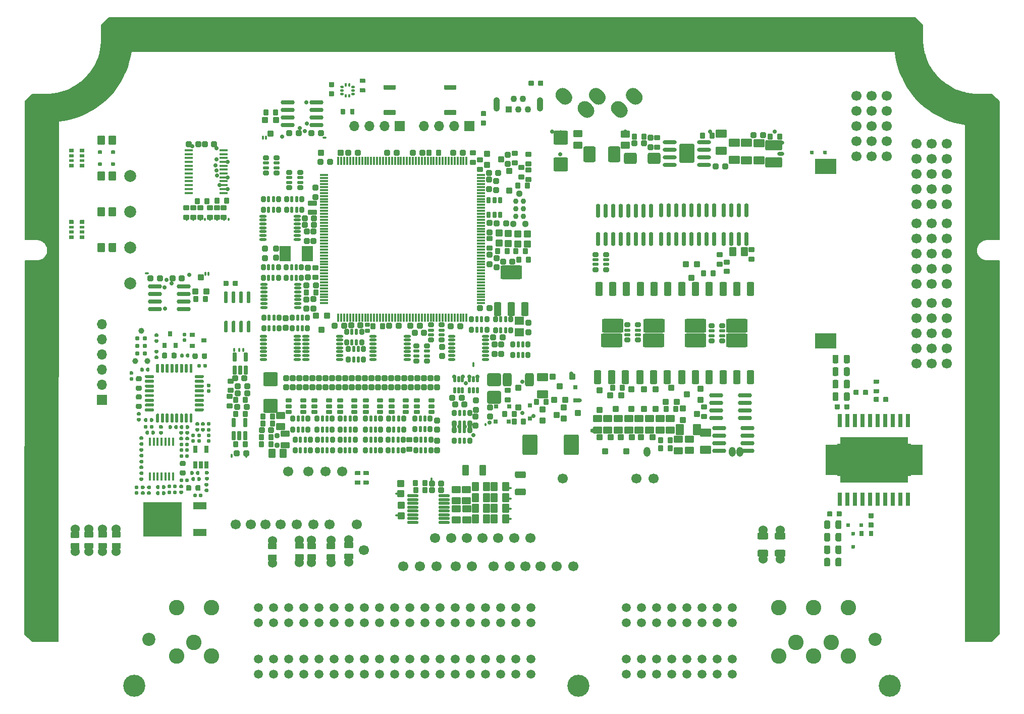
<source format=gts>
G75*
G70*
%OFA0B0*%
%FSLAX25Y25*%
%IPPOS*%
%LPD*%
%AMOC8*
5,1,8,0,0,1.08239X$1,22.5*
%
%AMM101*
21,1,0.076380,0.036220,0.000000,0.000000,270.000000*
21,1,0.061810,0.050790,0.000000,0.000000,270.000000*
1,1,0.014570,-0.018110,-0.030910*
1,1,0.014570,-0.018110,0.030910*
1,1,0.014570,0.018110,0.030910*
1,1,0.014570,0.018110,-0.030910*
%
%AMM102*
21,1,0.040950,0.030320,0.000000,0.000000,90.000000*
21,1,0.028350,0.042910,0.000000,0.000000,90.000000*
1,1,0.012600,0.015160,0.014170*
1,1,0.012600,0.015160,-0.014170*
1,1,0.012600,-0.015160,-0.014170*
1,1,0.012600,-0.015160,0.014170*
%
%AMM103*
21,1,0.048820,0.075980,0.000000,0.000000,180.000000*
21,1,0.034650,0.090160,0.000000,0.000000,180.000000*
1,1,0.014170,-0.017320,0.037990*
1,1,0.014170,0.017320,0.037990*
1,1,0.014170,0.017320,-0.037990*
1,1,0.014170,-0.017320,-0.037990*
%
%AMM104*
21,1,0.048820,0.075990,0.000000,0.000000,180.000000*
21,1,0.034650,0.090160,0.000000,0.000000,180.000000*
1,1,0.014170,-0.017320,0.037990*
1,1,0.014170,0.017320,0.037990*
1,1,0.014170,0.017320,-0.037990*
1,1,0.014170,-0.017320,-0.037990*
%
%AMM105*
21,1,0.143310,0.067720,0.000000,0.000000,180.000000*
21,1,0.120870,0.090160,0.000000,0.000000,180.000000*
1,1,0.022440,-0.060430,0.033860*
1,1,0.022440,0.060430,0.033860*
1,1,0.022440,0.060430,-0.033860*
1,1,0.022440,-0.060430,-0.033860*
%
%AMM106*
21,1,0.031100,0.026380,0.000000,0.000000,90.000000*
21,1,0.020470,0.037010,0.000000,0.000000,90.000000*
1,1,0.010630,0.013190,0.010240*
1,1,0.010630,0.013190,-0.010240*
1,1,0.010630,-0.013190,-0.010240*
1,1,0.010630,-0.013190,0.010240*
%
%AMM107*
21,1,0.023230,0.027950,0.000000,0.000000,90.000000*
21,1,0.014170,0.037010,0.000000,0.000000,90.000000*
1,1,0.009060,0.013980,0.007090*
1,1,0.009060,0.013980,-0.007090*
1,1,0.009060,-0.013980,-0.007090*
1,1,0.009060,-0.013980,0.007090*
%
%AMM108*
21,1,0.041340,0.026770,0.000000,0.000000,90.000000*
21,1,0.029130,0.038980,0.000000,0.000000,90.000000*
1,1,0.012210,0.013390,0.014570*
1,1,0.012210,0.013390,-0.014570*
1,1,0.012210,-0.013390,-0.014570*
1,1,0.012210,-0.013390,0.014570*
%
%AMM120*
21,1,0.100000,0.111020,0.000000,0.000000,180.000000*
21,1,0.075590,0.135430,0.000000,0.000000,180.000000*
1,1,0.024410,-0.037800,0.055510*
1,1,0.024410,0.037800,0.055510*
1,1,0.024410,0.037800,-0.055510*
1,1,0.024410,-0.037800,-0.055510*
%
%AMM121*
21,1,0.029130,0.018900,0.000000,0.000000,270.000000*
21,1,0.018900,0.029130,0.000000,0.000000,270.000000*
1,1,0.010240,-0.009450,-0.009450*
1,1,0.010240,-0.009450,0.009450*
1,1,0.010240,0.009450,0.009450*
1,1,0.010240,0.009450,-0.009450*
%
%AMM122*
21,1,0.041340,0.026770,0.000000,0.000000,0.000000*
21,1,0.029130,0.038980,0.000000,0.000000,0.000000*
1,1,0.012210,0.014570,-0.013390*
1,1,0.012210,-0.014570,-0.013390*
1,1,0.012210,-0.014570,0.013390*
1,1,0.012210,0.014570,0.013390*
%
%AMM123*
21,1,0.029130,0.018900,0.000000,0.000000,180.000000*
21,1,0.018900,0.029130,0.000000,0.000000,180.000000*
1,1,0.010240,-0.009450,0.009450*
1,1,0.010240,0.009450,0.009450*
1,1,0.010240,0.009450,-0.009450*
1,1,0.010240,-0.009450,-0.009450*
%
%AMM124*
21,1,0.040950,0.030320,0.000000,0.000000,0.000000*
21,1,0.028350,0.042910,0.000000,0.000000,0.000000*
1,1,0.012600,0.014170,-0.015160*
1,1,0.012600,-0.014170,-0.015160*
1,1,0.012600,-0.014170,0.015160*
1,1,0.012600,0.014170,0.015160*
%
%AMM125*
21,1,0.084250,0.070870,0.000000,0.000000,270.000000*
21,1,0.062990,0.092130,0.000000,0.000000,270.000000*
1,1,0.021260,-0.035430,-0.031500*
1,1,0.021260,-0.035430,0.031500*
1,1,0.021260,0.035430,0.031500*
1,1,0.021260,0.035430,-0.031500*
%
%AMM126*
21,1,0.056690,0.068500,0.000000,0.000000,180.000000*
21,1,0.040950,0.084250,0.000000,0.000000,180.000000*
1,1,0.015750,-0.020470,0.034250*
1,1,0.015750,0.020470,0.034250*
1,1,0.015750,0.020470,-0.034250*
1,1,0.015750,-0.020470,-0.034250*
%
%AMM127*
21,1,0.038980,0.026770,0.000000,0.000000,90.000000*
21,1,0.026770,0.038980,0.000000,0.000000,90.000000*
1,1,0.012210,0.013390,0.013390*
1,1,0.012210,0.013390,-0.013390*
1,1,0.012210,-0.013390,-0.013390*
1,1,0.012210,-0.013390,0.013390*
%
%AMM129*
21,1,0.044880,0.049210,0.000000,0.000000,0.000000*
21,1,0.031500,0.062600,0.000000,0.000000,0.000000*
1,1,0.013390,0.015750,-0.024610*
1,1,0.013390,-0.015750,-0.024610*
1,1,0.013390,-0.015750,0.024610*
1,1,0.013390,0.015750,0.024610*
%
%AMM136*
21,1,0.027170,0.052760,-0.000000,0.000000,0.000000*
21,1,0.017320,0.062600,-0.000000,0.000000,0.000000*
1,1,0.009840,0.008660,-0.026380*
1,1,0.009840,-0.008660,-0.026380*
1,1,0.009840,-0.008660,0.026380*
1,1,0.009840,0.008660,0.026380*
%
%AMM137*
21,1,0.033070,0.030710,-0.000000,0.000000,0.000000*
21,1,0.022050,0.041730,-0.000000,0.000000,0.000000*
1,1,0.011020,0.011020,-0.015350*
1,1,0.011020,-0.011020,-0.015350*
1,1,0.011020,-0.011020,0.015350*
1,1,0.011020,0.011020,0.015350*
%
%AMM138*
21,1,0.033070,0.030710,-0.000000,0.000000,270.000000*
21,1,0.022050,0.041730,-0.000000,0.000000,270.000000*
1,1,0.011020,-0.015350,-0.011020*
1,1,0.011020,-0.015350,0.011020*
1,1,0.011020,0.015350,0.011020*
1,1,0.011020,0.015350,-0.011020*
%
%AMM139*
21,1,0.038980,0.026770,-0.000000,0.000000,0.000000*
21,1,0.026770,0.038980,-0.000000,0.000000,0.000000*
1,1,0.012210,0.013390,-0.013390*
1,1,0.012210,-0.013390,-0.013390*
1,1,0.012210,-0.013390,0.013390*
1,1,0.012210,0.013390,0.013390*
%
%AMM147*
21,1,0.040950,0.030320,-0.000000,-0.000000,0.000000*
21,1,0.028350,0.042910,-0.000000,-0.000000,0.000000*
1,1,0.012600,0.014170,-0.015160*
1,1,0.012600,-0.014170,-0.015160*
1,1,0.012600,-0.014170,0.015160*
1,1,0.012600,0.014170,0.015160*
%
%AMM148*
21,1,0.038980,0.026770,-0.000000,-0.000000,180.000000*
21,1,0.026770,0.038980,-0.000000,-0.000000,180.000000*
1,1,0.012210,-0.013390,0.013390*
1,1,0.012210,0.013390,0.013390*
1,1,0.012210,0.013390,-0.013390*
1,1,0.012210,-0.013390,-0.013390*
%
%AMM149*
21,1,0.033070,0.030710,-0.000000,-0.000000,0.000000*
21,1,0.022050,0.041730,-0.000000,-0.000000,0.000000*
1,1,0.011020,0.011020,-0.015350*
1,1,0.011020,-0.011020,-0.015350*
1,1,0.011020,-0.011020,0.015350*
1,1,0.011020,0.011020,0.015350*
%
%AMM17*
21,1,0.044880,0.049210,0.000000,0.000000,90.000000*
21,1,0.031500,0.062600,0.000000,0.000000,90.000000*
1,1,0.013390,0.024610,0.015750*
1,1,0.013390,0.024610,-0.015750*
1,1,0.013390,-0.024610,-0.015750*
1,1,0.013390,-0.024610,0.015750*
%
%AMM173*
21,1,0.018110,0.028980,0.000000,-0.000000,180.000000*
21,1,0.010080,0.037010,0.000000,-0.000000,180.000000*
1,1,0.008030,-0.005040,0.014490*
1,1,0.008030,0.005040,0.014490*
1,1,0.008030,0.005040,-0.014490*
1,1,0.008030,-0.005040,-0.014490*
%
%AMM174*
21,1,0.023230,0.027950,0.000000,-0.000000,0.000000*
21,1,0.014170,0.037010,0.000000,-0.000000,0.000000*
1,1,0.009060,0.007090,-0.013980*
1,1,0.009060,-0.007090,-0.013980*
1,1,0.009060,-0.007090,0.013980*
1,1,0.009060,0.007090,0.013980*
%
%AMM175*
21,1,0.031100,0.026380,0.000000,-0.000000,0.000000*
21,1,0.020470,0.037010,0.000000,-0.000000,0.000000*
1,1,0.010630,0.010240,-0.013190*
1,1,0.010630,-0.010240,-0.013190*
1,1,0.010630,-0.010240,0.013190*
1,1,0.010630,0.010240,0.013190*
%
%AMM176*
21,1,0.038980,0.026770,0.000000,-0.000000,90.000000*
21,1,0.026770,0.038980,0.000000,-0.000000,90.000000*
1,1,0.012210,0.013390,0.013390*
1,1,0.012210,0.013390,-0.013390*
1,1,0.012210,-0.013390,-0.013390*
1,1,0.012210,-0.013390,0.013390*
%
%AMM177*
21,1,0.038980,0.026770,0.000000,-0.000000,180.000000*
21,1,0.026770,0.038980,0.000000,-0.000000,180.000000*
1,1,0.012210,-0.013390,0.013390*
1,1,0.012210,0.013390,0.013390*
1,1,0.012210,0.013390,-0.013390*
1,1,0.012210,-0.013390,-0.013390*
%
%AMM18*
21,1,0.111810,0.050390,0.000000,0.000000,0.000000*
21,1,0.093700,0.068500,0.000000,0.000000,0.000000*
1,1,0.018110,0.046850,-0.025200*
1,1,0.018110,-0.046850,-0.025200*
1,1,0.018110,-0.046850,0.025200*
1,1,0.018110,0.046850,0.025200*
%
%AMM19*
21,1,0.080320,0.083460,0.000000,0.000000,180.000000*
21,1,0.059840,0.103940,0.000000,0.000000,180.000000*
1,1,0.020470,-0.029920,0.041730*
1,1,0.020470,0.029920,0.041730*
1,1,0.020470,0.029920,-0.041730*
1,1,0.020470,-0.029920,-0.041730*
%
%AMM20*
21,1,0.038980,0.026770,0.000000,0.000000,180.000000*
21,1,0.026770,0.038980,0.000000,0.000000,180.000000*
1,1,0.012210,-0.013390,0.013390*
1,1,0.012210,0.013390,0.013390*
1,1,0.012210,0.013390,-0.013390*
1,1,0.012210,-0.013390,-0.013390*
%
%AMM21*
21,1,0.038980,0.026770,0.000000,0.000000,270.000000*
21,1,0.026770,0.038980,0.000000,0.000000,270.000000*
1,1,0.012210,-0.013390,-0.013390*
1,1,0.012210,-0.013390,0.013390*
1,1,0.012210,0.013390,0.013390*
1,1,0.012210,0.013390,-0.013390*
%
%AMM22*
21,1,0.127560,0.075590,0.000000,0.000000,270.000000*
21,1,0.103150,0.100000,0.000000,0.000000,270.000000*
1,1,0.024410,-0.037800,-0.051580*
1,1,0.024410,-0.037800,0.051580*
1,1,0.024410,0.037800,0.051580*
1,1,0.024410,0.037800,-0.051580*
%
%AMM23*
21,1,0.084250,0.053540,0.000000,0.000000,180.000000*
21,1,0.065350,0.072440,0.000000,0.000000,180.000000*
1,1,0.018900,-0.032680,0.026770*
1,1,0.018900,0.032680,0.026770*
1,1,0.018900,0.032680,-0.026770*
1,1,0.018900,-0.032680,-0.026770*
%
%AMM24*
21,1,0.076380,0.036220,0.000000,0.000000,180.000000*
21,1,0.061810,0.050790,0.000000,0.000000,180.000000*
1,1,0.014570,-0.030910,0.018110*
1,1,0.014570,0.030910,0.018110*
1,1,0.014570,0.030910,-0.018110*
1,1,0.014570,-0.030910,-0.018110*
%
%AMM25*
21,1,0.092130,0.073230,0.000000,0.000000,90.000000*
21,1,0.069290,0.096060,0.000000,0.000000,90.000000*
1,1,0.022840,0.036610,0.034650*
1,1,0.022840,0.036610,-0.034650*
1,1,0.022840,-0.036610,-0.034650*
1,1,0.022840,-0.036610,0.034650*
%
%AMM26*
21,1,0.033070,0.030710,0.000000,0.000000,90.000000*
21,1,0.022050,0.041730,0.000000,0.000000,90.000000*
1,1,0.011020,0.015350,0.011020*
1,1,0.011020,0.015350,-0.011020*
1,1,0.011020,-0.015350,-0.011020*
1,1,0.011020,-0.015350,0.011020*
%
%AMM4*
21,1,0.040950,0.030320,0.000000,0.000000,180.000000*
21,1,0.028350,0.042910,0.000000,0.000000,180.000000*
1,1,0.012600,-0.014170,0.015160*
1,1,0.012600,0.014170,0.015160*
1,1,0.012600,0.014170,-0.015160*
1,1,0.012600,-0.014170,-0.015160*
%
%AMM5*
21,1,0.038980,0.026770,0.000000,0.000000,0.000000*
21,1,0.026770,0.038980,0.000000,0.000000,0.000000*
1,1,0.012210,0.013390,-0.013390*
1,1,0.012210,-0.013390,-0.013390*
1,1,0.012210,-0.013390,0.013390*
1,1,0.012210,0.013390,0.013390*
%
%AMM52*
21,1,0.033070,0.018900,0.000000,0.000000,180.000000*
21,1,0.022840,0.029130,0.000000,0.000000,180.000000*
1,1,0.010240,-0.011420,0.009450*
1,1,0.010240,0.011420,0.009450*
1,1,0.010240,0.011420,-0.009450*
1,1,0.010240,-0.011420,-0.009450*
%
%AMM53*
21,1,0.015350,0.017720,0.000000,0.000000,180.000000*
21,1,0.000000,0.033070,0.000000,0.000000,180.000000*
1,1,0.015350,0.000000,0.008860*
1,1,0.015350,0.000000,0.008860*
1,1,0.015350,0.000000,-0.008860*
1,1,0.015350,0.000000,-0.008860*
%
%AMM54*
21,1,0.143310,0.067720,0.000000,0.000000,0.000000*
21,1,0.120870,0.090160,0.000000,0.000000,0.000000*
1,1,0.022440,0.060430,-0.033860*
1,1,0.022440,-0.060430,-0.033860*
1,1,0.022440,-0.060430,0.033860*
1,1,0.022440,0.060430,0.033860*
%
%AMM55*
21,1,0.048820,0.075980,0.000000,0.000000,0.000000*
21,1,0.034650,0.090160,0.000000,0.000000,0.000000*
1,1,0.014170,0.017320,-0.037990*
1,1,0.014170,-0.017320,-0.037990*
1,1,0.014170,-0.017320,0.037990*
1,1,0.014170,0.017320,0.037990*
%
%AMM56*
21,1,0.048820,0.075990,0.000000,0.000000,0.000000*
21,1,0.034650,0.090160,0.000000,0.000000,0.000000*
1,1,0.014170,0.017320,-0.037990*
1,1,0.014170,-0.017320,-0.037990*
1,1,0.014170,-0.017320,0.037990*
1,1,0.014170,0.017320,0.037990*
%
%AMM57*
21,1,0.044880,0.035430,0.000000,0.000000,270.000000*
21,1,0.031500,0.048820,0.000000,0.000000,270.000000*
1,1,0.013390,-0.017720,-0.015750*
1,1,0.013390,-0.017720,0.015750*
1,1,0.013390,0.017720,0.015750*
1,1,0.013390,0.017720,-0.015750*
%
%AMM58*
21,1,0.040950,0.030320,0.000000,0.000000,270.000000*
21,1,0.028350,0.042910,0.000000,0.000000,270.000000*
1,1,0.012600,-0.015160,-0.014170*
1,1,0.012600,-0.015160,0.014170*
1,1,0.012600,0.015160,0.014170*
1,1,0.012600,0.015160,-0.014170*
%
%AMM59*
21,1,0.029130,0.030710,0.000000,0.000000,180.000000*
21,1,0.018900,0.040950,0.000000,0.000000,180.000000*
1,1,0.010240,-0.009450,0.015350*
1,1,0.010240,0.009450,0.015350*
1,1,0.010240,0.009450,-0.015350*
1,1,0.010240,-0.009450,-0.015350*
%
%AMM6*
21,1,0.033070,0.030710,0.000000,0.000000,180.000000*
21,1,0.022050,0.041730,0.000000,0.000000,180.000000*
1,1,0.011020,-0.011020,0.015350*
1,1,0.011020,0.011020,0.015350*
1,1,0.011020,0.011020,-0.015350*
1,1,0.011020,-0.011020,-0.015350*
%
%AMM60*
21,1,0.031100,0.026380,0.000000,0.000000,0.000000*
21,1,0.020470,0.037010,0.000000,0.000000,0.000000*
1,1,0.010630,0.010240,-0.013190*
1,1,0.010630,-0.010240,-0.013190*
1,1,0.010630,-0.010240,0.013190*
1,1,0.010630,0.010240,0.013190*
%
%AMM61*
21,1,0.023230,0.027950,0.000000,0.000000,0.000000*
21,1,0.014170,0.037010,0.000000,0.000000,0.000000*
1,1,0.009060,0.007090,-0.013980*
1,1,0.009060,-0.007090,-0.013980*
1,1,0.009060,-0.007090,0.013980*
1,1,0.009060,0.007090,0.013980*
%
%AMM62*
21,1,0.041340,0.026770,0.000000,0.000000,270.000000*
21,1,0.029130,0.038980,0.000000,0.000000,270.000000*
1,1,0.012210,-0.013390,-0.014570*
1,1,0.012210,-0.013390,0.014570*
1,1,0.012210,0.013390,0.014570*
1,1,0.012210,0.013390,-0.014570*
%
%AMM63*
21,1,0.031100,0.026380,0.000000,0.000000,270.000000*
21,1,0.020470,0.037010,0.000000,0.000000,270.000000*
1,1,0.010630,-0.013190,-0.010240*
1,1,0.010630,-0.013190,0.010240*
1,1,0.010630,0.013190,0.010240*
1,1,0.010630,0.013190,-0.010240*
%
%AMM64*
21,1,0.023230,0.027950,0.000000,0.000000,270.000000*
21,1,0.014170,0.037010,0.000000,0.000000,270.000000*
1,1,0.009060,-0.013980,-0.007090*
1,1,0.009060,-0.013980,0.007090*
1,1,0.009060,0.013980,0.007090*
1,1,0.009060,0.013980,-0.007090*
%
%AMM65*
21,1,0.033070,0.049610,0.000000,0.000000,270.000000*
21,1,0.022050,0.060630,0.000000,0.000000,270.000000*
1,1,0.011020,-0.024800,-0.011020*
1,1,0.011020,-0.024800,0.011020*
1,1,0.011020,0.024800,0.011020*
1,1,0.011020,0.024800,-0.011020*
%
%AMM66*
21,1,0.041340,0.026770,0.000000,0.000000,180.000000*
21,1,0.029130,0.038980,0.000000,0.000000,180.000000*
1,1,0.012210,-0.014570,0.013390*
1,1,0.012210,0.014570,0.013390*
1,1,0.012210,0.014570,-0.013390*
1,1,0.012210,-0.014570,-0.013390*
%
%AMM79*
21,1,0.040950,0.050000,0.000000,0.000000,270.000000*
21,1,0.028350,0.062600,0.000000,0.000000,270.000000*
1,1,0.012600,-0.025000,-0.014170*
1,1,0.012600,-0.025000,0.014170*
1,1,0.012600,0.025000,0.014170*
1,1,0.012600,0.025000,-0.014170*
%
%AMM80*
21,1,0.092130,0.073230,0.000000,0.000000,270.000000*
21,1,0.069290,0.096060,0.000000,0.000000,270.000000*
1,1,0.022840,-0.036610,-0.034650*
1,1,0.022840,-0.036610,0.034650*
1,1,0.022840,0.036610,0.034650*
1,1,0.022840,0.036610,-0.034650*
%
%AMM81*
21,1,0.044880,0.049210,0.000000,0.000000,180.000000*
21,1,0.031500,0.062600,0.000000,0.000000,180.000000*
1,1,0.013390,-0.015750,0.024610*
1,1,0.013390,0.015750,0.024610*
1,1,0.013390,0.015750,-0.024610*
1,1,0.013390,-0.015750,-0.024610*
%
%AMM82*
21,1,0.029130,0.030710,0.000000,0.000000,90.000000*
21,1,0.018900,0.040950,0.000000,0.000000,90.000000*
1,1,0.010240,0.015350,0.009450*
1,1,0.010240,0.015350,-0.009450*
1,1,0.010240,-0.015350,-0.009450*
1,1,0.010240,-0.015350,0.009450*
%
%AMM83*
21,1,0.033070,0.030710,0.000000,0.000000,0.000000*
21,1,0.022050,0.041730,0.000000,0.000000,0.000000*
1,1,0.011020,0.011020,-0.015350*
1,1,0.011020,-0.011020,-0.015350*
1,1,0.011020,-0.011020,0.015350*
1,1,0.011020,0.011020,0.015350*
%
%AMM89*
21,1,0.033070,0.030710,0.000000,0.000000,270.000000*
21,1,0.022050,0.041730,0.000000,0.000000,270.000000*
1,1,0.011020,-0.015350,-0.011020*
1,1,0.011020,-0.015350,0.011020*
1,1,0.011020,0.015350,0.011020*
1,1,0.011020,0.015350,-0.011020*
%
%ADD101O,0.01417X0.05669*%
%ADD102R,0.03543X0.03150*%
%ADD103C,0.03651*%
%ADD104O,0.09213X0.02520*%
%ADD106O,0.01969X0.00984*%
%ADD109M103*%
%ADD11M54*%
%ADD113M52*%
%ADD122O,0.04331X0.09449*%
%ADD124M82*%
%ADD129M107*%
%ADD130O,0.03937X0.05906*%
%ADD131C,0.02362*%
%ADD135O,0.01535X0.02520*%
%ADD139M21*%
%ADD145M126*%
%ADD149M26*%
%ADD15O,0.05512X0.01535*%
%ADD151O,0.03701X0.02913*%
%ADD154O,0.06693X0.06693*%
%ADD158M66*%
%ADD16C,0.03100*%
%ADD162C,0.14567*%
%ADD164O,0.02913X0.09213*%
%ADD169M58*%
%ADD17M61*%
%ADD173M127*%
%ADD176M104*%
%ADD180M102*%
%ADD184M63*%
%ADD188O,0.04488X0.06457*%
%ADD189M25*%
%ADD19M55*%
%ADD190R,0.08000X0.20000*%
%ADD193R,0.45000X0.30000*%
%ADD196M65*%
%ADD199M64*%
%ADD20M79*%
%ADD201O,0.00984X0.01969*%
%ADD209C,0.03701*%
%ADD210M105*%
%ADD211M120*%
%ADD215O,0.05669X0.01417*%
%ADD216C,0.05906*%
%ADD22M81*%
%ADD220M17*%
%ADD224O,0.09213X0.02913*%
%ADD226O,0.04488X0.02520*%
%ADD227M24*%
%ADD23M19*%
%ADD230R,0.06457X0.05669*%
%ADD233M101*%
%ADD235O,0.03150X0.02362*%
%ADD239M80*%
%ADD241M53*%
%ADD246C,0.06000*%
%ADD250M6*%
%ADD259M124*%
%ADD260C,0.04451*%
%ADD261O,0.02520X0.01535*%
%ADD263O,0.01339X0.02126*%
%ADD264R,0.04331X0.04331*%
%ADD266M59*%
%ADD268C,0.08661*%
%ADD269C,0.04331*%
%ADD272M62*%
%ADD275M18*%
%ADD278M23*%
%ADD28M123*%
%ADD285M60*%
%ADD287M122*%
%ADD288M22*%
%ADD29M89*%
%ADD290O,0.00787X0.01575*%
%ADD295R,0.03150X0.08661*%
%ADD30M108*%
%ADD300R,0.00800X0.06000*%
%ADD309M57*%
%ADD31M121*%
%ADD310C,0.03900*%
%ADD315M136*%
%ADD316M137*%
%ADD317M138*%
%ADD318M139*%
%ADD319R,0.02559X0.04803*%
%ADD32M129*%
%ADD320R,0.01772X0.05709*%
%ADD321R,0.08661X0.04724*%
%ADD322R,0.25197X0.22835*%
%ADD33M5*%
%ADD334M147*%
%ADD335M148*%
%ADD336M149*%
%ADD34O,0.03937X0.01969*%
%ADD36O,0.02520X0.04488*%
%ADD360M173*%
%ADD361M174*%
%ADD362M175*%
%ADD363M176*%
%ADD364M177*%
%ADD41C,0.06693*%
%ADD43C,0.07874*%
%ADD46C,0.00039*%
%ADD48R,0.07244X0.10000*%
%ADD49O,0.01339X0.02520*%
%ADD50R,0.06693X0.06693*%
%ADD51R,0.14173X0.10236*%
%ADD58R,0.03150X0.03543*%
%ADD61O,0.04882X0.01732*%
%ADD63O,0.07638X0.01929*%
%ADD65C,0.00787*%
%ADD72C,0.10236*%
%ADD75M4*%
%ADD77M20*%
%ADD83M56*%
%ADD89M83*%
%ADD90C,0.02913*%
%ADD91M106*%
%ADD93M125*%
%ADD98O,0.00787X0.01969*%
X0000000Y0000000D02*
%LPD*%
G01*
D46*
X0537791Y0181629D02*
X0539439Y0181629D01*
X0539439Y0181629D02*
X0539439Y0160808D01*
X0539439Y0160808D02*
X0537791Y0160808D01*
X0537791Y0160808D02*
X0537791Y0181629D01*
G36*
X0539439Y0160808D02*
G01*
X0537791Y0160808D01*
X0537791Y0181629D01*
X0539439Y0181629D01*
X0539439Y0160808D01*
G37*
X0539439Y0160808D02*
X0537791Y0160808D01*
X0537791Y0181629D01*
X0539439Y0181629D01*
X0539439Y0160808D01*
X0584262Y0181629D02*
X0585839Y0181629D01*
X0585839Y0181629D02*
X0585839Y0160818D01*
X0585839Y0160818D02*
X0584262Y0160818D01*
X0584262Y0160818D02*
X0584262Y0181629D01*
G36*
X0585839Y0160818D02*
G01*
X0584262Y0160818D01*
X0584262Y0181629D01*
X0585839Y0181629D01*
X0585839Y0160818D01*
G37*
X0585839Y0160818D02*
X0584262Y0160818D01*
X0584262Y0181629D01*
X0585839Y0181629D01*
X0585839Y0160818D01*
D72*
X0545071Y0073315D03*
X0521843Y0073315D03*
X0499008Y0073315D03*
X0533654Y0050480D03*
X0510425Y0050480D03*
X0545071Y0041307D03*
X0521843Y0041307D03*
X0499008Y0041307D03*
D216*
X0468181Y0073315D03*
X0458181Y0073315D03*
X0448181Y0073315D03*
X0438181Y0073315D03*
X0428181Y0073315D03*
X0418181Y0073315D03*
X0408181Y0073315D03*
X0398181Y0073315D03*
X0468181Y0063315D03*
X0458181Y0063315D03*
X0448181Y0063315D03*
X0438181Y0063315D03*
X0428181Y0063315D03*
X0418181Y0063315D03*
X0408181Y0063315D03*
X0398181Y0063315D03*
X0468181Y0039496D03*
X0458181Y0039496D03*
X0448181Y0039496D03*
X0438181Y0039496D03*
X0428181Y0039496D03*
X0418181Y0039496D03*
X0408181Y0039496D03*
X0398181Y0039496D03*
X0468181Y0029496D03*
X0458181Y0029496D03*
X0448181Y0029496D03*
X0438181Y0029496D03*
X0428181Y0029496D03*
X0418181Y0029496D03*
X0408181Y0029496D03*
X0398181Y0029496D03*
X0155307Y0029496D03*
X0165307Y0029496D03*
X0175307Y0029496D03*
X0185307Y0029496D03*
X0195307Y0029496D03*
X0205307Y0029496D03*
X0215307Y0029496D03*
X0225307Y0029496D03*
X0235307Y0029496D03*
X0245307Y0029496D03*
X0255307Y0029496D03*
X0265307Y0029496D03*
X0275307Y0029496D03*
X0285307Y0029496D03*
X0295307Y0029496D03*
X0305307Y0029496D03*
X0315307Y0029496D03*
X0325307Y0029496D03*
X0335307Y0029496D03*
X0155307Y0039496D03*
X0165307Y0039496D03*
X0175307Y0039496D03*
X0185307Y0039496D03*
X0195307Y0039496D03*
X0205307Y0039496D03*
X0215307Y0039496D03*
X0225307Y0039496D03*
X0235307Y0039496D03*
X0245307Y0039496D03*
X0255307Y0039496D03*
X0265307Y0039496D03*
X0275307Y0039496D03*
X0285307Y0039496D03*
X0295307Y0039496D03*
X0305307Y0039496D03*
X0315307Y0039496D03*
X0325307Y0039496D03*
X0335307Y0039496D03*
X0155307Y0063315D03*
X0165307Y0063315D03*
X0175307Y0063315D03*
X0185307Y0063315D03*
X0195307Y0063315D03*
X0205307Y0063315D03*
X0215307Y0063315D03*
X0225307Y0063315D03*
X0235307Y0063315D03*
X0245307Y0063315D03*
X0255307Y0063315D03*
X0265307Y0063315D03*
X0275307Y0063315D03*
X0285307Y0063315D03*
X0295307Y0063315D03*
X0305307Y0063315D03*
X0315307Y0063315D03*
X0325307Y0063315D03*
X0335307Y0063315D03*
X0155307Y0073315D03*
X0165307Y0073315D03*
X0175307Y0073315D03*
X0185307Y0073315D03*
X0195307Y0073315D03*
X0205307Y0073315D03*
X0215307Y0073315D03*
X0225307Y0073315D03*
X0235307Y0073315D03*
X0245307Y0073315D03*
X0255307Y0073315D03*
X0265307Y0073315D03*
X0275307Y0073315D03*
X0285307Y0073315D03*
X0295307Y0073315D03*
X0305307Y0073315D03*
X0315307Y0073315D03*
X0325307Y0073315D03*
X0335307Y0073315D03*
D72*
X0124205Y0073315D03*
X0101370Y0073315D03*
X0112787Y0050480D03*
X0124205Y0041307D03*
X0101370Y0041307D03*
D268*
X0083063Y0052331D03*
X0562591Y0052331D03*
D162*
X0366724Y0021622D03*
X0073417Y0021622D03*
X0572236Y0021622D03*
G36*
G01*
X0297805Y0234828D02*
X0297805Y0233057D01*
G75*
G02*
X0297313Y0232564I-000492J0000000D01*
G01*
X0297313Y0232564D01*
G75*
G02*
X0296821Y0233057I0000000J0000492D01*
G01*
X0296821Y0234828D01*
G75*
G02*
X0297313Y0235320I0000492J0000000D01*
G01*
X0297313Y0235320D01*
G75*
G02*
X0297805Y0234828I0000000J-000492D01*
G01*
G37*
G36*
G01*
X0134429Y0274803D02*
X0133248Y0274803D01*
G75*
G02*
X0132657Y0275394I0000000J0000591D01*
G01*
X0132657Y0281890D01*
G75*
G02*
X0133248Y0282480I0000591J0000000D01*
G01*
X0134429Y0282480D01*
G75*
G02*
X0135020Y0281890I0000000J-000591D01*
G01*
X0135020Y0275394D01*
G75*
G02*
X0134429Y0274803I-000591J0000000D01*
G01*
G37*
G36*
G01*
X0139429Y0274803D02*
X0138248Y0274803D01*
G75*
G02*
X0137657Y0275394I0000000J0000591D01*
G01*
X0137657Y0281890D01*
G75*
G02*
X0138248Y0282480I0000591J0000000D01*
G01*
X0139429Y0282480D01*
G75*
G02*
X0140020Y0281890I0000000J-000591D01*
G01*
X0140020Y0275394D01*
G75*
G02*
X0139429Y0274803I-000591J0000000D01*
G01*
G37*
G36*
G01*
X0144429Y0274803D02*
X0143248Y0274803D01*
G75*
G02*
X0142657Y0275394I0000000J0000591D01*
G01*
X0142657Y0281890D01*
G75*
G02*
X0143248Y0282480I0000591J0000000D01*
G01*
X0144429Y0282480D01*
G75*
G02*
X0145020Y0281890I0000000J-000591D01*
G01*
X0145020Y0275394D01*
G75*
G02*
X0144429Y0274803I-000591J0000000D01*
G01*
G37*
G36*
G01*
X0149429Y0274803D02*
X0148248Y0274803D01*
G75*
G02*
X0147657Y0275394I0000000J0000591D01*
G01*
X0147657Y0281890D01*
G75*
G02*
X0148248Y0282480I0000591J0000000D01*
G01*
X0149429Y0282480D01*
G75*
G02*
X0150020Y0281890I0000000J-000591D01*
G01*
X0150020Y0275394D01*
G75*
G02*
X0149429Y0274803I-000591J0000000D01*
G01*
G37*
G36*
G01*
X0149429Y0255315D02*
X0148248Y0255315D01*
G75*
G02*
X0147657Y0255906I0000000J0000591D01*
G01*
X0147657Y0262402D01*
G75*
G02*
X0148248Y0262992I0000591J0000000D01*
G01*
X0149429Y0262992D01*
G75*
G02*
X0150020Y0262402I0000000J-000591D01*
G01*
X0150020Y0255906D01*
G75*
G02*
X0149429Y0255315I-000591J0000000D01*
G01*
G37*
G36*
G01*
X0144429Y0255315D02*
X0143248Y0255315D01*
G75*
G02*
X0142657Y0255906I0000000J0000591D01*
G01*
X0142657Y0262402D01*
G75*
G02*
X0143248Y0262992I0000591J0000000D01*
G01*
X0144429Y0262992D01*
G75*
G02*
X0145020Y0262402I0000000J-000591D01*
G01*
X0145020Y0255906D01*
G75*
G02*
X0144429Y0255315I-000591J0000000D01*
G01*
G37*
G36*
G01*
X0139429Y0255315D02*
X0138248Y0255315D01*
G75*
G02*
X0137657Y0255906I0000000J0000591D01*
G01*
X0137657Y0262402D01*
G75*
G02*
X0138248Y0262992I0000591J0000000D01*
G01*
X0139429Y0262992D01*
G75*
G02*
X0140020Y0262402I0000000J-000591D01*
G01*
X0140020Y0255906D01*
G75*
G02*
X0139429Y0255315I-000591J0000000D01*
G01*
G37*
G36*
G01*
X0134429Y0255315D02*
X0133248Y0255315D01*
G75*
G02*
X0132657Y0255906I0000000J0000591D01*
G01*
X0132657Y0262402D01*
G75*
G02*
X0133248Y0262992I0000591J0000000D01*
G01*
X0134429Y0262992D01*
G75*
G02*
X0135020Y0262402I0000000J-000591D01*
G01*
X0135020Y0255906D01*
G75*
G02*
X0134429Y0255315I-000591J0000000D01*
G01*
G37*
G36*
G01*
X0202205Y0420925D02*
X0204882Y0420925D01*
G75*
G02*
X0205217Y0420591I0000000J-000335D01*
G01*
X0205217Y0417913D01*
G75*
G02*
X0204882Y0417579I-000335J0000000D01*
G01*
X0202205Y0417579D01*
G75*
G02*
X0201870Y0417913I0000000J0000335D01*
G01*
X0201870Y0420591D01*
G75*
G02*
X0202205Y0420925I0000335J0000000D01*
G01*
G37*
G36*
G01*
X0202205Y0414705D02*
X0204882Y0414705D01*
G75*
G02*
X0205217Y0414370I0000000J-000335D01*
G01*
X0205217Y0411693D01*
G75*
G02*
X0204882Y0411358I-000335J0000000D01*
G01*
X0202205Y0411358D01*
G75*
G02*
X0201870Y0411693I0000000J0000335D01*
G01*
X0201870Y0414370D01*
G75*
G02*
X0202205Y0414705I0000335J0000000D01*
G01*
G37*
G36*
G01*
X0305276Y0392067D02*
X0302598Y0392067D01*
G75*
G02*
X0302264Y0392402I0000000J0000335D01*
G01*
X0302264Y0395079D01*
G75*
G02*
X0302598Y0395413I0000335J0000000D01*
G01*
X0305276Y0395413D01*
G75*
G02*
X0305610Y0395079I0000000J-000335D01*
G01*
X0305610Y0392402D01*
G75*
G02*
X0305276Y0392067I-000335J0000000D01*
G01*
G37*
G36*
G01*
X0305276Y0398287D02*
X0302598Y0398287D01*
G75*
G02*
X0302264Y0398622I0000000J0000335D01*
G01*
X0302264Y0401299D01*
G75*
G02*
X0302598Y0401634I0000335J0000000D01*
G01*
X0305276Y0401634D01*
G75*
G02*
X0305610Y0401299I0000000J-000335D01*
G01*
X0305610Y0398622D01*
G75*
G02*
X0305276Y0398287I-000335J0000000D01*
G01*
G37*
D41*
X0590000Y0287598D03*
X0590000Y0297598D03*
X0590000Y0307598D03*
X0590000Y0317598D03*
X0590000Y0327598D03*
X0600000Y0287598D03*
X0600000Y0297598D03*
X0600000Y0307598D03*
X0600000Y0317598D03*
X0600000Y0327598D03*
X0610000Y0287598D03*
X0610000Y0297598D03*
X0610000Y0307598D03*
X0610000Y0317598D03*
X0610000Y0327598D03*
X0202165Y0128543D03*
X0292913Y0119488D03*
D106*
X0198967Y0383983D03*
D201*
X0158219Y0384180D03*
X0160187Y0384180D03*
D131*
X0185974Y0388314D03*
X0182530Y0390381D03*
X0187156Y0393333D03*
X0186860Y0407310D03*
D290*
X0135895Y0329979D03*
X0132903Y0329979D03*
X0128277Y0329979D03*
X0123651Y0329979D03*
X0120344Y0329979D03*
X0117391Y0329979D03*
X0112765Y0329979D03*
X0108139Y0329979D03*
D131*
X0127982Y0369741D03*
X0135206Y0368068D03*
X0127135Y0365902D03*
X0127982Y0362458D03*
X0128277Y0359111D03*
X0135206Y0357831D03*
X0130049Y0352713D03*
X0135206Y0350154D03*
X0111879Y0378402D03*
X0127923Y0377221D03*
D235*
X0376167Y0190345D03*
D130*
X0411817Y0176580D03*
X0468412Y0176580D03*
X0473356Y0176580D03*
D41*
X0191535Y0128543D03*
X0160138Y0128543D03*
X0225098Y0111417D03*
X0363189Y0100689D03*
G36*
G01*
X0056346Y0356319D02*
X0056346Y0361201D01*
G75*
G02*
X0056858Y0361713I0000512J0000000D01*
G01*
X0060953Y0361713D01*
G75*
G02*
X0061465Y0361201I0000000J-000512D01*
G01*
X0061465Y0356319D01*
G75*
G02*
X0060953Y0355807I-000512J0000000D01*
G01*
X0056858Y0355807D01*
G75*
G02*
X0056346Y0356319I0000000J0000512D01*
G01*
G37*
G36*
G01*
X0048866Y0356319D02*
X0048866Y0361201D01*
G75*
G02*
X0049378Y0361713I0000512J0000000D01*
G01*
X0053472Y0361713D01*
G75*
G02*
X0053984Y0361201I0000000J-000512D01*
G01*
X0053984Y0356319D01*
G75*
G02*
X0053472Y0355807I-000512J0000000D01*
G01*
X0049378Y0355807D01*
G75*
G02*
X0048866Y0356319I0000000J0000512D01*
G01*
G37*
X0352362Y0100689D03*
X0416339Y0158760D03*
X0272047Y0119488D03*
G36*
G01*
X0031791Y0123524D02*
X0036713Y0123524D01*
G75*
G02*
X0037106Y0123130I0000000J-000394D01*
G01*
X0037106Y0119980D01*
G75*
G02*
X0036713Y0119587I-000394J0000000D01*
G01*
X0031791Y0119587D01*
G75*
G02*
X0031398Y0119980I0000000J0000394D01*
G01*
X0031398Y0123130D01*
G75*
G02*
X0031791Y0123524I0000394J0000000D01*
G01*
G37*
D246*
X0034252Y0125315D03*
D300*
X0034252Y0122815D03*
X0034252Y0112815D03*
G36*
G01*
X0031791Y0116043D02*
X0036713Y0116043D01*
G75*
G02*
X0037106Y0115650I0000000J-000394D01*
G01*
X0037106Y0112500D01*
G75*
G02*
X0036713Y0112106I-000394J0000000D01*
G01*
X0031791Y0112106D01*
G75*
G02*
X0031398Y0112500I0000000J0000394D01*
G01*
X0031398Y0115650D01*
G75*
G02*
X0031791Y0116043I0000394J0000000D01*
G01*
G37*
D246*
X0034252Y0110315D03*
D41*
X0590000Y0340000D03*
X0590000Y0350000D03*
X0590000Y0360000D03*
X0590000Y0370000D03*
X0590000Y0380000D03*
X0600000Y0340000D03*
X0600000Y0350000D03*
X0600000Y0360000D03*
X0600000Y0370000D03*
X0600000Y0380000D03*
X0610000Y0340000D03*
X0610000Y0350000D03*
X0610000Y0360000D03*
X0610000Y0370000D03*
X0610000Y0380000D03*
G36*
G01*
X0217421Y0105315D02*
X0212500Y0105315D01*
G75*
G02*
X0212106Y0105709I0000000J0000394D01*
G01*
X0212106Y0108858D01*
G75*
G02*
X0212500Y0109252I0000394J0000000D01*
G01*
X0217421Y0109252D01*
G75*
G02*
X0217815Y0108858I0000000J-000394D01*
G01*
X0217815Y0105709D01*
G75*
G02*
X0217421Y0105315I-000394J0000000D01*
G01*
G37*
D300*
X0214961Y0106024D03*
D246*
X0214961Y0103524D03*
X0214961Y0118524D03*
G36*
G01*
X0217421Y0112795D02*
X0212500Y0112795D01*
G75*
G02*
X0212106Y0113189I0000000J0000394D01*
G01*
X0212106Y0116339D01*
G75*
G02*
X0212500Y0116732I0000394J0000000D01*
G01*
X0217421Y0116732D01*
G75*
G02*
X0217815Y0116339I0000000J-000394D01*
G01*
X0217815Y0113189D01*
G75*
G02*
X0217421Y0112795I-000394J0000000D01*
G01*
G37*
D300*
X0214961Y0116024D03*
G36*
G01*
X0030421Y0376870D02*
X0033059Y0376870D01*
G75*
G02*
X0033315Y0376614I0000000J-000256D01*
G01*
X0033315Y0374567D01*
G75*
G02*
X0033059Y0374311I-000256J0000000D01*
G01*
X0030421Y0374311D01*
G75*
G02*
X0030165Y0374567I0000000J0000256D01*
G01*
X0030165Y0376614D01*
G75*
G02*
X0030421Y0376870I0000256J0000000D01*
G01*
G37*
G36*
G01*
X0030343Y0373031D02*
X0033138Y0373031D01*
G75*
G02*
X0033315Y0372854I0000000J-000177D01*
G01*
X0033315Y0371437D01*
G75*
G02*
X0033138Y0371260I-000177J0000000D01*
G01*
X0030343Y0371260D01*
G75*
G02*
X0030165Y0371437I0000000J0000177D01*
G01*
X0030165Y0372854D01*
G75*
G02*
X0030343Y0373031I0000177J0000000D01*
G01*
G37*
G36*
G01*
X0030343Y0369882D02*
X0033138Y0369882D01*
G75*
G02*
X0033315Y0369705I0000000J-000177D01*
G01*
X0033315Y0368287D01*
G75*
G02*
X0033138Y0368110I-000177J0000000D01*
G01*
X0030343Y0368110D01*
G75*
G02*
X0030165Y0368287I0000000J0000177D01*
G01*
X0030165Y0369705D01*
G75*
G02*
X0030343Y0369882I0000177J0000000D01*
G01*
G37*
G36*
G01*
X0030421Y0366831D02*
X0033059Y0366831D01*
G75*
G02*
X0033315Y0366575I0000000J-000256D01*
G01*
X0033315Y0364528D01*
G75*
G02*
X0033059Y0364272I-000256J0000000D01*
G01*
X0030421Y0364272D01*
G75*
G02*
X0030165Y0364528I0000000J0000256D01*
G01*
X0030165Y0366575D01*
G75*
G02*
X0030421Y0366831I0000256J0000000D01*
G01*
G37*
G36*
G01*
X0037508Y0366831D02*
X0040146Y0366831D01*
G75*
G02*
X0040402Y0366575I0000000J-000256D01*
G01*
X0040402Y0364528D01*
G75*
G02*
X0040146Y0364272I-000256J0000000D01*
G01*
X0037508Y0364272D01*
G75*
G02*
X0037252Y0364528I0000000J0000256D01*
G01*
X0037252Y0366575D01*
G75*
G02*
X0037508Y0366831I0000256J0000000D01*
G01*
G37*
G36*
G01*
X0037429Y0369882D02*
X0040224Y0369882D01*
G75*
G02*
X0040402Y0369705I0000000J-000177D01*
G01*
X0040402Y0368287D01*
G75*
G02*
X0040224Y0368110I-000177J0000000D01*
G01*
X0037429Y0368110D01*
G75*
G02*
X0037252Y0368287I0000000J0000177D01*
G01*
X0037252Y0369705D01*
G75*
G02*
X0037429Y0369882I0000177J0000000D01*
G01*
G37*
G36*
G01*
X0037429Y0373031D02*
X0040224Y0373031D01*
G75*
G02*
X0040402Y0372854I0000000J-000177D01*
G01*
X0040402Y0371437D01*
G75*
G02*
X0040224Y0371260I-000177J0000000D01*
G01*
X0037429Y0371260D01*
G75*
G02*
X0037252Y0371437I0000000J0000177D01*
G01*
X0037252Y0372854D01*
G75*
G02*
X0037429Y0373031I0000177J0000000D01*
G01*
G37*
G36*
G01*
X0037508Y0376870D02*
X0040146Y0376870D01*
G75*
G02*
X0040402Y0376614I0000000J-000256D01*
G01*
X0040402Y0374567D01*
G75*
G02*
X0040146Y0374311I-000256J0000000D01*
G01*
X0037508Y0374311D01*
G75*
G02*
X0037252Y0374567I0000000J0000256D01*
G01*
X0037252Y0376614D01*
G75*
G02*
X0037508Y0376870I0000256J0000000D01*
G01*
G37*
D41*
X0188386Y0163484D03*
G36*
G01*
X0571346Y0212331D02*
X0571346Y0209654D01*
G75*
G02*
X0571012Y0209320I-000335J0000000D01*
G01*
X0568335Y0209320D01*
G75*
G02*
X0568000Y0209654I0000000J0000335D01*
G01*
X0568000Y0212331D01*
G75*
G02*
X0568335Y0212666I0000335J0000000D01*
G01*
X0571012Y0212666D01*
G75*
G02*
X0571346Y0212331I0000000J-000335D01*
G01*
G37*
G36*
G01*
X0565126Y0212331D02*
X0565126Y0209654D01*
G75*
G02*
X0564791Y0209320I-000335J0000000D01*
G01*
X0562114Y0209320D01*
G75*
G02*
X0561780Y0209654I0000000J0000335D01*
G01*
X0561780Y0212331D01*
G75*
G02*
X0562114Y0212666I0000335J0000000D01*
G01*
X0564791Y0212666D01*
G75*
G02*
X0565126Y0212331I0000000J-000335D01*
G01*
G37*
G36*
G01*
X0528984Y0126394D02*
X0528984Y0130134D01*
G75*
G02*
X0529969Y0131118I0000984J0000000D01*
G01*
X0531937Y0131118D01*
G75*
G02*
X0532921Y0130134I0000000J-000984D01*
G01*
X0532921Y0126394D01*
G75*
G02*
X0531937Y0125409I-000984J0000000D01*
G01*
X0529969Y0125409D01*
G75*
G02*
X0528984Y0126394I0000000J0000984D01*
G01*
G37*
G36*
G01*
X0536465Y0126394D02*
X0536465Y0130134D01*
G75*
G02*
X0537449Y0131118I0000984J0000000D01*
G01*
X0539417Y0131118D01*
G75*
G02*
X0540402Y0130134I0000000J-000984D01*
G01*
X0540402Y0126394D01*
G75*
G02*
X0539417Y0125409I-000984J0000000D01*
G01*
X0537449Y0125409D01*
G75*
G02*
X0536465Y0126394I0000000J0000984D01*
G01*
G37*
X0180807Y0128543D03*
D201*
X0139223Y0243805D03*
X0142667Y0243805D03*
X0145423Y0243805D03*
X0147195Y0173628D03*
X0137746Y0173628D03*
D41*
X0175000Y0163583D03*
G36*
G01*
X0192815Y0104724D02*
X0187894Y0104724D01*
G75*
G02*
X0187500Y0105118I0000000J0000394D01*
G01*
X0187500Y0108268D01*
G75*
G02*
X0187894Y0108661I0000394J0000000D01*
G01*
X0192815Y0108661D01*
G75*
G02*
X0193209Y0108268I0000000J-000394D01*
G01*
X0193209Y0105118D01*
G75*
G02*
X0192815Y0104724I-000394J0000000D01*
G01*
G37*
D246*
X0190354Y0102933D03*
D300*
X0190354Y0105433D03*
X0190354Y0115433D03*
G36*
G01*
X0192815Y0112205D02*
X0187894Y0112205D01*
G75*
G02*
X0187500Y0112599I0000000J0000394D01*
G01*
X0187500Y0115748D01*
G75*
G02*
X0187894Y0116142I0000394J0000000D01*
G01*
X0192815Y0116142D01*
G75*
G02*
X0193209Y0115748I0000000J-000394D01*
G01*
X0193209Y0112599D01*
G75*
G02*
X0192815Y0112205I-000394J0000000D01*
G01*
G37*
D246*
X0190354Y0117933D03*
D300*
X0488484Y0107283D03*
G36*
G01*
X0492028Y0110709D02*
X0492028Y0107992D01*
G75*
G02*
X0491122Y0107087I-000906J0000000D01*
G01*
X0485846Y0107087D01*
G75*
G02*
X0484941Y0107992I0000000J0000906D01*
G01*
X0484941Y0110709D01*
G75*
G02*
X0485846Y0111614I0000906J0000000D01*
G01*
X0491122Y0111614D01*
G75*
G02*
X0492028Y0110709I0000000J-000906D01*
G01*
G37*
D246*
X0488484Y0105413D03*
X0488484Y0124705D03*
G36*
G01*
X0492028Y0122126D02*
X0492028Y0119409D01*
G75*
G02*
X0491122Y0118504I-000906J0000000D01*
G01*
X0485846Y0118504D01*
G75*
G02*
X0484941Y0119409I0000000J0000906D01*
G01*
X0484941Y0122126D01*
G75*
G02*
X0485846Y0123032I0000906J0000000D01*
G01*
X0491122Y0123032D01*
G75*
G02*
X0492028Y0122126I0000000J-000906D01*
G01*
G37*
D300*
X0488484Y0123032D03*
D43*
X0070717Y0358760D03*
D190*
X0589839Y0171229D03*
D193*
X0561839Y0171229D03*
D190*
X0533839Y0171229D03*
D295*
X0539339Y0197213D03*
X0544339Y0197213D03*
X0549339Y0197213D03*
X0554339Y0197213D03*
X0559339Y0197213D03*
X0564339Y0197213D03*
X0569339Y0197213D03*
X0574339Y0197213D03*
X0579339Y0197213D03*
X0584339Y0197213D03*
X0584339Y0145245D03*
X0579339Y0145245D03*
X0574339Y0145245D03*
X0569339Y0145245D03*
X0564339Y0145245D03*
X0559339Y0145245D03*
X0554339Y0145245D03*
X0549339Y0145245D03*
X0544339Y0145245D03*
X0539339Y0145245D03*
D106*
X0081595Y0294291D03*
D201*
X0122343Y0294094D03*
X0120374Y0294094D03*
D131*
X0094587Y0289961D03*
X0098032Y0287894D03*
X0093406Y0284941D03*
X0093701Y0270965D03*
G36*
G01*
X0056346Y0379941D02*
X0056346Y0384823D01*
G75*
G02*
X0056858Y0385335I0000512J0000000D01*
G01*
X0060953Y0385335D01*
G75*
G02*
X0061465Y0384823I0000000J-000512D01*
G01*
X0061465Y0379941D01*
G75*
G02*
X0060953Y0379429I-000512J0000000D01*
G01*
X0056858Y0379429D01*
G75*
G02*
X0056346Y0379941I0000000J0000512D01*
G01*
G37*
G36*
G01*
X0048866Y0379941D02*
X0048866Y0384823D01*
G75*
G02*
X0049378Y0385335I0000512J0000000D01*
G01*
X0053472Y0385335D01*
G75*
G02*
X0053984Y0384823I0000000J-000512D01*
G01*
X0053984Y0379941D01*
G75*
G02*
X0053472Y0379429I-000512J0000000D01*
G01*
X0049378Y0379429D01*
G75*
G02*
X0048866Y0379941I0000000J0000512D01*
G01*
G37*
G36*
G01*
X0141791Y0289134D02*
X0141791Y0286457D01*
G75*
G02*
X0141457Y0286122I-000335J0000000D01*
G01*
X0138780Y0286122D01*
G75*
G02*
X0138445Y0286457I0000000J0000335D01*
G01*
X0138445Y0289134D01*
G75*
G02*
X0138780Y0289469I0000335J0000000D01*
G01*
X0141457Y0289469D01*
G75*
G02*
X0141791Y0289134I0000000J-000335D01*
G01*
G37*
G36*
G01*
X0135571Y0289134D02*
X0135571Y0286457D01*
G75*
G02*
X0135236Y0286122I-000335J0000000D01*
G01*
X0132559Y0286122D01*
G75*
G02*
X0132224Y0286457I0000000J0000335D01*
G01*
X0132224Y0289134D01*
G75*
G02*
X0132559Y0289469I0000335J0000000D01*
G01*
X0135236Y0289469D01*
G75*
G02*
X0135571Y0289134I0000000J-000335D01*
G01*
G37*
G36*
G01*
X0238354Y0418898D02*
X0245598Y0418898D01*
G75*
G02*
X0245913Y0418583I0000000J-000315D01*
G01*
X0245913Y0416063D01*
G75*
G02*
X0245598Y0415748I-000315J0000000D01*
G01*
X0238354Y0415748D01*
G75*
G02*
X0238039Y0416063I0000000J0000315D01*
G01*
X0238039Y0418583D01*
G75*
G02*
X0238354Y0418898I0000315J0000000D01*
G01*
G37*
G36*
G01*
X0238354Y0402362D02*
X0245598Y0402362D01*
G75*
G02*
X0245913Y0402047I0000000J-000315D01*
G01*
X0245913Y0399528D01*
G75*
G02*
X0245598Y0399213I-000315J0000000D01*
G01*
X0238354Y0399213D01*
G75*
G02*
X0238039Y0399528I0000000J0000315D01*
G01*
X0238039Y0402047D01*
G75*
G02*
X0238354Y0402362I0000315J0000000D01*
G01*
G37*
D41*
X0282480Y0119488D03*
X0313780Y0119488D03*
D51*
X0529921Y0364961D03*
X0529921Y0249606D03*
G36*
G01*
X0561878Y0224182D02*
X0564949Y0224182D01*
G75*
G02*
X0565224Y0223906I0000000J-000276D01*
G01*
X0565224Y0221701D01*
G75*
G02*
X0564949Y0221426I-000276J0000000D01*
G01*
X0561878Y0221426D01*
G75*
G02*
X0561602Y0221701I0000000J0000276D01*
G01*
X0561602Y0223906D01*
G75*
G02*
X0561878Y0224182I0000276J0000000D01*
G01*
G37*
G36*
G01*
X0561878Y0217883D02*
X0564949Y0217883D01*
G75*
G02*
X0565224Y0217607I0000000J-000276D01*
G01*
X0565224Y0215402D01*
G75*
G02*
X0564949Y0215127I-000276J0000000D01*
G01*
X0561878Y0215127D01*
G75*
G02*
X0561602Y0215402I0000000J0000276D01*
G01*
X0561602Y0217607D01*
G75*
G02*
X0561878Y0217883I0000276J0000000D01*
G01*
G37*
D41*
X0210630Y0163484D03*
X0285630Y0100689D03*
X0199508Y0163484D03*
G36*
G01*
X0213386Y0410630D02*
X0212598Y0410630D01*
G75*
G02*
X0212205Y0411024I0000000J0000394D01*
G01*
X0212205Y0412402D01*
G75*
G02*
X0212598Y0412795I0000394J0000000D01*
G01*
X0213386Y0412795D01*
G75*
G02*
X0213780Y0412402I0000000J-000394D01*
G01*
X0213780Y0411024D01*
G75*
G02*
X0213386Y0410630I-000394J0000000D01*
G01*
G37*
G36*
G01*
X0215748Y0410630D02*
X0214961Y0410630D01*
G75*
G02*
X0214567Y0411024I0000000J0000394D01*
G01*
X0214567Y0412402D01*
G75*
G02*
X0214961Y0412795I0000394J0000000D01*
G01*
X0215748Y0412795D01*
G75*
G02*
X0216142Y0412402I0000000J-000394D01*
G01*
X0216142Y0411024D01*
G75*
G02*
X0215748Y0410630I-000394J0000000D01*
G01*
G37*
G36*
G01*
X0218504Y0412205D02*
X0217126Y0412205D01*
G75*
G02*
X0216732Y0412598I0000000J0000394D01*
G01*
X0216732Y0413386D01*
G75*
G02*
X0217126Y0413780I0000394J0000000D01*
G01*
X0218504Y0413780D01*
G75*
G02*
X0218898Y0413386I0000000J-000394D01*
G01*
X0218898Y0412598D01*
G75*
G02*
X0218504Y0412205I-000394J0000000D01*
G01*
G37*
G36*
G01*
X0218504Y0414567D02*
X0217126Y0414567D01*
G75*
G02*
X0216732Y0414961I0000000J0000394D01*
G01*
X0216732Y0415748D01*
G75*
G02*
X0217126Y0416142I0000394J0000000D01*
G01*
X0218504Y0416142D01*
G75*
G02*
X0218898Y0415748I0000000J-000394D01*
G01*
X0218898Y0414961D01*
G75*
G02*
X0218504Y0414567I-000394J0000000D01*
G01*
G37*
G36*
G01*
X0218504Y0416929D02*
X0217126Y0416929D01*
G75*
G02*
X0216732Y0417323I0000000J0000394D01*
G01*
X0216732Y0418110D01*
G75*
G02*
X0217126Y0418504I0000394J0000000D01*
G01*
X0218504Y0418504D01*
G75*
G02*
X0218898Y0418110I0000000J-000394D01*
G01*
X0218898Y0417323D01*
G75*
G02*
X0218504Y0416929I-000394J0000000D01*
G01*
G37*
G36*
G01*
X0215748Y0417913D02*
X0214961Y0417913D01*
G75*
G02*
X0214567Y0418307I0000000J0000394D01*
G01*
X0214567Y0419685D01*
G75*
G02*
X0214961Y0420079I0000394J0000000D01*
G01*
X0215748Y0420079D01*
G75*
G02*
X0216142Y0419685I0000000J-000394D01*
G01*
X0216142Y0418307D01*
G75*
G02*
X0215748Y0417913I-000394J0000000D01*
G01*
G37*
G36*
G01*
X0213386Y0417913D02*
X0212598Y0417913D01*
G75*
G02*
X0212205Y0418307I0000000J0000394D01*
G01*
X0212205Y0419685D01*
G75*
G02*
X0212598Y0420079I0000394J0000000D01*
G01*
X0213386Y0420079D01*
G75*
G02*
X0213780Y0419685I0000000J-000394D01*
G01*
X0213780Y0418307D01*
G75*
G02*
X0213386Y0417913I-000394J0000000D01*
G01*
G37*
G36*
G01*
X0211220Y0416929D02*
X0209843Y0416929D01*
G75*
G02*
X0209449Y0417323I0000000J0000394D01*
G01*
X0209449Y0418110D01*
G75*
G02*
X0209843Y0418504I0000394J0000000D01*
G01*
X0211220Y0418504D01*
G75*
G02*
X0211614Y0418110I0000000J-000394D01*
G01*
X0211614Y0417323D01*
G75*
G02*
X0211220Y0416929I-000394J0000000D01*
G01*
G37*
G36*
G01*
X0211220Y0414567D02*
X0209843Y0414567D01*
G75*
G02*
X0209449Y0414961I0000000J0000394D01*
G01*
X0209449Y0415748D01*
G75*
G02*
X0209843Y0416142I0000394J0000000D01*
G01*
X0211220Y0416142D01*
G75*
G02*
X0211614Y0415748I0000000J-000394D01*
G01*
X0211614Y0414961D01*
G75*
G02*
X0211220Y0414567I-000394J0000000D01*
G01*
G37*
G36*
G01*
X0211220Y0412205D02*
X0209843Y0412205D01*
G75*
G02*
X0209449Y0412598I0000000J0000394D01*
G01*
X0209449Y0413386D01*
G75*
G02*
X0209843Y0413780I0000394J0000000D01*
G01*
X0211220Y0413780D01*
G75*
G02*
X0211614Y0413386I0000000J-000394D01*
G01*
X0211614Y0412598D01*
G75*
G02*
X0211220Y0412205I-000394J0000000D01*
G01*
G37*
G36*
G01*
X0060244Y0365453D02*
X0058354Y0365453D01*
G75*
G02*
X0058118Y0365689I0000000J0000236D01*
G01*
X0058118Y0367579D01*
G75*
G02*
X0058354Y0367815I0000236J0000000D01*
G01*
X0060244Y0367815D01*
G75*
G02*
X0060480Y0367579I0000000J-000236D01*
G01*
X0060480Y0365689D01*
G75*
G02*
X0060244Y0365453I-000236J0000000D01*
G01*
G37*
G36*
G01*
X0051583Y0365453D02*
X0049693Y0365453D01*
G75*
G02*
X0049457Y0365689I0000000J0000236D01*
G01*
X0049457Y0367579D01*
G75*
G02*
X0049693Y0367815I0000236J0000000D01*
G01*
X0051583Y0367815D01*
G75*
G02*
X0051819Y0367579I0000000J-000236D01*
G01*
X0051819Y0365689D01*
G75*
G02*
X0051583Y0365453I-000236J0000000D01*
G01*
G37*
X0303346Y0119488D03*
G36*
G01*
X0209744Y0399803D02*
X0209744Y0402874D01*
G75*
G02*
X0210020Y0403150I0000276J0000000D01*
G01*
X0212224Y0403150D01*
G75*
G02*
X0212500Y0402874I0000000J-000276D01*
G01*
X0212500Y0399803D01*
G75*
G02*
X0212224Y0399528I-000276J0000000D01*
G01*
X0210020Y0399528D01*
G75*
G02*
X0209744Y0399803I0000000J0000276D01*
G01*
G37*
G36*
G01*
X0216043Y0399803D02*
X0216043Y0402874D01*
G75*
G02*
X0216319Y0403150I0000276J0000000D01*
G01*
X0218524Y0403150D01*
G75*
G02*
X0218799Y0402874I0000000J-000276D01*
G01*
X0218799Y0399803D01*
G75*
G02*
X0218524Y0399528I-000276J0000000D01*
G01*
X0216319Y0399528D01*
G75*
G02*
X0216043Y0399803I0000000J0000276D01*
G01*
G37*
G36*
G01*
X0049902Y0123720D02*
X0054823Y0123720D01*
G75*
G02*
X0055217Y0123327I0000000J-000394D01*
G01*
X0055217Y0120177D01*
G75*
G02*
X0054823Y0119783I-000394J0000000D01*
G01*
X0049902Y0119783D01*
G75*
G02*
X0049508Y0120177I0000000J0000394D01*
G01*
X0049508Y0123327D01*
G75*
G02*
X0049902Y0123720I0000394J0000000D01*
G01*
G37*
D246*
X0052362Y0125512D03*
D300*
X0052362Y0123012D03*
D246*
X0052362Y0110512D03*
G36*
G01*
X0049902Y0116240D02*
X0054823Y0116240D01*
G75*
G02*
X0055217Y0115846I0000000J-000394D01*
G01*
X0055217Y0112697D01*
G75*
G02*
X0054823Y0112303I-000394J0000000D01*
G01*
X0049902Y0112303D01*
G75*
G02*
X0049508Y0112697I0000000J0000394D01*
G01*
X0049508Y0115846D01*
G75*
G02*
X0049902Y0116240I0000394J0000000D01*
G01*
G37*
D300*
X0052362Y0113012D03*
G36*
G01*
X0060244Y0373327D02*
X0058354Y0373327D01*
G75*
G02*
X0058118Y0373563I0000000J0000236D01*
G01*
X0058118Y0375453D01*
G75*
G02*
X0058354Y0375689I0000236J0000000D01*
G01*
X0060244Y0375689D01*
G75*
G02*
X0060480Y0375453I0000000J-000236D01*
G01*
X0060480Y0373563D01*
G75*
G02*
X0060244Y0373327I-000236J0000000D01*
G01*
G37*
G36*
G01*
X0051583Y0373327D02*
X0049693Y0373327D01*
G75*
G02*
X0049457Y0373563I0000000J0000236D01*
G01*
X0049457Y0375453D01*
G75*
G02*
X0049693Y0375689I0000236J0000000D01*
G01*
X0051583Y0375689D01*
G75*
G02*
X0051819Y0375453I0000000J-000236D01*
G01*
X0051819Y0373563D01*
G75*
G02*
X0051583Y0373327I-000236J0000000D01*
G01*
G37*
D246*
X0203150Y0102933D03*
G36*
G01*
X0205610Y0104724D02*
X0200689Y0104724D01*
G75*
G02*
X0200295Y0105118I0000000J0000394D01*
G01*
X0200295Y0108268D01*
G75*
G02*
X0200689Y0108661I0000394J0000000D01*
G01*
X0205610Y0108661D01*
G75*
G02*
X0206004Y0108268I0000000J-000394D01*
G01*
X0206004Y0105118D01*
G75*
G02*
X0205610Y0104724I-000394J0000000D01*
G01*
G37*
D300*
X0203150Y0105433D03*
G36*
G01*
X0205610Y0112205D02*
X0200689Y0112205D01*
G75*
G02*
X0200295Y0112599I0000000J0000394D01*
G01*
X0200295Y0115748D01*
G75*
G02*
X0200689Y0116142I0000394J0000000D01*
G01*
X0205610Y0116142D01*
G75*
G02*
X0206004Y0115748I0000000J-000394D01*
G01*
X0206004Y0112599D01*
G75*
G02*
X0205610Y0112205I-000394J0000000D01*
G01*
G37*
D246*
X0203150Y0117933D03*
D300*
X0203150Y0115433D03*
D106*
X0321457Y0152362D03*
X0321457Y0145571D03*
X0321457Y0138780D03*
X0321457Y0132087D03*
D201*
X0269488Y0158169D03*
D106*
X0246827Y0134463D03*
X0246850Y0148720D03*
G36*
G01*
X0534496Y0227575D02*
X0534496Y0231315D01*
G75*
G02*
X0535480Y0232299I0000984J0000000D01*
G01*
X0537449Y0232299D01*
G75*
G02*
X0538433Y0231315I0000000J-000984D01*
G01*
X0538433Y0227575D01*
G75*
G02*
X0537449Y0226591I-000984J0000000D01*
G01*
X0535480Y0226591D01*
G75*
G02*
X0534496Y0227575I0000000J0000984D01*
G01*
G37*
G36*
G01*
X0541976Y0227575D02*
X0541976Y0231315D01*
G75*
G02*
X0542961Y0232299I0000984J0000000D01*
G01*
X0544929Y0232299D01*
G75*
G02*
X0545913Y0231315I0000000J-000984D01*
G01*
X0545913Y0227575D01*
G75*
G02*
X0544929Y0226591I-000984J0000000D01*
G01*
X0542961Y0226591D01*
G75*
G02*
X0541976Y0227575I0000000J0000984D01*
G01*
G37*
G36*
G01*
X0519921Y0375591D02*
X0521811Y0375591D01*
G75*
G02*
X0522047Y0375354I0000000J-000236D01*
G01*
X0522047Y0373465D01*
G75*
G02*
X0521811Y0373228I-000236J0000000D01*
G01*
X0519921Y0373228D01*
G75*
G02*
X0519685Y0373465I0000000J0000236D01*
G01*
X0519685Y0375354D01*
G75*
G02*
X0519921Y0375591I0000236J0000000D01*
G01*
G37*
G36*
G01*
X0528583Y0375591D02*
X0530472Y0375591D01*
G75*
G02*
X0530709Y0375354I0000000J-000236D01*
G01*
X0530709Y0373465D01*
G75*
G02*
X0530472Y0373228I-000236J0000000D01*
G01*
X0528583Y0373228D01*
G75*
G02*
X0528346Y0373465I0000000J0000236D01*
G01*
X0528346Y0375354D01*
G75*
G02*
X0528583Y0375591I0000236J0000000D01*
G01*
G37*
D41*
X0251083Y0100886D03*
G36*
G01*
X0224843Y0163780D02*
X0227913Y0163780D01*
G75*
G02*
X0228189Y0163504I0000000J-000276D01*
G01*
X0228189Y0161299D01*
G75*
G02*
X0227913Y0161024I-000276J0000000D01*
G01*
X0224843Y0161024D01*
G75*
G02*
X0224567Y0161299I0000000J0000276D01*
G01*
X0224567Y0163504D01*
G75*
G02*
X0224843Y0163780I0000276J0000000D01*
G01*
G37*
G36*
G01*
X0224843Y0157480D02*
X0227913Y0157480D01*
G75*
G02*
X0228189Y0157205I0000000J-000276D01*
G01*
X0228189Y0155000D01*
G75*
G02*
X0227913Y0154724I-000276J0000000D01*
G01*
X0224843Y0154724D01*
G75*
G02*
X0224567Y0155000I0000000J0000276D01*
G01*
X0224567Y0157205D01*
G75*
G02*
X0224843Y0157480I0000276J0000000D01*
G01*
G37*
G36*
G01*
X0222480Y0423031D02*
X0225551Y0423031D01*
G75*
G02*
X0225827Y0422756I0000000J-000276D01*
G01*
X0225827Y0420551D01*
G75*
G02*
X0225551Y0420276I-000276J0000000D01*
G01*
X0222480Y0420276D01*
G75*
G02*
X0222205Y0420551I0000000J0000276D01*
G01*
X0222205Y0422756D01*
G75*
G02*
X0222480Y0423031I0000276J0000000D01*
G01*
G37*
G36*
G01*
X0222480Y0416732D02*
X0225551Y0416732D01*
G75*
G02*
X0225827Y0416457I0000000J-000276D01*
G01*
X0225827Y0414252D01*
G75*
G02*
X0225551Y0413976I-000276J0000000D01*
G01*
X0222480Y0413976D01*
G75*
G02*
X0222205Y0414252I0000000J0000276D01*
G01*
X0222205Y0416457D01*
G75*
G02*
X0222480Y0416732I0000276J0000000D01*
G01*
G37*
X0356299Y0158661D03*
X0150197Y0128543D03*
D50*
X0051969Y0210827D03*
D154*
X0051969Y0220827D03*
X0051969Y0230827D03*
X0051969Y0240827D03*
X0051969Y0250827D03*
X0051969Y0260827D03*
G36*
G01*
X0534496Y0211039D02*
X0534496Y0214780D01*
G75*
G02*
X0535480Y0215764I0000984J0000000D01*
G01*
X0537449Y0215764D01*
G75*
G02*
X0538433Y0214780I0000000J-000984D01*
G01*
X0538433Y0211039D01*
G75*
G02*
X0537449Y0210055I-000984J0000000D01*
G01*
X0535480Y0210055D01*
G75*
G02*
X0534496Y0211039I0000000J0000984D01*
G01*
G37*
G36*
G01*
X0541976Y0211039D02*
X0541976Y0214780D01*
G75*
G02*
X0542961Y0215764I0000984J0000000D01*
G01*
X0544929Y0215764D01*
G75*
G02*
X0545913Y0214780I0000000J-000984D01*
G01*
X0545913Y0211039D01*
G75*
G02*
X0544929Y0210055I-000984J0000000D01*
G01*
X0542961Y0210055D01*
G75*
G02*
X0541976Y0211039I0000000J0000984D01*
G01*
G37*
D41*
X0570472Y0411811D03*
X0570472Y0401811D03*
X0570472Y0391811D03*
X0570472Y0381811D03*
X0570472Y0371811D03*
X0560472Y0411811D03*
X0560472Y0401811D03*
X0560472Y0391811D03*
X0560472Y0381811D03*
X0560472Y0371811D03*
X0550472Y0411811D03*
X0550472Y0401811D03*
X0550472Y0391811D03*
X0550472Y0381811D03*
X0550472Y0371811D03*
D131*
X0292441Y0221622D03*
X0294831Y0192980D03*
X0291484Y0192980D03*
X0288138Y0192980D03*
X0284791Y0192980D03*
X0297238Y0187275D03*
X0284791Y0226051D03*
X0290303Y0226051D03*
X0294535Y0226051D03*
X0300047Y0226051D03*
D50*
X0248504Y0391732D03*
D154*
X0238504Y0391732D03*
X0228504Y0391732D03*
X0218504Y0391732D03*
G36*
G01*
X0184843Y0104803D02*
X0179921Y0104803D01*
G75*
G02*
X0179528Y0105197I0000000J0000394D01*
G01*
X0179528Y0108346D01*
G75*
G02*
X0179921Y0108740I0000394J0000000D01*
G01*
X0184843Y0108740D01*
G75*
G02*
X0185236Y0108346I0000000J-000394D01*
G01*
X0185236Y0105197D01*
G75*
G02*
X0184843Y0104803I-000394J0000000D01*
G01*
G37*
D246*
X0182382Y0103012D03*
D300*
X0182382Y0105512D03*
G36*
G01*
X0184843Y0112284D02*
X0179921Y0112284D01*
G75*
G02*
X0179528Y0112677I0000000J0000394D01*
G01*
X0179528Y0115827D01*
G75*
G02*
X0179921Y0116221I0000394J0000000D01*
G01*
X0184843Y0116221D01*
G75*
G02*
X0185236Y0115827I0000000J-000394D01*
G01*
X0185236Y0112677D01*
G75*
G02*
X0184843Y0112284I-000394J0000000D01*
G01*
G37*
X0182382Y0115512D03*
D246*
X0182382Y0118012D03*
G36*
G01*
X0302185Y0167815D02*
X0304902Y0167815D01*
G75*
G02*
X0305807Y0166909I0000000J-000906D01*
G01*
X0305807Y0161634D01*
G75*
G02*
X0304902Y0160728I-000906J0000000D01*
G01*
X0302185Y0160728D01*
G75*
G02*
X0301280Y0161634I0000000J0000906D01*
G01*
X0301280Y0166909D01*
G75*
G02*
X0302185Y0167815I0000906J0000000D01*
G01*
G37*
G36*
G01*
X0290768Y0167815D02*
X0293484Y0167815D01*
G75*
G02*
X0294390Y0166909I0000000J-000906D01*
G01*
X0294390Y0161634D01*
G75*
G02*
X0293484Y0160728I-000906J0000000D01*
G01*
X0290768Y0160728D01*
G75*
G02*
X0289862Y0161634I0000000J0000906D01*
G01*
X0289862Y0166909D01*
G75*
G02*
X0290768Y0167815I0000906J0000000D01*
G01*
G37*
D300*
X0061417Y0123012D03*
D246*
X0061417Y0125512D03*
G36*
G01*
X0058957Y0123721D02*
X0063878Y0123721D01*
G75*
G02*
X0064272Y0123327I0000000J-000394D01*
G01*
X0064272Y0120177D01*
G75*
G02*
X0063878Y0119784I-000394J0000000D01*
G01*
X0058957Y0119784D01*
G75*
G02*
X0058563Y0120177I0000000J0000394D01*
G01*
X0058563Y0123327D01*
G75*
G02*
X0058957Y0123721I0000394J0000000D01*
G01*
G37*
D300*
X0061417Y0113012D03*
G36*
G01*
X0058957Y0116240D02*
X0063878Y0116240D01*
G75*
G02*
X0064272Y0115846I0000000J-000394D01*
G01*
X0064272Y0112697D01*
G75*
G02*
X0063878Y0112303I-000394J0000000D01*
G01*
X0058957Y0112303D01*
G75*
G02*
X0058563Y0112697I0000000J0000394D01*
G01*
X0058563Y0115846D01*
G75*
G02*
X0058957Y0116240I0000394J0000000D01*
G01*
G37*
D246*
X0061417Y0110512D03*
G36*
G01*
X0324803Y0159961D02*
X0324803Y0162677D01*
G75*
G02*
X0325709Y0163583I0000906J0000000D01*
G01*
X0330984Y0163583D01*
G75*
G02*
X0331890Y0162677I0000000J-000906D01*
G01*
X0331890Y0159961D01*
G75*
G02*
X0330984Y0159055I-000906J0000000D01*
G01*
X0325709Y0159055D01*
G75*
G02*
X0324803Y0159961I0000000J0000906D01*
G01*
G37*
G36*
G01*
X0324803Y0148543D02*
X0324803Y0151260D01*
G75*
G02*
X0325709Y0152165I0000906J0000000D01*
G01*
X0330984Y0152165D01*
G75*
G02*
X0331890Y0151260I0000000J-000906D01*
G01*
X0331890Y0148543D01*
G75*
G02*
X0330984Y0147638I-000906J0000000D01*
G01*
X0325709Y0147638D01*
G75*
G02*
X0324803Y0148543I0000000J0000906D01*
G01*
G37*
G36*
G01*
X0503445Y0110709D02*
X0503445Y0107992D01*
G75*
G02*
X0502539Y0107087I-000906J0000000D01*
G01*
X0497264Y0107087D01*
G75*
G02*
X0496358Y0107992I0000000J0000906D01*
G01*
X0496358Y0110709D01*
G75*
G02*
X0497264Y0111614I0000906J0000000D01*
G01*
X0502539Y0111614D01*
G75*
G02*
X0503445Y0110709I0000000J-000906D01*
G01*
G37*
X0499902Y0105413D03*
D300*
X0499902Y0107283D03*
D246*
X0499902Y0124705D03*
G36*
G01*
X0503445Y0122126D02*
X0503445Y0119409D01*
G75*
G02*
X0502539Y0118504I-000906J0000000D01*
G01*
X0497264Y0118504D01*
G75*
G02*
X0496358Y0119409I0000000J0000906D01*
G01*
X0496358Y0122126D01*
G75*
G02*
X0497264Y0123032I0000906J0000000D01*
G01*
X0502539Y0123032D01*
G75*
G02*
X0503445Y0122126I0000000J-000906D01*
G01*
G37*
D300*
X0499902Y0123032D03*
G36*
G01*
X0528984Y0118126D02*
X0528984Y0121866D01*
G75*
G02*
X0529969Y0122850I0000984J0000000D01*
G01*
X0531937Y0122850D01*
G75*
G02*
X0532921Y0121866I0000000J-000984D01*
G01*
X0532921Y0118126D01*
G75*
G02*
X0531937Y0117142I-000984J0000000D01*
G01*
X0529969Y0117142D01*
G75*
G02*
X0528984Y0118126I0000000J0000984D01*
G01*
G37*
G36*
G01*
X0536465Y0118126D02*
X0536465Y0121866D01*
G75*
G02*
X0537449Y0122850I0000984J0000000D01*
G01*
X0539417Y0122850D01*
G75*
G02*
X0540402Y0121866I0000000J-000984D01*
G01*
X0540402Y0118126D01*
G75*
G02*
X0539417Y0117142I-000984J0000000D01*
G01*
X0537449Y0117142D01*
G75*
G02*
X0536465Y0118126I0000000J0000984D01*
G01*
G37*
D43*
X0070717Y0311516D03*
G36*
G01*
X0557961Y0217056D02*
X0557961Y0214379D01*
G75*
G02*
X0557626Y0214044I-000335J0000000D01*
G01*
X0554949Y0214044D01*
G75*
G02*
X0554614Y0214379I0000000J0000335D01*
G01*
X0554614Y0217056D01*
G75*
G02*
X0554949Y0217390I0000335J0000000D01*
G01*
X0557626Y0217390D01*
G75*
G02*
X0557961Y0217056I0000000J-000335D01*
G01*
G37*
G36*
G01*
X0551740Y0217056D02*
X0551740Y0214379D01*
G75*
G02*
X0551406Y0214044I-000335J0000000D01*
G01*
X0548728Y0214044D01*
G75*
G02*
X0548394Y0214379I0000000J0000335D01*
G01*
X0548394Y0217056D01*
G75*
G02*
X0548728Y0217390I0000335J0000000D01*
G01*
X0551406Y0217390D01*
G75*
G02*
X0551740Y0217056I0000000J-000335D01*
G01*
G37*
G36*
G01*
X0530933Y0134012D02*
X0530933Y0136689D01*
G75*
G02*
X0531268Y0137024I0000335J0000000D01*
G01*
X0533945Y0137024D01*
G75*
G02*
X0534280Y0136689I0000000J-000335D01*
G01*
X0534280Y0134012D01*
G75*
G02*
X0533945Y0133677I-000335J0000000D01*
G01*
X0531268Y0133677D01*
G75*
G02*
X0530933Y0134012I0000000J0000335D01*
G01*
G37*
G36*
G01*
X0537154Y0134012D02*
X0537154Y0136689D01*
G75*
G02*
X0537488Y0137024I0000335J0000000D01*
G01*
X0540165Y0137024D01*
G75*
G02*
X0540500Y0136689I0000000J-000335D01*
G01*
X0540500Y0134012D01*
G75*
G02*
X0540165Y0133677I-000335J0000000D01*
G01*
X0537488Y0133677D01*
G75*
G02*
X0537154Y0134012I0000000J0000335D01*
G01*
G37*
D41*
X0341634Y0100689D03*
X0590000Y0234803D03*
X0590000Y0244803D03*
X0590000Y0254803D03*
X0590000Y0264803D03*
X0590000Y0274803D03*
X0600000Y0234803D03*
X0600000Y0244803D03*
X0600000Y0254803D03*
X0600000Y0264803D03*
X0600000Y0274803D03*
X0610000Y0234803D03*
X0610000Y0244803D03*
X0610000Y0254803D03*
X0610000Y0264803D03*
X0610000Y0274803D03*
G36*
G01*
X0528984Y0109858D02*
X0528984Y0113598D01*
G75*
G02*
X0529969Y0114583I0000984J0000000D01*
G01*
X0531937Y0114583D01*
G75*
G02*
X0532921Y0113598I0000000J-000984D01*
G01*
X0532921Y0109858D01*
G75*
G02*
X0531937Y0108874I-000984J0000000D01*
G01*
X0529969Y0108874D01*
G75*
G02*
X0528984Y0109858I0000000J0000984D01*
G01*
G37*
G36*
G01*
X0536465Y0109858D02*
X0536465Y0113598D01*
G75*
G02*
X0537449Y0114583I0000984J0000000D01*
G01*
X0539417Y0114583D01*
G75*
G02*
X0540402Y0113598I0000000J-000984D01*
G01*
X0540402Y0109858D01*
G75*
G02*
X0539417Y0108874I-000984J0000000D01*
G01*
X0537449Y0108874D01*
G75*
G02*
X0536465Y0109858I0000000J0000984D01*
G01*
G37*
G36*
G01*
X0352911Y0415593D02*
X0352911Y0415593D01*
G75*
G02*
X0359592Y0415593I0003341J-003341D01*
G01*
X0361262Y0413923D01*
G75*
G02*
X0361262Y0407241I-003341J-003341D01*
G01*
X0361262Y0407241D01*
G75*
G02*
X0354581Y0407241I-003341J0003341D01*
G01*
X0352911Y0408912D01*
G75*
G02*
X0352911Y0415593I0003341J0003341D01*
G01*
G37*
G36*
G01*
X0389525Y0406932D02*
X0389525Y0406932D01*
G75*
G02*
X0396206Y0406932I0003341J-003341D01*
G01*
X0397877Y0405261D01*
G75*
G02*
X0397877Y0398580I-003341J-003341D01*
G01*
X0397877Y0398580D01*
G75*
G02*
X0391195Y0398580I-003341J0003341D01*
G01*
X0389525Y0400250D01*
G75*
G02*
X0389525Y0406932I0003341J0003341D01*
G01*
G37*
G36*
G01*
X0399367Y0415593D02*
X0399367Y0415593D01*
G75*
G02*
X0406049Y0415593I0003341J-003341D01*
G01*
X0407719Y0413923D01*
G75*
G02*
X0407719Y0407241I-003341J-003341D01*
G01*
X0407719Y0407241D01*
G75*
G02*
X0401038Y0407241I-003341J0003341D01*
G01*
X0399367Y0408912D01*
G75*
G02*
X0399367Y0415593I0003341J0003341D01*
G01*
G37*
G36*
G01*
X0374958Y0415593D02*
X0374958Y0415593D01*
G75*
G02*
X0381639Y0415593I0003341J-003341D01*
G01*
X0383310Y0413923D01*
G75*
G02*
X0383310Y0407241I-003341J-003341D01*
G01*
X0383310Y0407241D01*
G75*
G02*
X0376628Y0407241I-003341J0003341D01*
G01*
X0374958Y0408912D01*
G75*
G02*
X0374958Y0415593I0003341J0003341D01*
G01*
G37*
G36*
G01*
X0367478Y0406932D02*
X0367478Y0406932D01*
G75*
G02*
X0374159Y0406932I0003341J-003341D01*
G01*
X0375829Y0405261D01*
G75*
G02*
X0375829Y0398580I-003341J-003341D01*
G01*
X0375829Y0398580D01*
G75*
G02*
X0369148Y0398580I-003341J0003341D01*
G01*
X0367478Y0400250D01*
G75*
G02*
X0367478Y0406932I0003341J0003341D01*
G01*
G37*
X0405118Y0158760D03*
G36*
G01*
X0534496Y0235843D02*
X0534496Y0239583D01*
G75*
G02*
X0535480Y0240567I0000984J0000000D01*
G01*
X0537449Y0240567D01*
G75*
G02*
X0538433Y0239583I0000000J-000984D01*
G01*
X0538433Y0235843D01*
G75*
G02*
X0537449Y0234858I-000984J0000000D01*
G01*
X0535480Y0234858D01*
G75*
G02*
X0534496Y0235843I0000000J0000984D01*
G01*
G37*
G36*
G01*
X0541976Y0235843D02*
X0541976Y0239583D01*
G75*
G02*
X0542961Y0240567I0000984J0000000D01*
G01*
X0544929Y0240567D01*
G75*
G02*
X0545913Y0239583I0000000J-000984D01*
G01*
X0545913Y0235843D01*
G75*
G02*
X0544929Y0234858I-000984J0000000D01*
G01*
X0542961Y0234858D01*
G75*
G02*
X0541976Y0235843I0000000J0000984D01*
G01*
G37*
G36*
G01*
X0534496Y0219307D02*
X0534496Y0223047D01*
G75*
G02*
X0535480Y0224031I0000984J0000000D01*
G01*
X0537449Y0224031D01*
G75*
G02*
X0538433Y0223047I0000000J-000984D01*
G01*
X0538433Y0219307D01*
G75*
G02*
X0537449Y0218323I-000984J0000000D01*
G01*
X0535480Y0218323D01*
G75*
G02*
X0534496Y0219307I0000000J0000984D01*
G01*
G37*
G36*
G01*
X0541976Y0219307D02*
X0541976Y0223047D01*
G75*
G02*
X0542961Y0224031I0000984J0000000D01*
G01*
X0544929Y0224031D01*
G75*
G02*
X0545913Y0223047I0000000J-000984D01*
G01*
X0545913Y0219307D01*
G75*
G02*
X0544929Y0218323I-000984J0000000D01*
G01*
X0542961Y0218323D01*
G75*
G02*
X0541976Y0219307I0000000J0000984D01*
G01*
G37*
X0310531Y0100689D03*
X0261811Y0100886D03*
X0321161Y0100689D03*
D50*
X0294488Y0391732D03*
D154*
X0284488Y0391732D03*
X0274488Y0391732D03*
X0264488Y0391732D03*
D131*
X0349308Y0387992D03*
X0496407Y0387992D03*
X0453494Y0387992D03*
X0397589Y0387992D03*
D34*
X0500423Y0373327D03*
X0500423Y0380807D03*
D131*
X0354774Y0373032D03*
D41*
X0272835Y0100886D03*
G36*
G01*
X0030421Y0329626D02*
X0033059Y0329626D01*
G75*
G02*
X0033315Y0329370I0000000J-000256D01*
G01*
X0033315Y0327323D01*
G75*
G02*
X0033059Y0327067I-000256J0000000D01*
G01*
X0030421Y0327067D01*
G75*
G02*
X0030165Y0327323I0000000J0000256D01*
G01*
X0030165Y0329370D01*
G75*
G02*
X0030421Y0329626I0000256J0000000D01*
G01*
G37*
G36*
G01*
X0030343Y0325787D02*
X0033138Y0325787D01*
G75*
G02*
X0033315Y0325610I0000000J-000177D01*
G01*
X0033315Y0324193D01*
G75*
G02*
X0033138Y0324016I-000177J0000000D01*
G01*
X0030343Y0324016D01*
G75*
G02*
X0030165Y0324193I0000000J0000177D01*
G01*
X0030165Y0325610D01*
G75*
G02*
X0030343Y0325787I0000177J0000000D01*
G01*
G37*
G36*
G01*
X0030343Y0322638D02*
X0033138Y0322638D01*
G75*
G02*
X0033315Y0322461I0000000J-000177D01*
G01*
X0033315Y0321043D01*
G75*
G02*
X0033138Y0320866I-000177J0000000D01*
G01*
X0030343Y0320866D01*
G75*
G02*
X0030165Y0321043I0000000J0000177D01*
G01*
X0030165Y0322461D01*
G75*
G02*
X0030343Y0322638I0000177J0000000D01*
G01*
G37*
G36*
G01*
X0030421Y0319587D02*
X0033059Y0319587D01*
G75*
G02*
X0033315Y0319331I0000000J-000256D01*
G01*
X0033315Y0317283D01*
G75*
G02*
X0033059Y0317028I-000256J0000000D01*
G01*
X0030421Y0317028D01*
G75*
G02*
X0030165Y0317283I0000000J0000256D01*
G01*
X0030165Y0319331D01*
G75*
G02*
X0030421Y0319587I0000256J0000000D01*
G01*
G37*
G36*
G01*
X0037508Y0319587D02*
X0040146Y0319587D01*
G75*
G02*
X0040402Y0319331I0000000J-000256D01*
G01*
X0040402Y0317283D01*
G75*
G02*
X0040146Y0317028I-000256J0000000D01*
G01*
X0037508Y0317028D01*
G75*
G02*
X0037252Y0317283I0000000J0000256D01*
G01*
X0037252Y0319331D01*
G75*
G02*
X0037508Y0319587I0000256J0000000D01*
G01*
G37*
G36*
G01*
X0037429Y0322638D02*
X0040224Y0322638D01*
G75*
G02*
X0040402Y0322461I0000000J-000177D01*
G01*
X0040402Y0321043D01*
G75*
G02*
X0040224Y0320866I-000177J0000000D01*
G01*
X0037429Y0320866D01*
G75*
G02*
X0037252Y0321043I0000000J0000177D01*
G01*
X0037252Y0322461D01*
G75*
G02*
X0037429Y0322638I0000177J0000000D01*
G01*
G37*
G36*
G01*
X0037429Y0325787D02*
X0040224Y0325787D01*
G75*
G02*
X0040402Y0325610I0000000J-000177D01*
G01*
X0040402Y0324193D01*
G75*
G02*
X0040224Y0324016I-000177J0000000D01*
G01*
X0037429Y0324016D01*
G75*
G02*
X0037252Y0324193I0000000J0000177D01*
G01*
X0037252Y0325610D01*
G75*
G02*
X0037429Y0325787I0000177J0000000D01*
G01*
G37*
G36*
G01*
X0037508Y0329626D02*
X0040146Y0329626D01*
G75*
G02*
X0040402Y0329370I0000000J-000256D01*
G01*
X0040402Y0327323D01*
G75*
G02*
X0040146Y0327067I-000256J0000000D01*
G01*
X0037508Y0327067D01*
G75*
G02*
X0037252Y0327323I0000000J0000256D01*
G01*
X0037252Y0329370D01*
G75*
G02*
X0037508Y0329626I0000256J0000000D01*
G01*
G37*
D300*
X0164567Y0105256D03*
G36*
G01*
X0167028Y0104547D02*
X0162106Y0104547D01*
G75*
G02*
X0161713Y0104941I0000000J0000394D01*
G01*
X0161713Y0108091D01*
G75*
G02*
X0162106Y0108484I0000394J0000000D01*
G01*
X0167028Y0108484D01*
G75*
G02*
X0167421Y0108091I0000000J-000394D01*
G01*
X0167421Y0104941D01*
G75*
G02*
X0167028Y0104547I-000394J0000000D01*
G01*
G37*
D246*
X0164567Y0102756D03*
X0164567Y0117756D03*
D300*
X0164567Y0115256D03*
G36*
G01*
X0167028Y0112028D02*
X0162106Y0112028D01*
G75*
G02*
X0161713Y0112421I0000000J0000394D01*
G01*
X0161713Y0115571D01*
G75*
G02*
X0162106Y0115965I0000394J0000000D01*
G01*
X0167028Y0115965D01*
G75*
G02*
X0167421Y0115571I0000000J-000394D01*
G01*
X0167421Y0112421D01*
G75*
G02*
X0167028Y0112028I-000394J0000000D01*
G01*
G37*
G36*
G01*
X0285610Y0399213D02*
X0278366Y0399213D01*
G75*
G02*
X0278051Y0399528I0000000J0000315D01*
G01*
X0278051Y0402047D01*
G75*
G02*
X0278366Y0402362I0000315J0000000D01*
G01*
X0285610Y0402362D01*
G75*
G02*
X0285925Y0402047I0000000J-000315D01*
G01*
X0285925Y0399528D01*
G75*
G02*
X0285610Y0399213I-000315J0000000D01*
G01*
G37*
G36*
G01*
X0285610Y0415748D02*
X0278366Y0415748D01*
G75*
G02*
X0278051Y0416063I0000000J0000315D01*
G01*
X0278051Y0418583D01*
G75*
G02*
X0278366Y0418898I0000315J0000000D01*
G01*
X0285610Y0418898D01*
G75*
G02*
X0285925Y0418583I0000000J-000315D01*
G01*
X0285925Y0416063D01*
G75*
G02*
X0285610Y0415748I-000315J0000000D01*
G01*
G37*
D41*
X0334843Y0119390D03*
G36*
G01*
X0056346Y0309075D02*
X0056346Y0313957D01*
G75*
G02*
X0056858Y0314469I0000512J0000000D01*
G01*
X0060953Y0314469D01*
G75*
G02*
X0061465Y0313957I0000000J-000512D01*
G01*
X0061465Y0309075D01*
G75*
G02*
X0060953Y0308563I-000512J0000000D01*
G01*
X0056858Y0308563D01*
G75*
G02*
X0056346Y0309075I0000000J0000512D01*
G01*
G37*
G36*
G01*
X0048866Y0309075D02*
X0048866Y0313957D01*
G75*
G02*
X0049378Y0314469I0000512J0000000D01*
G01*
X0053472Y0314469D01*
G75*
G02*
X0053984Y0313957I0000000J-000512D01*
G01*
X0053984Y0309075D01*
G75*
G02*
X0053472Y0308563I-000512J0000000D01*
G01*
X0049378Y0308563D01*
G75*
G02*
X0048866Y0309075I0000000J0000512D01*
G01*
G37*
G36*
G01*
X0528984Y0101591D02*
X0528984Y0105331D01*
G75*
G02*
X0529969Y0106315I0000984J0000000D01*
G01*
X0531937Y0106315D01*
G75*
G02*
X0532921Y0105331I0000000J-000984D01*
G01*
X0532921Y0101591D01*
G75*
G02*
X0531937Y0100606I-000984J0000000D01*
G01*
X0529969Y0100606D01*
G75*
G02*
X0528984Y0101591I0000000J0000984D01*
G01*
G37*
G36*
G01*
X0536465Y0101591D02*
X0536465Y0105331D01*
G75*
G02*
X0537449Y0106315I0000984J0000000D01*
G01*
X0539417Y0106315D01*
G75*
G02*
X0540402Y0105331I0000000J-000984D01*
G01*
X0540402Y0101591D01*
G75*
G02*
X0539417Y0100606I-000984J0000000D01*
G01*
X0537449Y0100606D01*
G75*
G02*
X0536465Y0101591I0000000J0000984D01*
G01*
G37*
D43*
X0070717Y0335138D03*
G36*
G01*
X0552193Y0120875D02*
X0552193Y0123946D01*
G75*
G02*
X0552469Y0124221I0000276J0000000D01*
G01*
X0554673Y0124221D01*
G75*
G02*
X0554949Y0123946I0000000J-000276D01*
G01*
X0554949Y0120875D01*
G75*
G02*
X0554673Y0120599I-000276J0000000D01*
G01*
X0552469Y0120599D01*
G75*
G02*
X0552193Y0120875I0000000J0000276D01*
G01*
G37*
G36*
G01*
X0558492Y0120875D02*
X0558492Y0123946D01*
G75*
G02*
X0558768Y0124221I0000276J0000000D01*
G01*
X0560972Y0124221D01*
G75*
G02*
X0561248Y0123946I0000000J-000276D01*
G01*
X0561248Y0120875D01*
G75*
G02*
X0560972Y0120599I-000276J0000000D01*
G01*
X0558768Y0120599D01*
G75*
G02*
X0558492Y0120875I0000000J0000276D01*
G01*
G37*
D41*
X0296457Y0100787D03*
G36*
G01*
X0543965Y0129103D02*
X0545854Y0129103D01*
G75*
G02*
X0546091Y0128867I0000000J-000236D01*
G01*
X0546091Y0126977D01*
G75*
G02*
X0545854Y0126741I-000236J0000000D01*
G01*
X0543965Y0126741D01*
G75*
G02*
X0543728Y0126977I0000000J0000236D01*
G01*
X0543728Y0128867D01*
G75*
G02*
X0543965Y0129103I0000236J0000000D01*
G01*
G37*
G36*
G01*
X0552626Y0129103D02*
X0554516Y0129103D01*
G75*
G02*
X0554752Y0128867I0000000J-000236D01*
G01*
X0554752Y0126977D01*
G75*
G02*
X0554516Y0126741I-000236J0000000D01*
G01*
X0552626Y0126741D01*
G75*
G02*
X0552390Y0126977I0000000J0000236D01*
G01*
X0552390Y0128867D01*
G75*
G02*
X0552626Y0129103I0000236J0000000D01*
G01*
G37*
G36*
G01*
X0056346Y0332697D02*
X0056346Y0337579D01*
G75*
G02*
X0056858Y0338091I0000512J0000000D01*
G01*
X0060953Y0338091D01*
G75*
G02*
X0061465Y0337579I0000000J-000512D01*
G01*
X0061465Y0332697D01*
G75*
G02*
X0060953Y0332185I-000512J0000000D01*
G01*
X0056858Y0332185D01*
G75*
G02*
X0056346Y0332697I0000000J0000512D01*
G01*
G37*
G36*
G01*
X0048866Y0332697D02*
X0048866Y0337579D01*
G75*
G02*
X0049378Y0338091I0000512J0000000D01*
G01*
X0053472Y0338091D01*
G75*
G02*
X0053984Y0337579I0000000J-000512D01*
G01*
X0053984Y0332697D01*
G75*
G02*
X0053472Y0332185I-000512J0000000D01*
G01*
X0049378Y0332185D01*
G75*
G02*
X0048866Y0332697I0000000J0000512D01*
G01*
G37*
X0140256Y0128543D03*
G36*
G01*
X0343366Y0421417D02*
X0343366Y0418740D01*
G75*
G02*
X0343032Y0418406I-000335J0000000D01*
G01*
X0340354Y0418406D01*
G75*
G02*
X0340020Y0418740I0000000J0000335D01*
G01*
X0340020Y0421417D01*
G75*
G02*
X0340354Y0421752I0000335J0000000D01*
G01*
X0343032Y0421752D01*
G75*
G02*
X0343366Y0421417I0000000J-000335D01*
G01*
G37*
G36*
G01*
X0337146Y0421417D02*
X0337146Y0418740D01*
G75*
G02*
X0336811Y0418406I-000335J0000000D01*
G01*
X0334134Y0418406D01*
G75*
G02*
X0333799Y0418740I0000000J0000335D01*
G01*
X0333799Y0421417D01*
G75*
G02*
X0334134Y0421752I0000335J0000000D01*
G01*
X0336811Y0421752D01*
G75*
G02*
X0337146Y0421417I0000000J-000335D01*
G01*
G37*
X0170079Y0128543D03*
G36*
G01*
X0549240Y0123355D02*
X0549240Y0121465D01*
G75*
G02*
X0549004Y0121229I-000236J0000000D01*
G01*
X0547114Y0121229D01*
G75*
G02*
X0546878Y0121465I0000000J0000236D01*
G01*
X0546878Y0123355D01*
G75*
G02*
X0547114Y0123591I0000236J0000000D01*
G01*
X0549004Y0123591D01*
G75*
G02*
X0549240Y0123355I0000000J-000236D01*
G01*
G37*
G36*
G01*
X0549240Y0114694D02*
X0549240Y0112804D01*
G75*
G02*
X0549004Y0112568I-000236J0000000D01*
G01*
X0547114Y0112568D01*
G75*
G02*
X0546878Y0112804I0000000J0000236D01*
G01*
X0546878Y0114694D01*
G75*
G02*
X0547114Y0114930I0000236J0000000D01*
G01*
X0549004Y0114930D01*
G75*
G02*
X0549240Y0114694I0000000J-000236D01*
G01*
G37*
X0331594Y0100689D03*
G36*
G01*
X0558531Y0135894D02*
X0561209Y0135894D01*
G75*
G02*
X0561543Y0135560I0000000J-000335D01*
G01*
X0561543Y0132883D01*
G75*
G02*
X0561209Y0132548I-000335J0000000D01*
G01*
X0558531Y0132548D01*
G75*
G02*
X0558197Y0132883I0000000J0000335D01*
G01*
X0558197Y0135560D01*
G75*
G02*
X0558531Y0135894I0000335J0000000D01*
G01*
G37*
G36*
G01*
X0558531Y0129674D02*
X0561209Y0129674D01*
G75*
G02*
X0561543Y0129339I0000000J-000335D01*
G01*
X0561543Y0126662D01*
G75*
G02*
X0561209Y0126327I-000335J0000000D01*
G01*
X0558531Y0126327D01*
G75*
G02*
X0558197Y0126662I0000000J0000335D01*
G01*
X0558197Y0129339D01*
G75*
G02*
X0558531Y0129674I0000335J0000000D01*
G01*
G37*
G36*
G01*
X0536051Y0204878D02*
X0536051Y0207555D01*
G75*
G02*
X0536386Y0207890I0000335J0000000D01*
G01*
X0539063Y0207890D01*
G75*
G02*
X0539398Y0207555I0000000J-000335D01*
G01*
X0539398Y0204878D01*
G75*
G02*
X0539063Y0204543I-000335J0000000D01*
G01*
X0536386Y0204543D01*
G75*
G02*
X0536051Y0204878I0000000J0000335D01*
G01*
G37*
G36*
G01*
X0542272Y0204878D02*
X0542272Y0207555D01*
G75*
G02*
X0542606Y0207890I0000335J0000000D01*
G01*
X0545283Y0207890D01*
G75*
G02*
X0545618Y0207555I0000000J-000335D01*
G01*
X0545618Y0204878D01*
G75*
G02*
X0545283Y0204543I-000335J0000000D01*
G01*
X0542606Y0204543D01*
G75*
G02*
X0542272Y0204878I0000000J0000335D01*
G01*
G37*
D43*
X0070717Y0287894D03*
G36*
G01*
X0219331Y0163780D02*
X0222402Y0163780D01*
G75*
G02*
X0222677Y0163504I0000000J-000276D01*
G01*
X0222677Y0161299D01*
G75*
G02*
X0222402Y0161024I-000276J0000000D01*
G01*
X0219331Y0161024D01*
G75*
G02*
X0219055Y0161299I0000000J0000276D01*
G01*
X0219055Y0163504D01*
G75*
G02*
X0219331Y0163780I0000276J0000000D01*
G01*
G37*
G36*
G01*
X0219331Y0157480D02*
X0222402Y0157480D01*
G75*
G02*
X0222677Y0157205I0000000J-000276D01*
G01*
X0222677Y0155000D01*
G75*
G02*
X0222402Y0154724I-000276J0000000D01*
G01*
X0219331Y0154724D01*
G75*
G02*
X0219055Y0155000I0000000J0000276D01*
G01*
X0219055Y0157205D01*
G75*
G02*
X0219331Y0157480I0000276J0000000D01*
G01*
G37*
D34*
X0366500Y0210284D03*
D98*
X0305378Y0194339D03*
D131*
X0361874Y0228000D03*
X0329492Y0222784D03*
X0329561Y0202184D03*
X0336972Y0200245D03*
X0308035Y0195815D03*
D122*
X0312598Y0406201D03*
X0341339Y0406201D03*
D269*
X0333268Y0402756D03*
X0330118Y0409646D03*
X0326969Y0402756D03*
X0323819Y0409646D03*
D264*
X0320669Y0402756D03*
D41*
X0220472Y0128346D03*
D246*
X0043307Y0125512D03*
D300*
X0043307Y0123012D03*
G36*
G01*
X0040846Y0123720D02*
X0045768Y0123720D01*
G75*
G02*
X0046161Y0123327I0000000J-000394D01*
G01*
X0046161Y0120177D01*
G75*
G02*
X0045768Y0119783I-000394J0000000D01*
G01*
X0040846Y0119783D01*
G75*
G02*
X0040453Y0120177I0000000J0000394D01*
G01*
X0040453Y0123327D01*
G75*
G02*
X0040846Y0123720I0000394J0000000D01*
G01*
G37*
D246*
X0043307Y0110512D03*
G36*
G01*
X0040846Y0116240D02*
X0045768Y0116240D01*
G75*
G02*
X0046161Y0115846I0000000J-000394D01*
G01*
X0046161Y0112697D01*
G75*
G02*
X0045768Y0112303I-000394J0000000D01*
G01*
X0040846Y0112303D01*
G75*
G02*
X0040453Y0112697I0000000J0000394D01*
G01*
X0040453Y0115846D01*
G75*
G02*
X0040846Y0116240I0000394J0000000D01*
G01*
G37*
D300*
X0043307Y0113012D03*
D41*
X0324311Y0119488D03*
D65*
X0594787Y0441439D02*
X0594787Y0441318D01*
X0594862Y0441089D01*
X0594870Y0441083D01*
X0595137Y0439941D01*
X0595140Y0439928D01*
X0595153Y0439881D01*
X0595156Y0439868D01*
X0595829Y0437650D01*
X0595833Y0437637D01*
X0595849Y0437591D01*
X0595853Y0437579D01*
X0596670Y0435409D01*
X0596675Y0435397D01*
X0596693Y0435352D01*
X0596698Y0435340D01*
X0597655Y0433228D01*
X0597661Y0433217D01*
X0597682Y0433172D01*
X0597688Y0433161D01*
X0598781Y0431116D01*
X0598788Y0431105D01*
X0598812Y0431063D01*
X0598819Y0431052D01*
X0600043Y0429083D01*
X0600050Y0429072D01*
X0600077Y0429031D01*
X0600084Y0429021D01*
X0601435Y0427136D01*
X0601443Y0427126D01*
X0601473Y0427087D01*
X0601480Y0427077D01*
X0602951Y0425284D01*
X0602960Y0425275D01*
X0602992Y0425238D01*
X0603001Y0425228D01*
X0604586Y0423536D01*
X0604594Y0423527D01*
X0604629Y0423492D01*
X0604638Y0423483D01*
X0606331Y0421898D01*
X0606340Y0421890D01*
X0606377Y0421857D01*
X0606387Y0421849D01*
X0608179Y0420378D01*
X0608189Y0420370D01*
X0608228Y0420340D01*
X0608238Y0420333D01*
X0610123Y0418982D01*
X0610133Y0418975D01*
X0610174Y0418948D01*
X0610185Y0418941D01*
X0612154Y0417716D01*
X0612165Y0417710D01*
X0612207Y0417685D01*
X0612219Y0417679D01*
X0614264Y0416586D01*
X0614275Y0416580D01*
X0614319Y0416558D01*
X0614330Y0416553D01*
X0616442Y0415596D01*
X0616454Y0415591D01*
X0616499Y0415572D01*
X0616511Y0415567D01*
X0618681Y0414751D01*
X0618693Y0414746D01*
X0618740Y0414731D01*
X0618752Y0414727D01*
X0620971Y0414054D01*
X0620983Y0414050D01*
X0621031Y0414037D01*
X0621043Y0414034D01*
X0622702Y0413648D01*
X0622614Y0392438D01*
X0622576Y0392250D01*
X0622490Y0392124D01*
X0622437Y0392088D01*
X0622437Y0392430D01*
X0622362Y0392659D01*
X0622168Y0392800D01*
X0622113Y0392814D01*
X0618850Y0393373D01*
X0615232Y0394253D01*
X0612008Y0395230D01*
X0609471Y0396206D01*
X0607025Y0397282D01*
X0604188Y0398652D01*
X0601065Y0400408D01*
X0597840Y0402656D01*
X0594908Y0404904D01*
X0592466Y0407151D01*
X0589728Y0409888D01*
X0587288Y0412817D01*
X0585528Y0415261D01*
X0583768Y0417902D01*
X0582302Y0420442D01*
X0580837Y0423275D01*
X0579468Y0426502D01*
X0578002Y0430412D01*
X0577026Y0434215D01*
X0576440Y0437539D01*
X0576048Y0440480D01*
X0576002Y0440890D01*
X0575903Y0441109D01*
X0575693Y0441228D01*
X0575615Y0441236D01*
X0575171Y0441236D01*
X0575188Y0441427D01*
X0575258Y0441562D01*
X0575374Y0441660D01*
X0575546Y0441714D01*
X0575573Y0441716D01*
X0594723Y0441716D01*
X0594787Y0441439D01*
G36*
X0594787Y0441439D02*
G01*
X0594787Y0441318D01*
X0594862Y0441089D01*
X0594870Y0441083D01*
X0595137Y0439941D01*
X0595140Y0439928D01*
X0595153Y0439881D01*
X0595156Y0439868D01*
X0595829Y0437650D01*
X0595833Y0437637D01*
X0595849Y0437591D01*
X0595853Y0437579D01*
X0596670Y0435409D01*
X0596675Y0435397D01*
X0596693Y0435352D01*
X0596698Y0435340D01*
X0597655Y0433228D01*
X0597661Y0433217D01*
X0597682Y0433172D01*
X0597688Y0433161D01*
X0598781Y0431116D01*
X0598788Y0431105D01*
X0598812Y0431063D01*
X0598819Y0431052D01*
X0600043Y0429083D01*
X0600050Y0429072D01*
X0600077Y0429031D01*
X0600084Y0429021D01*
X0601435Y0427136D01*
X0601443Y0427126D01*
X0601473Y0427087D01*
X0601480Y0427077D01*
X0602951Y0425284D01*
X0602960Y0425275D01*
X0602992Y0425238D01*
X0603001Y0425228D01*
X0604586Y0423536D01*
X0604594Y0423527D01*
X0604629Y0423492D01*
X0604638Y0423483D01*
X0606331Y0421898D01*
X0606340Y0421890D01*
X0606377Y0421857D01*
X0606387Y0421849D01*
X0608179Y0420378D01*
X0608189Y0420370D01*
X0608228Y0420340D01*
X0608238Y0420333D01*
X0610123Y0418982D01*
X0610133Y0418975D01*
X0610174Y0418948D01*
X0610185Y0418941D01*
X0612154Y0417716D01*
X0612165Y0417710D01*
X0612207Y0417685D01*
X0612219Y0417679D01*
X0614264Y0416586D01*
X0614275Y0416580D01*
X0614319Y0416558D01*
X0614330Y0416553D01*
X0616442Y0415596D01*
X0616454Y0415591D01*
X0616499Y0415572D01*
X0616511Y0415567D01*
X0618681Y0414751D01*
X0618693Y0414746D01*
X0618740Y0414731D01*
X0618752Y0414727D01*
X0620971Y0414054D01*
X0620983Y0414050D01*
X0621031Y0414037D01*
X0621043Y0414034D01*
X0622702Y0413648D01*
X0622614Y0392438D01*
X0622576Y0392250D01*
X0622490Y0392124D01*
X0622437Y0392088D01*
X0622437Y0392430D01*
X0622362Y0392659D01*
X0622168Y0392800D01*
X0622113Y0392814D01*
X0618850Y0393373D01*
X0615232Y0394253D01*
X0612008Y0395230D01*
X0609471Y0396206D01*
X0607025Y0397282D01*
X0604188Y0398652D01*
X0601065Y0400408D01*
X0597840Y0402656D01*
X0594908Y0404904D01*
X0592466Y0407151D01*
X0589728Y0409888D01*
X0587288Y0412817D01*
X0585528Y0415261D01*
X0583768Y0417902D01*
X0582302Y0420442D01*
X0580837Y0423275D01*
X0579468Y0426502D01*
X0578002Y0430412D01*
X0577026Y0434215D01*
X0576440Y0437539D01*
X0576048Y0440480D01*
X0576002Y0440890D01*
X0575903Y0441109D01*
X0575693Y0441228D01*
X0575615Y0441236D01*
X0575171Y0441236D01*
X0575188Y0441427D01*
X0575258Y0441562D01*
X0575374Y0441660D01*
X0575546Y0441714D01*
X0575573Y0441716D01*
X0594723Y0441716D01*
X0594787Y0441439D01*
G37*
X0623301Y0413508D02*
X0623313Y0413505D01*
X0623362Y0413496D01*
X0623374Y0413493D01*
X0625662Y0413116D01*
X0625674Y0413114D01*
X0625723Y0413107D01*
X0625736Y0413106D01*
X0628043Y0412879D01*
X0628056Y0412878D01*
X0628105Y0412874D01*
X0628118Y0412874D01*
X0630435Y0412798D01*
X0630442Y0412798D01*
X0630466Y0412797D01*
X0630472Y0412797D01*
X0639629Y0412797D01*
X0644492Y0407935D01*
X0644492Y0316691D01*
X0636614Y0316691D01*
X0636598Y0316691D01*
X0636536Y0316688D01*
X0636520Y0316687D01*
X0635548Y0316607D01*
X0635516Y0316603D01*
X0635394Y0316582D01*
X0635362Y0316576D01*
X0634417Y0316336D01*
X0634386Y0316327D01*
X0634269Y0316287D01*
X0634239Y0316275D01*
X0633346Y0315883D01*
X0633317Y0315869D01*
X0633208Y0315810D01*
X0633180Y0315794D01*
X0632364Y0315260D01*
X0632337Y0315241D01*
X0632240Y0315165D01*
X0632215Y0315145D01*
X0631497Y0314484D01*
X0631475Y0314461D01*
X0631391Y0314370D01*
X0631370Y0314345D01*
X0630771Y0313576D01*
X0630752Y0313550D01*
X0630684Y0313446D01*
X0630668Y0313418D01*
X0630204Y0312560D01*
X0630190Y0312531D01*
X0630140Y0312418D01*
X0630128Y0312388D01*
X0629811Y0311465D01*
X0629802Y0311435D01*
X0629772Y0311315D01*
X0629765Y0311283D01*
X0629605Y0310321D01*
X0629601Y0310289D01*
X0629590Y0310166D01*
X0629589Y0310133D01*
X0629589Y0309158D01*
X0629590Y0309126D01*
X0629601Y0309002D01*
X0629605Y0308970D01*
X0629765Y0308008D01*
X0629772Y0307977D01*
X0629802Y0307857D01*
X0629811Y0307826D01*
X0630128Y0306903D01*
X0630140Y0306873D01*
X0630190Y0306760D01*
X0630204Y0306731D01*
X0630668Y0305873D01*
X0630684Y0305846D01*
X0630752Y0305742D01*
X0630771Y0305716D01*
X0631370Y0304946D01*
X0631391Y0304921D01*
X0631475Y0304830D01*
X0631497Y0304807D01*
X0632215Y0304147D01*
X0632240Y0304126D01*
X0632337Y0304050D01*
X0632364Y0304031D01*
X0633180Y0303498D01*
X0633208Y0303481D01*
X0633317Y0303422D01*
X0633346Y0303408D01*
X0634239Y0303016D01*
X0634269Y0303005D01*
X0634386Y0302964D01*
X0634417Y0302955D01*
X0635362Y0302716D01*
X0635394Y0302709D01*
X0635516Y0302689D01*
X0635548Y0302685D01*
X0636520Y0302604D01*
X0636536Y0302603D01*
X0636598Y0302601D01*
X0636614Y0302600D01*
X0644492Y0302600D01*
X0644492Y0055962D01*
X0641707Y0053021D01*
X0639629Y0050943D01*
X0622435Y0050943D01*
X0622437Y0392430D01*
X0622362Y0392659D01*
X0622168Y0392800D01*
X0622113Y0392814D01*
X0621650Y0392893D01*
X0621650Y0413893D01*
X0623301Y0413508D01*
G36*
X0623301Y0413508D02*
G01*
X0623313Y0413505D01*
X0623362Y0413496D01*
X0623374Y0413493D01*
X0625662Y0413116D01*
X0625674Y0413114D01*
X0625723Y0413107D01*
X0625736Y0413106D01*
X0628043Y0412879D01*
X0628056Y0412878D01*
X0628105Y0412874D01*
X0628118Y0412874D01*
X0630435Y0412798D01*
X0630442Y0412798D01*
X0630466Y0412797D01*
X0630472Y0412797D01*
X0639629Y0412797D01*
X0644492Y0407935D01*
X0644492Y0316691D01*
X0636614Y0316691D01*
X0636598Y0316691D01*
X0636536Y0316688D01*
X0636520Y0316687D01*
X0635548Y0316607D01*
X0635516Y0316603D01*
X0635394Y0316582D01*
X0635362Y0316576D01*
X0634417Y0316336D01*
X0634386Y0316327D01*
X0634269Y0316287D01*
X0634239Y0316275D01*
X0633346Y0315883D01*
X0633317Y0315869D01*
X0633208Y0315810D01*
X0633180Y0315794D01*
X0632364Y0315260D01*
X0632337Y0315241D01*
X0632240Y0315165D01*
X0632215Y0315145D01*
X0631497Y0314484D01*
X0631475Y0314461D01*
X0631391Y0314370D01*
X0631370Y0314345D01*
X0630771Y0313576D01*
X0630752Y0313550D01*
X0630684Y0313446D01*
X0630668Y0313418D01*
X0630204Y0312560D01*
X0630190Y0312531D01*
X0630140Y0312418D01*
X0630128Y0312388D01*
X0629811Y0311465D01*
X0629802Y0311435D01*
X0629772Y0311315D01*
X0629765Y0311283D01*
X0629605Y0310321D01*
X0629601Y0310289D01*
X0629590Y0310166D01*
X0629589Y0310133D01*
X0629589Y0309158D01*
X0629590Y0309126D01*
X0629601Y0309002D01*
X0629605Y0308970D01*
X0629765Y0308008D01*
X0629772Y0307977D01*
X0629802Y0307857D01*
X0629811Y0307826D01*
X0630128Y0306903D01*
X0630140Y0306873D01*
X0630190Y0306760D01*
X0630204Y0306731D01*
X0630668Y0305873D01*
X0630684Y0305846D01*
X0630752Y0305742D01*
X0630771Y0305716D01*
X0631370Y0304946D01*
X0631391Y0304921D01*
X0631475Y0304830D01*
X0631497Y0304807D01*
X0632215Y0304147D01*
X0632240Y0304126D01*
X0632337Y0304050D01*
X0632364Y0304031D01*
X0633180Y0303498D01*
X0633208Y0303481D01*
X0633317Y0303422D01*
X0633346Y0303408D01*
X0634239Y0303016D01*
X0634269Y0303005D01*
X0634386Y0302964D01*
X0634417Y0302955D01*
X0635362Y0302716D01*
X0635394Y0302709D01*
X0635516Y0302689D01*
X0635548Y0302685D01*
X0636520Y0302604D01*
X0636536Y0302603D01*
X0636598Y0302601D01*
X0636614Y0302600D01*
X0644492Y0302600D01*
X0644492Y0055962D01*
X0641707Y0053021D01*
X0639629Y0050943D01*
X0622435Y0050943D01*
X0622437Y0392430D01*
X0622362Y0392659D01*
X0622168Y0392800D01*
X0622113Y0392814D01*
X0621650Y0392893D01*
X0621650Y0413893D01*
X0623301Y0413508D01*
G37*
X0071617Y0441638D02*
X0071804Y0441600D01*
X0071930Y0441515D01*
X0072014Y0441388D01*
X0072044Y0441236D01*
X0071586Y0441236D01*
X0071357Y0441162D01*
X0071215Y0440967D01*
X0071202Y0440912D01*
X0070681Y0437874D01*
X0069801Y0434256D01*
X0068824Y0431032D01*
X0067848Y0428495D01*
X0066772Y0426049D01*
X0065402Y0423212D01*
X0063646Y0420089D01*
X0061398Y0416864D01*
X0059150Y0413932D01*
X0056904Y0411490D01*
X0054166Y0408753D01*
X0051237Y0406312D01*
X0048794Y0404553D01*
X0046153Y0402792D01*
X0043612Y0401326D01*
X0040779Y0399861D01*
X0037552Y0398492D01*
X0033643Y0397026D01*
X0029839Y0396051D01*
X0026515Y0395464D01*
X0023575Y0395072D01*
X0023574Y0395072D01*
X0023574Y0395072D01*
X0023571Y0395071D01*
X0023571Y0395070D01*
X0023354Y0394973D01*
X0023235Y0394763D01*
X0023227Y0394685D01*
X0023227Y0394241D01*
X0022818Y0394196D01*
X0022628Y0394212D01*
X0022493Y0394282D01*
X0022395Y0394398D01*
X0022340Y0394570D01*
X0022339Y0394597D01*
X0022339Y0413502D01*
X0022356Y0413505D01*
X0022368Y0413508D01*
X0024626Y0414034D01*
X0024639Y0414037D01*
X0024686Y0414050D01*
X0024698Y0414054D01*
X0026917Y0414727D01*
X0026929Y0414731D01*
X0026976Y0414746D01*
X0026988Y0414751D01*
X0029158Y0415567D01*
X0029170Y0415572D01*
X0029215Y0415591D01*
X0029227Y0415596D01*
X0031339Y0416553D01*
X0031350Y0416558D01*
X0031394Y0416580D01*
X0031406Y0416586D01*
X0033451Y0417679D01*
X0033462Y0417685D01*
X0033504Y0417710D01*
X0033515Y0417716D01*
X0035484Y0418941D01*
X0035495Y0418948D01*
X0035536Y0418975D01*
X0035546Y0418982D01*
X0037431Y0420333D01*
X0037441Y0420340D01*
X0037480Y0420370D01*
X0037490Y0420378D01*
X0039283Y0421849D01*
X0039292Y0421857D01*
X0039329Y0421890D01*
X0039339Y0421898D01*
X0041031Y0423483D01*
X0041040Y0423492D01*
X0041075Y0423527D01*
X0041084Y0423536D01*
X0042669Y0425228D01*
X0042677Y0425238D01*
X0042710Y0425275D01*
X0042718Y0425284D01*
X0044189Y0427077D01*
X0044197Y0427087D01*
X0044227Y0427126D01*
X0044234Y0427136D01*
X0045585Y0429021D01*
X0045592Y0429031D01*
X0045619Y0429072D01*
X0045626Y0429083D01*
X0046851Y0431052D01*
X0046857Y0431063D01*
X0046882Y0431105D01*
X0046888Y0431116D01*
X0047981Y0433161D01*
X0047987Y0433172D01*
X0048009Y0433216D01*
X0048014Y0433228D01*
X0048971Y0435340D01*
X0048976Y0435352D01*
X0048995Y0435397D01*
X0048999Y0435409D01*
X0049816Y0437579D01*
X0049821Y0437591D01*
X0049836Y0437637D01*
X0049840Y0437650D01*
X0050513Y0439868D01*
X0050517Y0439881D01*
X0050529Y0439928D01*
X0050533Y0439941D01*
X0050948Y0441724D01*
X0071617Y0441638D01*
G36*
X0071617Y0441638D02*
G01*
X0071804Y0441600D01*
X0071930Y0441515D01*
X0072014Y0441388D01*
X0072044Y0441236D01*
X0071586Y0441236D01*
X0071357Y0441162D01*
X0071215Y0440967D01*
X0071202Y0440912D01*
X0070681Y0437874D01*
X0069801Y0434256D01*
X0068824Y0431032D01*
X0067848Y0428495D01*
X0066772Y0426049D01*
X0065402Y0423212D01*
X0063646Y0420089D01*
X0061398Y0416864D01*
X0059150Y0413932D01*
X0056904Y0411490D01*
X0054166Y0408753D01*
X0051237Y0406312D01*
X0048794Y0404553D01*
X0046153Y0402792D01*
X0043612Y0401326D01*
X0040779Y0399861D01*
X0037552Y0398492D01*
X0033643Y0397026D01*
X0029839Y0396051D01*
X0026515Y0395464D01*
X0023575Y0395072D01*
X0023574Y0395072D01*
X0023574Y0395072D01*
X0023571Y0395071D01*
X0023571Y0395070D01*
X0023354Y0394973D01*
X0023235Y0394763D01*
X0023227Y0394685D01*
X0023227Y0394241D01*
X0022818Y0394196D01*
X0022628Y0394212D01*
X0022493Y0394282D01*
X0022395Y0394398D01*
X0022340Y0394570D01*
X0022339Y0394597D01*
X0022339Y0413502D01*
X0022356Y0413505D01*
X0022368Y0413508D01*
X0024626Y0414034D01*
X0024639Y0414037D01*
X0024686Y0414050D01*
X0024698Y0414054D01*
X0026917Y0414727D01*
X0026929Y0414731D01*
X0026976Y0414746D01*
X0026988Y0414751D01*
X0029158Y0415567D01*
X0029170Y0415572D01*
X0029215Y0415591D01*
X0029227Y0415596D01*
X0031339Y0416553D01*
X0031350Y0416558D01*
X0031394Y0416580D01*
X0031406Y0416586D01*
X0033451Y0417679D01*
X0033462Y0417685D01*
X0033504Y0417710D01*
X0033515Y0417716D01*
X0035484Y0418941D01*
X0035495Y0418948D01*
X0035536Y0418975D01*
X0035546Y0418982D01*
X0037431Y0420333D01*
X0037441Y0420340D01*
X0037480Y0420370D01*
X0037490Y0420378D01*
X0039283Y0421849D01*
X0039292Y0421857D01*
X0039329Y0421890D01*
X0039339Y0421898D01*
X0041031Y0423483D01*
X0041040Y0423492D01*
X0041075Y0423527D01*
X0041084Y0423536D01*
X0042669Y0425228D01*
X0042677Y0425238D01*
X0042710Y0425275D01*
X0042718Y0425284D01*
X0044189Y0427077D01*
X0044197Y0427087D01*
X0044227Y0427126D01*
X0044234Y0427136D01*
X0045585Y0429021D01*
X0045592Y0429031D01*
X0045619Y0429072D01*
X0045626Y0429083D01*
X0046851Y0431052D01*
X0046857Y0431063D01*
X0046882Y0431105D01*
X0046888Y0431116D01*
X0047981Y0433161D01*
X0047987Y0433172D01*
X0048009Y0433216D01*
X0048014Y0433228D01*
X0048971Y0435340D01*
X0048976Y0435352D01*
X0048995Y0435397D01*
X0048999Y0435409D01*
X0049816Y0437579D01*
X0049821Y0437591D01*
X0049836Y0437637D01*
X0049840Y0437650D01*
X0050513Y0439868D01*
X0050517Y0439881D01*
X0050529Y0439928D01*
X0050533Y0439941D01*
X0050948Y0441724D01*
X0071617Y0441638D01*
G37*
X0024015Y0395131D02*
X0023575Y0395072D01*
X0023574Y0395072D01*
X0023574Y0395072D01*
X0023571Y0395071D01*
X0023571Y0395070D01*
X0023354Y0394973D01*
X0023235Y0394763D01*
X0023227Y0394685D01*
X0023134Y0054429D01*
X0023134Y0050943D01*
X0006040Y0050943D01*
X0001143Y0055840D01*
X0001167Y0302600D01*
X0009055Y0302600D01*
X0009071Y0302601D01*
X0009133Y0302603D01*
X0009149Y0302604D01*
X0010121Y0302685D01*
X0010153Y0302689D01*
X0010275Y0302709D01*
X0010307Y0302716D01*
X0011252Y0302955D01*
X0011283Y0302964D01*
X0011401Y0303004D01*
X0011431Y0303016D01*
X0012324Y0303408D01*
X0012353Y0303422D01*
X0012462Y0303481D01*
X0012489Y0303498D01*
X0013306Y0304031D01*
X0013332Y0304050D01*
X0013430Y0304126D01*
X0013455Y0304147D01*
X0014172Y0304807D01*
X0014195Y0304830D01*
X0014279Y0304921D01*
X0014300Y0304946D01*
X0014899Y0305715D01*
X0014918Y0305742D01*
X0014985Y0305845D01*
X0015002Y0305873D01*
X0015466Y0306731D01*
X0015480Y0306760D01*
X0015530Y0306873D01*
X0015542Y0306903D01*
X0015859Y0307826D01*
X0015868Y0307857D01*
X0015898Y0307977D01*
X0015905Y0308008D01*
X0016065Y0308970D01*
X0016069Y0309002D01*
X0016080Y0309126D01*
X0016081Y0309158D01*
X0016081Y0310133D01*
X0016080Y0310166D01*
X0016069Y0310289D01*
X0016065Y0310321D01*
X0015905Y0311283D01*
X0015898Y0311315D01*
X0015868Y0311435D01*
X0015859Y0311466D01*
X0015542Y0312388D01*
X0015530Y0312418D01*
X0015480Y0312532D01*
X0015466Y0312561D01*
X0015002Y0313418D01*
X0014985Y0313446D01*
X0014918Y0313550D01*
X0014899Y0313576D01*
X0014300Y0314346D01*
X0014279Y0314370D01*
X0014195Y0314461D01*
X0014172Y0314484D01*
X0013455Y0315145D01*
X0013430Y0315166D01*
X0013332Y0315242D01*
X0013306Y0315260D01*
X0012489Y0315794D01*
X0012462Y0315810D01*
X0012353Y0315869D01*
X0012324Y0315883D01*
X0011431Y0316275D01*
X0011401Y0316287D01*
X0011283Y0316327D01*
X0011252Y0316336D01*
X0010307Y0316576D01*
X0010275Y0316582D01*
X0010153Y0316603D01*
X0010121Y0316607D01*
X0009149Y0316687D01*
X0009133Y0316688D01*
X0009071Y0316691D01*
X0009055Y0316691D01*
X0001168Y0316691D01*
X0001177Y0407934D01*
X0006040Y0412797D01*
X0015197Y0412797D01*
X0015203Y0412797D01*
X0015228Y0412798D01*
X0015234Y0412798D01*
X0017552Y0412874D01*
X0017564Y0412874D01*
X0017613Y0412878D01*
X0017626Y0412879D01*
X0019934Y0413106D01*
X0019946Y0413107D01*
X0019995Y0413114D01*
X0020007Y0413116D01*
X0022295Y0413493D01*
X0022308Y0413496D01*
X0022356Y0413505D01*
X0022368Y0413508D01*
X0024020Y0413893D01*
X0024015Y0395131D01*
G36*
X0024015Y0395131D02*
G01*
X0023575Y0395072D01*
X0023574Y0395072D01*
X0023574Y0395072D01*
X0023571Y0395071D01*
X0023571Y0395070D01*
X0023354Y0394973D01*
X0023235Y0394763D01*
X0023227Y0394685D01*
X0023134Y0054429D01*
X0023134Y0050943D01*
X0006040Y0050943D01*
X0001143Y0055840D01*
X0001167Y0302600D01*
X0009055Y0302600D01*
X0009071Y0302601D01*
X0009133Y0302603D01*
X0009149Y0302604D01*
X0010121Y0302685D01*
X0010153Y0302689D01*
X0010275Y0302709D01*
X0010307Y0302716D01*
X0011252Y0302955D01*
X0011283Y0302964D01*
X0011401Y0303004D01*
X0011431Y0303016D01*
X0012324Y0303408D01*
X0012353Y0303422D01*
X0012462Y0303481D01*
X0012489Y0303498D01*
X0013306Y0304031D01*
X0013332Y0304050D01*
X0013430Y0304126D01*
X0013455Y0304147D01*
X0014172Y0304807D01*
X0014195Y0304830D01*
X0014279Y0304921D01*
X0014300Y0304946D01*
X0014899Y0305715D01*
X0014918Y0305742D01*
X0014985Y0305845D01*
X0015002Y0305873D01*
X0015466Y0306731D01*
X0015480Y0306760D01*
X0015530Y0306873D01*
X0015542Y0306903D01*
X0015859Y0307826D01*
X0015868Y0307857D01*
X0015898Y0307977D01*
X0015905Y0308008D01*
X0016065Y0308970D01*
X0016069Y0309002D01*
X0016080Y0309126D01*
X0016081Y0309158D01*
X0016081Y0310133D01*
X0016080Y0310166D01*
X0016069Y0310289D01*
X0016065Y0310321D01*
X0015905Y0311283D01*
X0015898Y0311315D01*
X0015868Y0311435D01*
X0015859Y0311466D01*
X0015542Y0312388D01*
X0015530Y0312418D01*
X0015480Y0312532D01*
X0015466Y0312561D01*
X0015002Y0313418D01*
X0014985Y0313446D01*
X0014918Y0313550D01*
X0014899Y0313576D01*
X0014300Y0314346D01*
X0014279Y0314370D01*
X0014195Y0314461D01*
X0014172Y0314484D01*
X0013455Y0315145D01*
X0013430Y0315166D01*
X0013332Y0315242D01*
X0013306Y0315260D01*
X0012489Y0315794D01*
X0012462Y0315810D01*
X0012353Y0315869D01*
X0012324Y0315883D01*
X0011431Y0316275D01*
X0011401Y0316287D01*
X0011283Y0316327D01*
X0011252Y0316336D01*
X0010307Y0316576D01*
X0010275Y0316582D01*
X0010153Y0316603D01*
X0010121Y0316607D01*
X0009149Y0316687D01*
X0009133Y0316688D01*
X0009071Y0316691D01*
X0009055Y0316691D01*
X0001168Y0316691D01*
X0001177Y0407934D01*
X0006040Y0412797D01*
X0015197Y0412797D01*
X0015203Y0412797D01*
X0015228Y0412798D01*
X0015234Y0412798D01*
X0017552Y0412874D01*
X0017564Y0412874D01*
X0017613Y0412878D01*
X0017626Y0412879D01*
X0019934Y0413106D01*
X0019946Y0413107D01*
X0019995Y0413114D01*
X0020007Y0413116D01*
X0022295Y0413493D01*
X0022308Y0413496D01*
X0022356Y0413505D01*
X0022368Y0413508D01*
X0024020Y0413893D01*
X0024015Y0395131D01*
G37*
X0589036Y0463391D02*
X0593900Y0458527D01*
X0593900Y0449370D01*
X0593900Y0449364D01*
X0593900Y0449339D01*
X0593900Y0449333D01*
X0593976Y0447015D01*
X0593977Y0447003D01*
X0593980Y0446954D01*
X0593981Y0446941D01*
X0594208Y0444633D01*
X0594210Y0444621D01*
X0594216Y0444572D01*
X0594218Y0444559D01*
X0594596Y0442272D01*
X0594598Y0442259D01*
X0594608Y0442211D01*
X0594610Y0442199D01*
X0594787Y0441439D01*
X0594787Y0441318D01*
X0594862Y0441089D01*
X0594870Y0441083D01*
X0595018Y0440449D01*
X0576052Y0440449D01*
X0576048Y0440480D01*
X0576002Y0440890D01*
X0575903Y0441109D01*
X0575693Y0441228D01*
X0575615Y0441236D01*
X0071586Y0441236D01*
X0071357Y0441162D01*
X0071215Y0440967D01*
X0071202Y0440912D01*
X0071122Y0440449D01*
X0050651Y0440449D01*
X0051059Y0442199D01*
X0051062Y0442211D01*
X0051071Y0442259D01*
X0051074Y0442272D01*
X0051451Y0444559D01*
X0051453Y0444572D01*
X0051460Y0444621D01*
X0051461Y0444633D01*
X0051688Y0446941D01*
X0051689Y0446954D01*
X0051693Y0447003D01*
X0051693Y0447015D01*
X0051769Y0449333D01*
X0051769Y0449339D01*
X0051770Y0449364D01*
X0051770Y0449370D01*
X0051770Y0458527D01*
X0056670Y0463427D01*
X0387748Y0463427D01*
X0589036Y0463391D01*
G36*
X0589036Y0463391D02*
G01*
X0593900Y0458527D01*
X0593900Y0449370D01*
X0593900Y0449364D01*
X0593900Y0449339D01*
X0593900Y0449333D01*
X0593976Y0447015D01*
X0593977Y0447003D01*
X0593980Y0446954D01*
X0593981Y0446941D01*
X0594208Y0444633D01*
X0594210Y0444621D01*
X0594216Y0444572D01*
X0594218Y0444559D01*
X0594596Y0442272D01*
X0594598Y0442259D01*
X0594608Y0442211D01*
X0594610Y0442199D01*
X0594787Y0441439D01*
X0594787Y0441318D01*
X0594862Y0441089D01*
X0594870Y0441083D01*
X0595018Y0440449D01*
X0576052Y0440449D01*
X0576048Y0440480D01*
X0576002Y0440890D01*
X0575903Y0441109D01*
X0575693Y0441228D01*
X0575615Y0441236D01*
X0071586Y0441236D01*
X0071357Y0441162D01*
X0071215Y0440967D01*
X0071202Y0440912D01*
X0071122Y0440449D01*
X0050651Y0440449D01*
X0051059Y0442199D01*
X0051062Y0442211D01*
X0051071Y0442259D01*
X0051074Y0442272D01*
X0051451Y0444559D01*
X0051453Y0444572D01*
X0051460Y0444621D01*
X0051461Y0444633D01*
X0051688Y0446941D01*
X0051689Y0446954D01*
X0051693Y0447003D01*
X0051693Y0447015D01*
X0051769Y0449333D01*
X0051769Y0449339D01*
X0051770Y0449364D01*
X0051770Y0449370D01*
X0051770Y0458527D01*
X0056670Y0463427D01*
X0387748Y0463427D01*
X0589036Y0463391D01*
G37*
X0155659Y0382900D02*
G01*
G75*
D261*
X0198966Y0383983D02*
D03*
D135*
X0158218Y0384180D02*
D03*
X0160187Y0384180D02*
D03*
D75*
X0167076Y0395912D02*
D03*
X0163336Y0386660D02*
D03*
D75*
X0159596Y0395912D02*
D03*
D224*
X0174635Y0407526D02*
D03*
X0174635Y0402526D02*
D03*
X0174635Y0397526D02*
D03*
X0174635Y0392526D02*
D03*
X0193533Y0407526D02*
D03*
X0193533Y0402526D02*
D03*
X0193533Y0397526D02*
D03*
X0193533Y0392526D02*
D03*
D33*
X0190344Y0387231D02*
D03*
X0196564Y0387231D02*
D03*
X0181998Y0387231D02*
D03*
X0175777Y0387231D02*
D03*
D250*
X0160186Y0400813D02*
D03*
X0166486Y0400813D02*
D03*
D90*
X0170816Y0384770D02*
D03*
X0186860Y0407309D02*
D03*
X0187155Y0393333D02*
D03*
X0185974Y0388313D02*
D03*
X0182529Y0390380D02*
D03*
X0346801Y0360827D02*
G01*
G75*
D220*
X0366388Y0379233D02*
D03*
X0366388Y0386713D02*
D03*
X0397785Y0379036D02*
D03*
X0397785Y0386516D02*
D03*
D275*
X0495718Y0378937D02*
D03*
X0495718Y0367914D02*
D03*
D23*
X0374065Y0372933D02*
D03*
X0390207Y0372933D02*
D03*
D250*
X0499557Y0384843D02*
D03*
X0493258Y0384843D02*
D03*
X0448671Y0385433D02*
D03*
X0454970Y0385433D02*
D03*
X0409990Y0384843D02*
D03*
X0403691Y0384843D02*
D03*
D77*
X0488691Y0385729D02*
D03*
X0482470Y0385729D02*
D03*
X0403632Y0380315D02*
D03*
X0409852Y0380315D02*
D03*
X0457470Y0365256D02*
D03*
X0463691Y0365256D02*
D03*
D139*
X0414222Y0384114D02*
D03*
X0414222Y0377894D02*
D03*
D104*
X0427116Y0381221D02*
D03*
X0427116Y0376221D02*
D03*
X0427116Y0371221D02*
D03*
X0427116Y0366221D02*
D03*
X0449754Y0381221D02*
D03*
X0449754Y0376221D02*
D03*
X0449754Y0371221D02*
D03*
X0449754Y0366221D02*
D03*
D288*
X0438435Y0373721D02*
D03*
D278*
X0416585Y0370374D02*
D03*
X0400836Y0370374D02*
D03*
D226*
X0500423Y0380807D02*
D03*
X0500423Y0373327D02*
D03*
D227*
X0477805Y0380610D02*
D03*
X0477805Y0369193D02*
D03*
X0460876Y0386713D02*
D03*
X0460876Y0375296D02*
D03*
X0469636Y0369292D02*
D03*
X0469636Y0380709D02*
D03*
X0485876Y0369095D02*
D03*
X0485876Y0380512D02*
D03*
D189*
X0354872Y0384252D02*
D03*
X0354872Y0366536D02*
D03*
D149*
X0418651Y0384154D02*
D03*
X0418651Y0377855D02*
D03*
D36*
X0354872Y0386713D02*
D03*
D90*
X0453494Y0387992D02*
D03*
X0496407Y0387992D02*
D03*
X0354773Y0373032D02*
D03*
X0397588Y0387992D02*
D03*
X0349308Y0387992D02*
D03*
X0154380Y0232171D02*
G01*
G75*
D113*
X0227215Y0256384D02*
D03*
X0227215Y0260321D02*
D03*
D241*
X0297313Y0233943D02*
D03*
D11*
X0322293Y0295163D02*
D03*
D19*
X0331349Y0270754D02*
D03*
X0313238Y0270754D02*
D03*
D83*
X0322293Y0270754D02*
D03*
D61*
X0305364Y0237486D02*
D03*
X0305364Y0240045D02*
D03*
X0305364Y0242604D02*
D03*
X0305364Y0245163D02*
D03*
X0305364Y0247722D02*
D03*
X0305364Y0250281D02*
D03*
X0305364Y0252840D02*
D03*
X0282923Y0237486D02*
D03*
X0282923Y0240045D02*
D03*
X0282923Y0242604D02*
D03*
X0282923Y0245163D02*
D03*
X0282923Y0247722D02*
D03*
X0282923Y0250281D02*
D03*
X0282923Y0252840D02*
D03*
X0181349Y0271836D02*
D03*
X0181349Y0274395D02*
D03*
X0181349Y0276954D02*
D03*
X0181349Y0279514D02*
D03*
X0181349Y0282073D02*
D03*
X0181349Y0284632D02*
D03*
X0181349Y0287191D02*
D03*
X0158907Y0271836D02*
D03*
X0158907Y0274395D02*
D03*
X0158907Y0276954D02*
D03*
X0158907Y0279514D02*
D03*
X0158907Y0282073D02*
D03*
X0158907Y0284632D02*
D03*
X0158907Y0287191D02*
D03*
X0180856Y0316817D02*
D03*
X0180856Y0319376D02*
D03*
X0180856Y0321935D02*
D03*
X0180856Y0324494D02*
D03*
X0180856Y0327053D02*
D03*
X0180856Y0329612D02*
D03*
X0180856Y0332171D02*
D03*
X0158415Y0316817D02*
D03*
X0158415Y0319376D02*
D03*
X0158415Y0321935D02*
D03*
X0158415Y0324494D02*
D03*
X0158415Y0327053D02*
D03*
X0158415Y0329612D02*
D03*
X0158415Y0332171D02*
D03*
X0186664Y0252840D02*
D03*
X0186664Y0250281D02*
D03*
X0186664Y0247722D02*
D03*
X0186664Y0245163D02*
D03*
X0186664Y0242604D02*
D03*
X0186664Y0240045D02*
D03*
X0186664Y0237486D02*
D03*
X0209104Y0252840D02*
D03*
X0209104Y0250281D02*
D03*
X0209104Y0247722D02*
D03*
X0209104Y0245163D02*
D03*
X0209104Y0242604D02*
D03*
X0209104Y0240045D02*
D03*
X0209104Y0237486D02*
D03*
X0231053Y0252840D02*
D03*
X0231053Y0250281D02*
D03*
X0231053Y0247722D02*
D03*
X0231053Y0245163D02*
D03*
X0231053Y0242604D02*
D03*
X0231053Y0240045D02*
D03*
X0231053Y0237486D02*
D03*
X0253494Y0252840D02*
D03*
X0253494Y0250281D02*
D03*
X0253494Y0247722D02*
D03*
X0253494Y0245163D02*
D03*
X0253494Y0242604D02*
D03*
X0253494Y0240045D02*
D03*
X0253494Y0237486D02*
D03*
X0181053Y0237486D02*
D03*
X0181053Y0240045D02*
D03*
X0181053Y0242604D02*
D03*
X0181053Y0245163D02*
D03*
X0181053Y0247722D02*
D03*
X0181053Y0250281D02*
D03*
X0181053Y0252840D02*
D03*
X0158612Y0237486D02*
D03*
X0158612Y0240045D02*
D03*
X0158612Y0242604D02*
D03*
X0158612Y0245163D02*
D03*
X0158612Y0247722D02*
D03*
X0158612Y0250281D02*
D03*
X0158612Y0252840D02*
D03*
D101*
X0208120Y0368785D02*
D03*
X0210089Y0368785D02*
D03*
X0212057Y0368785D02*
D03*
X0214026Y0368785D02*
D03*
X0215994Y0368785D02*
D03*
X0217963Y0368785D02*
D03*
X0219931Y0368785D02*
D03*
X0221900Y0368785D02*
D03*
X0223868Y0368785D02*
D03*
X0225837Y0368785D02*
D03*
X0227805Y0368785D02*
D03*
X0229774Y0368785D02*
D03*
X0231742Y0368785D02*
D03*
X0233711Y0368785D02*
D03*
X0235679Y0368785D02*
D03*
X0237648Y0368785D02*
D03*
X0239616Y0368785D02*
D03*
X0241585Y0368785D02*
D03*
X0243553Y0368785D02*
D03*
X0245522Y0368785D02*
D03*
X0247490Y0368785D02*
D03*
X0249459Y0368785D02*
D03*
X0251427Y0368785D02*
D03*
X0253396Y0368785D02*
D03*
X0255364Y0368785D02*
D03*
X0257333Y0368785D02*
D03*
X0259301Y0368785D02*
D03*
X0261270Y0368785D02*
D03*
X0263238Y0368785D02*
D03*
X0265207Y0368785D02*
D03*
X0267175Y0368785D02*
D03*
X0269144Y0368785D02*
D03*
X0271112Y0368785D02*
D03*
X0273081Y0368785D02*
D03*
X0275049Y0368785D02*
D03*
X0277018Y0368785D02*
D03*
X0278986Y0368785D02*
D03*
X0280955Y0368785D02*
D03*
X0282923Y0368785D02*
D03*
X0284892Y0368785D02*
D03*
X0286860Y0368785D02*
D03*
X0288829Y0368785D02*
D03*
X0290797Y0368785D02*
D03*
X0292766Y0368785D02*
D03*
X0292766Y0265242D02*
D03*
X0290797Y0265242D02*
D03*
X0288829Y0265242D02*
D03*
X0286860Y0265242D02*
D03*
X0284892Y0265242D02*
D03*
X0282923Y0265242D02*
D03*
X0280955Y0265242D02*
D03*
X0278986Y0265242D02*
D03*
X0277018Y0265242D02*
D03*
X0275049Y0265242D02*
D03*
X0273081Y0265242D02*
D03*
X0271112Y0265242D02*
D03*
X0269144Y0265242D02*
D03*
X0267175Y0265242D02*
D03*
X0265207Y0265242D02*
D03*
X0263238Y0265242D02*
D03*
X0261270Y0265242D02*
D03*
X0259301Y0265242D02*
D03*
X0257333Y0265242D02*
D03*
X0255364Y0265242D02*
D03*
X0253396Y0265242D02*
D03*
X0251427Y0265242D02*
D03*
X0249459Y0265242D02*
D03*
X0247490Y0265242D02*
D03*
X0245522Y0265242D02*
D03*
X0243553Y0265242D02*
D03*
X0241585Y0265242D02*
D03*
X0239616Y0265242D02*
D03*
X0237648Y0265242D02*
D03*
X0235679Y0265242D02*
D03*
X0233711Y0265242D02*
D03*
X0231742Y0265242D02*
D03*
X0229774Y0265242D02*
D03*
X0227805Y0265242D02*
D03*
X0225837Y0265242D02*
D03*
X0223868Y0265242D02*
D03*
X0221900Y0265242D02*
D03*
X0219931Y0265242D02*
D03*
X0217963Y0265242D02*
D03*
X0215994Y0265242D02*
D03*
X0214026Y0265242D02*
D03*
X0212057Y0265242D02*
D03*
X0210089Y0265242D02*
D03*
X0208120Y0265242D02*
D03*
D215*
X0302215Y0359336D02*
D03*
X0302215Y0357368D02*
D03*
X0302215Y0355399D02*
D03*
X0302215Y0353431D02*
D03*
X0302215Y0351462D02*
D03*
X0302215Y0349494D02*
D03*
X0302215Y0347525D02*
D03*
X0302215Y0345557D02*
D03*
X0302215Y0343588D02*
D03*
X0302215Y0341620D02*
D03*
X0302215Y0339651D02*
D03*
X0302215Y0337683D02*
D03*
X0302215Y0335714D02*
D03*
X0302215Y0333746D02*
D03*
X0302215Y0331777D02*
D03*
X0302215Y0329809D02*
D03*
X0302215Y0327840D02*
D03*
X0302215Y0325872D02*
D03*
X0302215Y0323903D02*
D03*
X0302215Y0321935D02*
D03*
X0302215Y0319966D02*
D03*
X0302215Y0317998D02*
D03*
X0302215Y0316029D02*
D03*
X0302215Y0314061D02*
D03*
X0302215Y0312092D02*
D03*
X0302215Y0310124D02*
D03*
X0302215Y0308155D02*
D03*
X0302215Y0306187D02*
D03*
X0302215Y0304218D02*
D03*
X0302215Y0302250D02*
D03*
X0302215Y0300281D02*
D03*
X0302215Y0298313D02*
D03*
X0302215Y0296344D02*
D03*
X0302215Y0294376D02*
D03*
X0302215Y0292407D02*
D03*
X0302215Y0290439D02*
D03*
X0302215Y0288470D02*
D03*
X0302215Y0286502D02*
D03*
X0302215Y0284533D02*
D03*
X0302215Y0282565D02*
D03*
X0302215Y0280596D02*
D03*
X0302215Y0278628D02*
D03*
X0302215Y0276659D02*
D03*
X0302215Y0274691D02*
D03*
X0198671Y0274691D02*
D03*
X0198671Y0276659D02*
D03*
X0198671Y0278628D02*
D03*
X0198671Y0280596D02*
D03*
X0198671Y0282565D02*
D03*
X0198671Y0284533D02*
D03*
X0198671Y0286502D02*
D03*
X0198671Y0288470D02*
D03*
X0198671Y0290439D02*
D03*
X0198671Y0292407D02*
D03*
X0198671Y0294376D02*
D03*
X0198671Y0296344D02*
D03*
X0198671Y0298313D02*
D03*
X0198671Y0300281D02*
D03*
X0198671Y0302250D02*
D03*
X0198671Y0304218D02*
D03*
X0198671Y0306187D02*
D03*
X0198671Y0308155D02*
D03*
X0198671Y0310124D02*
D03*
X0198671Y0312092D02*
D03*
X0198671Y0314061D02*
D03*
X0198671Y0316029D02*
D03*
X0198671Y0317998D02*
D03*
X0198671Y0319966D02*
D03*
X0198671Y0321935D02*
D03*
X0198671Y0323903D02*
D03*
X0198671Y0325872D02*
D03*
X0198671Y0327840D02*
D03*
X0198671Y0329809D02*
D03*
X0198671Y0331777D02*
D03*
X0198671Y0333746D02*
D03*
X0198671Y0335714D02*
D03*
X0198671Y0337683D02*
D03*
X0198671Y0339651D02*
D03*
X0198671Y0341620D02*
D03*
X0198671Y0343588D02*
D03*
X0198671Y0345557D02*
D03*
X0198671Y0347525D02*
D03*
X0198671Y0349494D02*
D03*
X0198671Y0351462D02*
D03*
X0198671Y0353431D02*
D03*
X0198671Y0355399D02*
D03*
X0198671Y0357368D02*
D03*
X0198671Y0359336D02*
D03*
D77*
X0316545Y0252250D02*
D03*
X0310325Y0252250D02*
D03*
X0313789Y0360911D02*
D03*
X0307569Y0360911D02*
D03*
X0323140Y0302053D02*
D03*
X0316919Y0302053D02*
D03*
X0222766Y0260025D02*
D03*
X0216545Y0260025D02*
D03*
X0284104Y0373982D02*
D03*
X0290325Y0373982D02*
D03*
X0288494Y0259336D02*
D03*
X0282274Y0259336D02*
D03*
X0202667Y0367998D02*
D03*
X0196447Y0367998D02*
D03*
X0318907Y0327348D02*
D03*
X0312687Y0327348D02*
D03*
X0211821Y0259927D02*
D03*
X0205600Y0259927D02*
D03*
X0264774Y0255202D02*
D03*
X0258553Y0255202D02*
D03*
X0185916Y0326364D02*
D03*
X0192136Y0326364D02*
D03*
X0214656Y0374100D02*
D03*
X0220876Y0374100D02*
D03*
X0246565Y0374002D02*
D03*
X0240345Y0374002D02*
D03*
X0263691Y0374002D02*
D03*
X0257471Y0374002D02*
D03*
X0301762Y0271443D02*
D03*
X0307982Y0271443D02*
D03*
X0247845Y0259927D02*
D03*
X0241624Y0259927D02*
D03*
X0255601Y0259632D02*
D03*
X0261821Y0259632D02*
D03*
X0185817Y0330694D02*
D03*
X0192037Y0330694D02*
D03*
X0193219Y0286403D02*
D03*
X0186998Y0286403D02*
D03*
D139*
X0320030Y0366659D02*
D03*
X0320030Y0372880D02*
D03*
X0333809Y0261659D02*
D03*
X0333809Y0255439D02*
D03*
X0307628Y0356344D02*
D03*
X0307628Y0350124D02*
D03*
X0191683Y0321994D02*
D03*
X0191683Y0315773D02*
D03*
X0312156Y0355557D02*
D03*
X0312156Y0349336D02*
D03*
X0276723Y0245911D02*
D03*
X0276723Y0239691D02*
D03*
X0311171Y0247388D02*
D03*
X0311171Y0241167D02*
D03*
X0315601Y0241167D02*
D03*
X0315601Y0247387D02*
D03*
X0166880Y0304651D02*
D03*
X0166880Y0310872D02*
D03*
X0187156Y0321994D02*
D03*
X0187156Y0315773D02*
D03*
X0191782Y0277309D02*
D03*
X0191782Y0271088D02*
D03*
X0312549Y0298352D02*
D03*
X0312549Y0304573D02*
D03*
X0186959Y0277210D02*
D03*
X0186959Y0270990D02*
D03*
X0173376Y0264809D02*
D03*
X0173376Y0258588D02*
D03*
X0159793Y0310773D02*
D03*
X0159793Y0304553D02*
D03*
X0307923Y0327702D02*
D03*
X0307923Y0321482D02*
D03*
X0308022Y0300518D02*
D03*
X0308022Y0306738D02*
D03*
X0188140Y0298076D02*
D03*
X0188140Y0291856D02*
D03*
X0192864Y0344907D02*
D03*
X0192864Y0351128D02*
D03*
D309*
X0332825Y0313864D02*
D03*
X0332825Y0320557D02*
D03*
X0320325Y0320655D02*
D03*
X0320325Y0313962D02*
D03*
X0326526Y0313864D02*
D03*
X0326526Y0320557D02*
D03*
X0314400Y0321246D02*
D03*
X0314400Y0314553D02*
D03*
D230*
X0327608Y0262978D02*
D03*
X0327608Y0255498D02*
D03*
D250*
X0237254Y0259435D02*
D03*
X0230955Y0259435D02*
D03*
X0319537Y0309139D02*
D03*
X0313238Y0309139D02*
D03*
X0267864Y0374199D02*
D03*
X0274164Y0374199D02*
D03*
X0325443Y0308943D02*
D03*
X0331742Y0308943D02*
D03*
X0327313Y0303431D02*
D03*
X0333612Y0303431D02*
D03*
X0193258Y0281876D02*
D03*
X0186959Y0281876D02*
D03*
X0332923Y0352348D02*
D03*
X0326624Y0352348D02*
D03*
D149*
X0301624Y0369277D02*
D03*
X0301624Y0362978D02*
D03*
X0296900Y0374100D02*
D03*
X0296900Y0367801D02*
D03*
X0308022Y0311010D02*
D03*
X0308022Y0317309D02*
D03*
X0324557Y0367407D02*
D03*
X0324557Y0373706D02*
D03*
X0333612Y0356580D02*
D03*
X0333612Y0362880D02*
D03*
X0333612Y0366718D02*
D03*
X0333612Y0373017D02*
D03*
X0328986Y0358155D02*
D03*
X0328986Y0364454D02*
D03*
X0192963Y0298214D02*
D03*
X0192963Y0291915D02*
D03*
D169*
X0306230Y0373510D02*
D03*
X0315482Y0369770D02*
D03*
D169*
X0306230Y0366029D02*
D03*
D48*
X0187549Y0307270D02*
D03*
X0172982Y0307270D02*
D03*
D266*
X0314911Y0342604D02*
D03*
X0311171Y0342604D02*
D03*
X0307431Y0342604D02*
D03*
X0307431Y0333155D02*
D03*
X0311171Y0333155D02*
D03*
X0314911Y0333155D02*
D03*
D285*
X0323376Y0240340D02*
D03*
X0323376Y0247427D02*
D03*
X0333415Y0247427D02*
D03*
X0333415Y0240340D02*
D03*
X0321998Y0256876D02*
D03*
X0321998Y0263962D02*
D03*
X0311959Y0263962D02*
D03*
X0311959Y0256876D02*
D03*
X0173770Y0291324D02*
D03*
X0173770Y0298411D02*
D03*
X0183809Y0298411D02*
D03*
X0183809Y0291324D02*
D03*
X0168553Y0291325D02*
D03*
X0168553Y0298411D02*
D03*
X0158514Y0298411D02*
D03*
X0158514Y0291325D02*
D03*
X0177707Y0257958D02*
D03*
X0177707Y0265045D02*
D03*
X0187746Y0265045D02*
D03*
X0187746Y0257958D02*
D03*
X0169045Y0257958D02*
D03*
X0169045Y0265045D02*
D03*
X0159006Y0265045D02*
D03*
X0159006Y0257958D02*
D03*
X0173967Y0336502D02*
D03*
X0173967Y0343588D02*
D03*
X0184006Y0343588D02*
D03*
X0184006Y0336502D02*
D03*
X0306152Y0257171D02*
D03*
X0306152Y0264258D02*
D03*
X0296112Y0264258D02*
D03*
X0296112Y0257171D02*
D03*
X0158612Y0336502D02*
D03*
X0158612Y0343588D02*
D03*
X0168652Y0343588D02*
D03*
X0168652Y0336502D02*
D03*
X0213533Y0255695D02*
D03*
X0213533Y0248608D02*
D03*
X0223573Y0248608D02*
D03*
X0223573Y0255695D02*
D03*
X0224754Y0237388D02*
D03*
X0224754Y0244474D02*
D03*
X0214715Y0244474D02*
D03*
X0214715Y0237388D02*
D03*
D17*
X0326821Y0240340D02*
D03*
X0329971Y0240340D02*
D03*
X0329971Y0247427D02*
D03*
X0326821Y0247427D02*
D03*
X0315404Y0263962D02*
D03*
X0318553Y0263962D02*
D03*
X0318553Y0256876D02*
D03*
X0315404Y0256876D02*
D03*
X0177215Y0291324D02*
D03*
X0180364Y0291324D02*
D03*
X0180364Y0298411D02*
D03*
X0177215Y0298411D02*
D03*
X0161959Y0298411D02*
D03*
X0165108Y0298411D02*
D03*
X0165108Y0291325D02*
D03*
X0161959Y0291325D02*
D03*
X0181152Y0257958D02*
D03*
X0184301Y0257958D02*
D03*
X0184301Y0265045D02*
D03*
X0181152Y0265045D02*
D03*
X0162451Y0265045D02*
D03*
X0165601Y0265045D02*
D03*
X0165601Y0257958D02*
D03*
X0162451Y0257958D02*
D03*
X0177412Y0336502D02*
D03*
X0180561Y0336502D02*
D03*
X0180561Y0343588D02*
D03*
X0177412Y0343588D02*
D03*
X0299557Y0264258D02*
D03*
X0302707Y0264258D02*
D03*
X0302707Y0257171D02*
D03*
X0299557Y0257171D02*
D03*
X0162057Y0336502D02*
D03*
X0165207Y0336502D02*
D03*
X0165207Y0343588D02*
D03*
X0162057Y0343588D02*
D03*
X0220128Y0248608D02*
D03*
X0216978Y0248608D02*
D03*
X0216978Y0255695D02*
D03*
X0220128Y0255695D02*
D03*
X0218160Y0244474D02*
D03*
X0221309Y0244474D02*
D03*
X0221309Y0237388D02*
D03*
X0218160Y0237388D02*
D03*
D272*
X0321112Y0362092D02*
D03*
X0321112Y0349100D02*
D03*
D75*
X0196998Y0257250D02*
D03*
X0200738Y0266502D02*
D03*
D75*
X0193258Y0266502D02*
D03*
D184*
X0259597Y0236403D02*
D03*
X0266683Y0236403D02*
D03*
X0266683Y0246443D02*
D03*
X0259597Y0246443D02*
D03*
X0269242Y0250281D02*
D03*
X0276329Y0250281D02*
D03*
X0276329Y0260321D02*
D03*
X0269242Y0260321D02*
D03*
X0182884Y0351048D02*
D03*
X0175797Y0351048D02*
D03*
X0175797Y0361088D02*
D03*
X0182884Y0361088D02*
D03*
X0167274Y0360813D02*
D03*
X0160187Y0360813D02*
D03*
X0160187Y0370852D02*
D03*
X0167274Y0370852D02*
D03*
D199*
X0266683Y0242998D02*
D03*
X0266683Y0239848D02*
D03*
X0259597Y0239848D02*
D03*
X0259597Y0242998D02*
D03*
X0276329Y0256876D02*
D03*
X0276329Y0253726D02*
D03*
X0269242Y0253726D02*
D03*
X0269242Y0256876D02*
D03*
X0182884Y0354493D02*
D03*
X0182884Y0357643D02*
D03*
X0175797Y0357643D02*
D03*
X0175797Y0354493D02*
D03*
X0167274Y0364258D02*
D03*
X0167274Y0367407D02*
D03*
X0160187Y0367407D02*
D03*
X0160187Y0364258D02*
D03*
D103*
X0325305Y0342092D02*
D03*
X0330305Y0342092D02*
D03*
X0325305Y0337092D02*
D03*
X0330305Y0337092D02*
D03*
X0325305Y0332092D02*
D03*
X0330305Y0332092D02*
D03*
D196*
X0190994Y0334927D02*
D03*
X0190994Y0340832D02*
D03*
D158*
X0196703Y0374002D02*
D03*
X0209695Y0374002D02*
D03*
D260*
X0327805Y0347092D02*
D03*
X0331805Y0327092D02*
D03*
X0323805Y0327092D02*
D03*
X0154774Y0171836D02*
G01*
G75*
D20*
X0173081Y0188371D02*
D03*
X0173081Y0180891D02*
D03*
D239*
X0163435Y0224494D02*
D03*
X0163435Y0206777D02*
D03*
D149*
X0255069Y0178135D02*
D03*
X0255069Y0184434D02*
D03*
D22*
X0171802Y0175379D02*
D03*
X0164321Y0175379D02*
D03*
D209*
X0167569Y0187190D02*
D03*
X0167569Y0180891D02*
D03*
D124*
X0269538Y0202840D02*
D03*
X0269538Y0206580D02*
D03*
X0269538Y0210320D02*
D03*
X0260089Y0210320D02*
D03*
X0260089Y0206580D02*
D03*
X0260089Y0202840D02*
D03*
X0192372Y0202840D02*
D03*
X0192372Y0206580D02*
D03*
X0192372Y0210320D02*
D03*
X0201821Y0210320D02*
D03*
X0201821Y0206580D02*
D03*
X0201821Y0202840D02*
D03*
X0184892Y0202840D02*
D03*
X0184892Y0206580D02*
D03*
X0184892Y0210320D02*
D03*
X0175443Y0210320D02*
D03*
X0175443Y0206580D02*
D03*
X0175443Y0202840D02*
D03*
X0209302Y0202840D02*
D03*
X0209302Y0206580D02*
D03*
X0209302Y0210320D02*
D03*
X0218750Y0210320D02*
D03*
X0218750Y0206580D02*
D03*
X0218750Y0202840D02*
D03*
X0235679Y0202840D02*
D03*
X0235679Y0206580D02*
D03*
X0235679Y0210320D02*
D03*
X0226231Y0210320D02*
D03*
X0226231Y0206580D02*
D03*
X0226231Y0202840D02*
D03*
X0243160Y0202840D02*
D03*
X0243160Y0206580D02*
D03*
X0243160Y0210320D02*
D03*
X0252609Y0210320D02*
D03*
X0252609Y0206580D02*
D03*
X0252609Y0202840D02*
D03*
D285*
X0269243Y0177446D02*
D03*
X0269243Y0184533D02*
D03*
X0259203Y0184533D02*
D03*
X0259203Y0177446D02*
D03*
X0194144Y0177446D02*
D03*
X0194144Y0184533D02*
D03*
X0204183Y0184533D02*
D03*
X0204183Y0177446D02*
D03*
X0189617Y0177446D02*
D03*
X0189617Y0184533D02*
D03*
X0179577Y0184533D02*
D03*
X0179577Y0177446D02*
D03*
X0209203Y0177446D02*
D03*
X0209203Y0184533D02*
D03*
X0219242Y0184533D02*
D03*
X0219242Y0177446D02*
D03*
X0236073Y0177446D02*
D03*
X0236073Y0184533D02*
D03*
X0226034Y0184533D02*
D03*
X0226034Y0177446D02*
D03*
X0240995Y0177446D02*
D03*
X0240995Y0184533D02*
D03*
X0251034Y0184533D02*
D03*
X0251034Y0177446D02*
D03*
X0204085Y0191226D02*
D03*
X0204085Y0198312D02*
D03*
X0194046Y0198312D02*
D03*
X0194046Y0191226D02*
D03*
X0178101Y0191226D02*
D03*
X0178101Y0198312D02*
D03*
X0188140Y0198312D02*
D03*
X0188140Y0191226D02*
D03*
X0219341Y0191226D02*
D03*
X0219341Y0198312D02*
D03*
X0209302Y0198312D02*
D03*
X0209302Y0191226D02*
D03*
X0226034Y0191226D02*
D03*
X0226034Y0198312D02*
D03*
X0236073Y0198312D02*
D03*
X0236073Y0191226D02*
D03*
X0251329Y0191226D02*
D03*
X0251329Y0198312D02*
D03*
X0241290Y0198312D02*
D03*
X0241290Y0191226D02*
D03*
X0258711Y0191324D02*
D03*
X0258711Y0198411D02*
D03*
X0268750Y0198411D02*
D03*
X0268750Y0191324D02*
D03*
D17*
X0262648Y0184533D02*
D03*
X0265798Y0184533D02*
D03*
X0265798Y0177446D02*
D03*
X0262648Y0177446D02*
D03*
X0197589Y0177446D02*
D03*
X0200739Y0177446D02*
D03*
X0200739Y0184533D02*
D03*
X0197589Y0184533D02*
D03*
X0183022Y0184533D02*
D03*
X0186172Y0184533D02*
D03*
X0186172Y0177446D02*
D03*
X0183022Y0177446D02*
D03*
X0212648Y0177446D02*
D03*
X0215798Y0177446D02*
D03*
X0215798Y0184533D02*
D03*
X0212648Y0184533D02*
D03*
X0229479Y0184533D02*
D03*
X0232628Y0184533D02*
D03*
X0232628Y0177446D02*
D03*
X0229479Y0177446D02*
D03*
X0244439Y0177446D02*
D03*
X0247589Y0177446D02*
D03*
X0247589Y0184533D02*
D03*
X0244439Y0184533D02*
D03*
X0197491Y0198312D02*
D03*
X0200640Y0198312D02*
D03*
X0200640Y0191226D02*
D03*
X0197491Y0191226D02*
D03*
X0181546Y0191226D02*
D03*
X0184695Y0191226D02*
D03*
X0184695Y0198312D02*
D03*
X0181546Y0198312D02*
D03*
X0212747Y0198312D02*
D03*
X0215896Y0198312D02*
D03*
X0215896Y0191226D02*
D03*
X0212747Y0191226D02*
D03*
X0229479Y0191226D02*
D03*
X0232628Y0191226D02*
D03*
X0232628Y0198312D02*
D03*
X0229479Y0198312D02*
D03*
X0244735Y0198312D02*
D03*
X0247884Y0198312D02*
D03*
X0247884Y0191226D02*
D03*
X0244735Y0191226D02*
D03*
X0262156Y0191324D02*
D03*
X0265305Y0191324D02*
D03*
X0265305Y0198411D02*
D03*
X0262156Y0198411D02*
D03*
D139*
X0273278Y0177584D02*
D03*
X0273278Y0183805D02*
D03*
X0238731Y0219021D02*
D03*
X0238731Y0225242D02*
D03*
X0234400Y0225242D02*
D03*
X0234400Y0219021D02*
D03*
X0230069Y0219021D02*
D03*
X0230069Y0225242D02*
D03*
X0225739Y0225242D02*
D03*
X0225739Y0219021D02*
D03*
X0243061Y0219021D02*
D03*
X0243061Y0225242D02*
D03*
X0247392Y0225242D02*
D03*
X0247392Y0219021D02*
D03*
X0251723Y0219021D02*
D03*
X0251723Y0225242D02*
D03*
X0256053Y0225242D02*
D03*
X0256053Y0219021D02*
D03*
X0208416Y0219021D02*
D03*
X0208416Y0225242D02*
D03*
X0212747Y0225242D02*
D03*
X0212747Y0219021D02*
D03*
X0217077Y0219021D02*
D03*
X0217077Y0225242D02*
D03*
X0221408Y0225242D02*
D03*
X0221408Y0219021D02*
D03*
X0173770Y0219021D02*
D03*
X0173770Y0225242D02*
D03*
X0178101Y0225242D02*
D03*
X0178101Y0219021D02*
D03*
X0182431Y0219021D02*
D03*
X0182431Y0225242D02*
D03*
X0186762Y0225242D02*
D03*
X0186762Y0219021D02*
D03*
X0191093Y0219021D02*
D03*
X0191093Y0225242D02*
D03*
X0195424Y0225242D02*
D03*
X0195424Y0219021D02*
D03*
X0199754Y0219021D02*
D03*
X0199754Y0225242D02*
D03*
X0204085Y0225242D02*
D03*
X0204085Y0219021D02*
D03*
X0273278Y0190970D02*
D03*
X0273278Y0197190D02*
D03*
X0260384Y0219021D02*
D03*
X0260384Y0225242D02*
D03*
X0264715Y0225242D02*
D03*
X0264715Y0219021D02*
D03*
X0269046Y0219021D02*
D03*
X0269046Y0225242D02*
D03*
X0273376Y0225242D02*
D03*
X0273376Y0219021D02*
D03*
D89*
X0157333Y0186108D02*
D03*
X0163632Y0186108D02*
D03*
X0163632Y0181580D02*
D03*
X0157333Y0181580D02*
D03*
X0164617Y0195064D02*
D03*
X0158317Y0195064D02*
D03*
X0164617Y0199690D02*
D03*
X0158317Y0199690D02*
D03*
D220*
X0169931Y0200576D02*
D03*
X0169931Y0193096D02*
D03*
D77*
X0157569Y0190635D02*
D03*
X0163790Y0190635D02*
D03*
X0150049Y0172349D02*
G01*
G75*
D135*
X0145423Y0243806D02*
D03*
X0142667Y0243806D02*
D03*
X0139222Y0243806D02*
D03*
X0147195Y0173629D02*
D03*
X0137746Y0173629D02*
D03*
D318*
X0141722Y0219692D02*
D03*
X0147943Y0219692D02*
D03*
X0146073Y0225007D02*
D03*
X0139852Y0225007D02*
D03*
X0147943Y0215164D02*
D03*
X0141722Y0215164D02*
D03*
X0140935Y0175302D02*
D03*
X0147155Y0175302D02*
D03*
X0147647Y0206207D02*
D03*
X0141427Y0206207D02*
D03*
D315*
X0139518Y0238983D02*
D03*
X0146998Y0238983D02*
D03*
X0146998Y0230518D02*
D03*
X0143258Y0230518D02*
D03*
X0139025Y0195617D02*
D03*
X0146506Y0195617D02*
D03*
X0146506Y0187152D02*
D03*
X0142766Y0187152D02*
D03*
D315*
X0139518Y0230518D02*
D03*
X0139025Y0187152D02*
D03*
D317*
X0136958Y0223235D02*
D03*
X0136958Y0216936D02*
D03*
X0136171Y0213196D02*
D03*
X0136171Y0206896D02*
D03*
D316*
X0140305Y0210735D02*
D03*
X0146604Y0210735D02*
D03*
X0140305Y0181404D02*
D03*
X0146604Y0181404D02*
D03*
X0140305Y0201286D02*
D03*
X0146604Y0201286D02*
D03*
X0374311Y0173278D02*
G01*
G75*
D75*
X0445079Y0300562D02*
D03*
X0441338Y0291310D02*
D03*
X0401968Y0185955D02*
D03*
X0398228Y0176703D02*
D03*
X0384252Y0176703D02*
D03*
X0387992Y0185955D02*
D03*
X0411811Y0176703D02*
D03*
X0415551Y0185955D02*
D03*
X0424311Y0209440D02*
D03*
X0428051Y0218692D02*
D03*
X0391339Y0204656D02*
D03*
X0395079Y0213908D02*
D03*
D75*
X0437598Y0300562D02*
D03*
X0394488Y0185955D02*
D03*
X0380512Y0185955D02*
D03*
X0408071Y0185955D02*
D03*
X0431791Y0209440D02*
D03*
X0387598Y0213908D02*
D03*
D188*
X0411817Y0176580D02*
D03*
X0468412Y0176580D02*
D03*
X0473356Y0176580D02*
D03*
D151*
X0376167Y0190345D02*
D03*
D227*
X0450689Y0177806D02*
D03*
X0450689Y0189223D02*
D03*
D233*
X0444980Y0191191D02*
D03*
X0433563Y0191191D02*
D03*
D180*
X0447461Y0210680D02*
D03*
X0438209Y0214420D02*
D03*
X0444862Y0201329D02*
D03*
X0435610Y0205069D02*
D03*
D180*
X0447461Y0218160D02*
D03*
X0435610Y0197589D02*
D03*
D149*
X0449508Y0199656D02*
D03*
X0449508Y0205955D02*
D03*
X0481102Y0303751D02*
D03*
X0481102Y0310050D02*
D03*
X0460138Y0306743D02*
D03*
X0460138Y0300443D02*
D03*
X0464764Y0295621D02*
D03*
X0464764Y0301920D02*
D03*
D109*
X0453051Y0284065D02*
D03*
X0434941Y0284065D02*
D03*
X0453051Y0225798D02*
D03*
X0434941Y0225798D02*
D03*
X0462303Y0225798D02*
D03*
X0480413Y0225798D02*
D03*
X0462303Y0284065D02*
D03*
X0480413Y0284065D02*
D03*
X0425689Y0284065D02*
D03*
X0407579Y0284065D02*
D03*
X0380217Y0284065D02*
D03*
X0398327Y0284065D02*
D03*
X0407185Y0225798D02*
D03*
X0425295Y0225798D02*
D03*
X0397539Y0225798D02*
D03*
X0379429Y0225798D02*
D03*
D176*
X0443996Y0284065D02*
D03*
X0443996Y0225798D02*
D03*
X0471358Y0225798D02*
D03*
X0471358Y0284065D02*
D03*
X0416634Y0284065D02*
D03*
X0389272Y0284065D02*
D03*
X0416240Y0225798D02*
D03*
X0388484Y0225798D02*
D03*
D210*
X0443996Y0259656D02*
D03*
X0443996Y0250207D02*
D03*
X0471358Y0250207D02*
D03*
X0471358Y0259656D02*
D03*
X0416634Y0259656D02*
D03*
X0389272Y0259656D02*
D03*
X0416240Y0250207D02*
D03*
X0388484Y0250207D02*
D03*
D91*
X0405905Y0250306D02*
D03*
X0398819Y0250306D02*
D03*
X0398819Y0260345D02*
D03*
X0405905Y0260345D02*
D03*
X0384941Y0296861D02*
D03*
X0377854Y0296861D02*
D03*
X0377854Y0306900D02*
D03*
X0384941Y0306900D02*
D03*
X0461614Y0259853D02*
D03*
X0454527Y0259853D02*
D03*
X0454527Y0249813D02*
D03*
X0461614Y0249813D02*
D03*
D129*
X0405905Y0253750D02*
D03*
X0405905Y0256900D02*
D03*
X0398819Y0256900D02*
D03*
X0398819Y0253750D02*
D03*
X0384941Y0300306D02*
D03*
X0384941Y0303455D02*
D03*
X0377854Y0303455D02*
D03*
X0377854Y0300306D02*
D03*
X0454527Y0253258D02*
D03*
X0454527Y0256408D02*
D03*
X0461614Y0256408D02*
D03*
X0461614Y0253258D02*
D03*
D164*
X0379744Y0316939D02*
D03*
X0384744Y0316939D02*
D03*
X0389744Y0316939D02*
D03*
X0394744Y0316939D02*
D03*
X0399744Y0316939D02*
D03*
X0404744Y0316939D02*
D03*
X0409744Y0316939D02*
D03*
X0414744Y0316939D02*
D03*
X0379744Y0335837D02*
D03*
X0384744Y0335837D02*
D03*
X0389744Y0335837D02*
D03*
X0394744Y0335837D02*
D03*
X0399744Y0335837D02*
D03*
X0404744Y0335837D02*
D03*
X0409744Y0335837D02*
D03*
X0414744Y0335837D02*
D03*
X0456181Y0336034D02*
D03*
X0451181Y0336034D02*
D03*
X0446181Y0336034D02*
D03*
X0441181Y0336034D02*
D03*
X0436181Y0336034D02*
D03*
X0431181Y0336034D02*
D03*
X0426181Y0336034D02*
D03*
X0421181Y0336034D02*
D03*
X0456181Y0317136D02*
D03*
X0451181Y0317136D02*
D03*
X0446181Y0317136D02*
D03*
X0441181Y0317136D02*
D03*
X0436181Y0317136D02*
D03*
X0431181Y0317136D02*
D03*
X0426181Y0317136D02*
D03*
X0421181Y0317136D02*
D03*
X0462776Y0317136D02*
D03*
X0467776Y0317136D02*
D03*
X0472776Y0317136D02*
D03*
X0477776Y0317136D02*
D03*
X0462776Y0336034D02*
D03*
X0467776Y0336034D02*
D03*
X0472776Y0336034D02*
D03*
X0477776Y0336034D02*
D03*
D224*
X0459548Y0191959D02*
D03*
X0459548Y0186959D02*
D03*
X0459548Y0181959D02*
D03*
X0459548Y0176959D02*
D03*
X0478445Y0191959D02*
D03*
X0478445Y0186959D02*
D03*
X0478445Y0181959D02*
D03*
X0478445Y0176959D02*
D03*
X0476674Y0198810D02*
D03*
X0476674Y0203809D02*
D03*
X0476674Y0208809D02*
D03*
X0476674Y0213810D02*
D03*
X0457776Y0198810D02*
D03*
X0457776Y0203809D02*
D03*
X0457776Y0208809D02*
D03*
X0457776Y0213810D02*
D03*
D220*
X0379232Y0198337D02*
D03*
X0379232Y0190857D02*
D03*
X0386122Y0190857D02*
D03*
X0386122Y0198337D02*
D03*
X0393012Y0198337D02*
D03*
X0393012Y0190857D02*
D03*
X0399902Y0190857D02*
D03*
X0399902Y0198337D02*
D03*
X0406791Y0198337D02*
D03*
X0406791Y0190857D02*
D03*
X0413681Y0190857D02*
D03*
X0413681Y0198337D02*
D03*
X0420571Y0198337D02*
D03*
X0420571Y0190857D02*
D03*
X0427461Y0190857D02*
D03*
X0427461Y0198337D02*
D03*
X0439961Y0177372D02*
D03*
X0439961Y0184853D02*
D03*
X0432776Y0184656D02*
D03*
X0432776Y0177176D02*
D03*
D30*
X0417717Y0204636D02*
D03*
X0417717Y0217628D02*
D03*
X0380512Y0217235D02*
D03*
X0380512Y0204243D02*
D03*
X0401673Y0204636D02*
D03*
X0401673Y0217628D02*
D03*
X0409842Y0217628D02*
D03*
X0409842Y0204636D02*
D03*
D250*
X0427264Y0184262D02*
D03*
X0420965Y0184262D02*
D03*
X0420866Y0178652D02*
D03*
X0427165Y0178652D02*
D03*
X0424803Y0204735D02*
D03*
X0431102Y0204735D02*
D03*
X0455678Y0294298D02*
D03*
X0449379Y0294298D02*
D03*
X0395669Y0218613D02*
D03*
X0389370Y0218613D02*
D03*
D22*
X0468701Y0308770D02*
D03*
X0476181Y0308770D02*
D03*
X0105285Y0328895D02*
G01*
G75*
D263*
X0107844Y0329979D02*
D03*
X0112470Y0329979D02*
D03*
X0135600Y0329979D02*
D03*
X0132608Y0329979D02*
D03*
X0127982Y0329979D02*
D03*
X0117096Y0329979D02*
D03*
X0123356Y0329979D02*
D03*
X0120049Y0329979D02*
D03*
D15*
X0132333Y0347596D02*
D03*
X0132333Y0350155D02*
D03*
X0132333Y0352714D02*
D03*
X0132333Y0355273D02*
D03*
X0132333Y0357832D02*
D03*
X0132333Y0360391D02*
D03*
X0132333Y0362950D02*
D03*
X0132333Y0365509D02*
D03*
X0132333Y0368068D02*
D03*
X0132333Y0370627D02*
D03*
X0132333Y0373186D02*
D03*
X0132333Y0375745D02*
D03*
X0109340Y0347596D02*
D03*
X0109340Y0350155D02*
D03*
X0109340Y0352714D02*
D03*
X0109340Y0355273D02*
D03*
X0109340Y0357832D02*
D03*
X0109340Y0360391D02*
D03*
X0109340Y0362950D02*
D03*
X0109340Y0365509D02*
D03*
X0109340Y0368068D02*
D03*
X0109340Y0370627D02*
D03*
X0109340Y0373186D02*
D03*
X0109340Y0375745D02*
D03*
D33*
X0109360Y0379682D02*
D03*
X0115581Y0379682D02*
D03*
X0126112Y0379682D02*
D03*
X0119891Y0379682D02*
D03*
D89*
X0128120Y0342478D02*
D03*
X0134419Y0342478D02*
D03*
X0115128Y0342084D02*
D03*
X0121427Y0342084D02*
D03*
D29*
X0123203Y0331454D02*
D03*
X0123203Y0337753D02*
D03*
X0116880Y0337753D02*
D03*
X0116880Y0331454D02*
D03*
X0112254Y0331454D02*
D03*
X0112254Y0337753D02*
D03*
X0132431Y0337655D02*
D03*
X0132431Y0331356D02*
D03*
X0107628Y0337753D02*
D03*
X0107628Y0331454D02*
D03*
X0127825Y0337753D02*
D03*
X0127825Y0331454D02*
D03*
D90*
X0111584Y0378403D02*
D03*
X0127628Y0377222D02*
D03*
X0134911Y0350155D02*
D03*
X0129754Y0352714D02*
D03*
X0127982Y0359112D02*
D03*
X0134911Y0357832D02*
D03*
X0127687Y0362458D02*
D03*
X0126840Y0365903D02*
D03*
X0134911Y0368068D02*
D03*
X0127687Y0369741D02*
D03*
X0304590Y0168158D02*
G01*
G75*
D226*
X0366500Y0210284D02*
D03*
D49*
X0305377Y0194339D02*
D03*
D211*
X0362070Y0181249D02*
D03*
X0334708Y0181249D02*
D03*
D31*
X0320535Y0196308D02*
D03*
X0311873Y0196308D02*
D03*
X0312169Y0206347D02*
D03*
X0320830Y0206347D02*
D03*
D287*
X0349669Y0225934D02*
D03*
X0362661Y0225934D02*
D03*
D28*
X0364629Y0210284D02*
D03*
X0364629Y0218945D02*
D03*
X0334511Y0198571D02*
D03*
X0334511Y0207233D02*
D03*
D89*
X0324177Y0196504D02*
D03*
X0330476Y0196504D02*
D03*
X0324275Y0201327D02*
D03*
X0317976Y0201327D02*
D03*
X0345436Y0209300D02*
D03*
X0339137Y0209300D02*
D03*
D169*
X0357031Y0205855D02*
D03*
X0366283Y0202115D02*
D03*
X0343055Y0204575D02*
D03*
X0352307Y0200835D02*
D03*
D169*
X0357031Y0198375D02*
D03*
X0343054Y0197095D02*
D03*
D259*
X0354393Y0219910D02*
D03*
X0350653Y0210658D02*
D03*
D259*
X0358133Y0210658D02*
D03*
D93*
X0311086Y0212449D02*
D03*
X0311086Y0224260D02*
D03*
D145*
X0319747Y0224260D02*
D03*
X0334314Y0224260D02*
D03*
D149*
X0320043Y0210875D02*
D03*
X0320043Y0217174D02*
D03*
D173*
X0308232Y0199654D02*
D03*
X0308232Y0205874D02*
D03*
D30*
X0327031Y0218847D02*
D03*
X0327031Y0205855D02*
D03*
D227*
X0342877Y0225835D02*
D03*
X0342877Y0214418D02*
D03*
D90*
X0329561Y0202184D02*
D03*
X0361874Y0228000D02*
D03*
X0336972Y0200245D02*
D03*
X0308035Y0195815D02*
D03*
X0329492Y0222784D02*
D03*
X0067106Y0260650D02*
%LPD*%
G01*
G36*
G01*
X0103405Y0192057D02*
X0103405Y0193416D01*
G75*
G02*
X0103986Y0193996I0000581J0000000D01*
G01*
X0105147Y0193996D01*
G75*
G02*
X0105728Y0193416I0000000J-000581D01*
G01*
X0105728Y0192057D01*
G75*
G02*
X0105147Y0191477I-000581J0000000D01*
G01*
X0103986Y0191477D01*
G75*
G02*
X0103405Y0192057I0000000J0000581D01*
G01*
G37*
G36*
G01*
X0107224Y0192057D02*
X0107224Y0193416D01*
G75*
G02*
X0107805Y0193996I0000581J0000000D01*
G01*
X0108966Y0193996D01*
G75*
G02*
X0109547Y0193416I0000000J-000581D01*
G01*
X0109547Y0192057D01*
G75*
G02*
X0108966Y0191477I-000581J0000000D01*
G01*
X0107805Y0191477D01*
G75*
G02*
X0107224Y0192057I0000000J0000581D01*
G01*
G37*
G36*
G01*
X0078748Y0157235D02*
X0077389Y0157235D01*
G75*
G02*
X0076809Y0157815I0000000J0000581D01*
G01*
X0076809Y0158977D01*
G75*
G02*
X0077389Y0159557I0000581J0000000D01*
G01*
X0078748Y0159557D01*
G75*
G02*
X0079328Y0158977I0000000J-000581D01*
G01*
X0079328Y0157815D01*
G75*
G02*
X0078748Y0157235I-000581J0000000D01*
G01*
G37*
G36*
G01*
X0078748Y0161054D02*
X0077389Y0161054D01*
G75*
G02*
X0076809Y0161634I0000000J0000581D01*
G01*
X0076809Y0162796D01*
G75*
G02*
X0077389Y0163376I0000581J0000000D01*
G01*
X0078748Y0163376D01*
G75*
G02*
X0079328Y0162796I0000000J-000581D01*
G01*
X0079328Y0161634D01*
G75*
G02*
X0078748Y0161054I-000581J0000000D01*
G01*
G37*
G36*
G01*
X0103639Y0154626D02*
X0104998Y0154626D01*
G75*
G02*
X0105578Y0154046I0000000J-000581D01*
G01*
X0105578Y0152884D01*
G75*
G02*
X0104998Y0152304I-000581J0000000D01*
G01*
X0103639Y0152304D01*
G75*
G02*
X0103059Y0152884I0000000J0000581D01*
G01*
X0103059Y0154046D01*
G75*
G02*
X0103639Y0154626I0000581J0000000D01*
G01*
G37*
G36*
G01*
X0103639Y0150807D02*
X0104998Y0150807D01*
G75*
G02*
X0105578Y0150227I0000000J-000581D01*
G01*
X0105578Y0149065D01*
G75*
G02*
X0104998Y0148485I-000581J0000000D01*
G01*
X0103639Y0148485D01*
G75*
G02*
X0103059Y0149065I0000000J0000581D01*
G01*
X0103059Y0150227D01*
G75*
G02*
X0103639Y0150807I0000581J0000000D01*
G01*
G37*
G36*
G01*
X0087258Y0254650D02*
X0088616Y0254650D01*
G75*
G02*
X0089197Y0254069I0000000J-000581D01*
G01*
X0089197Y0252908D01*
G75*
G02*
X0088616Y0252327I-000581J0000000D01*
G01*
X0087258Y0252327D01*
G75*
G02*
X0086677Y0252908I0000000J0000581D01*
G01*
X0086677Y0254069D01*
G75*
G02*
X0087258Y0254650I0000581J0000000D01*
G01*
G37*
G36*
G01*
X0087258Y0250831D02*
X0088616Y0250831D01*
G75*
G02*
X0089197Y0250250I0000000J-000581D01*
G01*
X0089197Y0249089D01*
G75*
G02*
X0088616Y0248508I-000581J0000000D01*
G01*
X0087258Y0248508D01*
G75*
G02*
X0086677Y0249089I0000000J0000581D01*
G01*
X0086677Y0250250D01*
G75*
G02*
X0087258Y0250831I0000581J0000000D01*
G01*
G37*
G36*
G01*
X0101260Y0241088D02*
X0101260Y0239070D01*
G75*
G02*
X0100398Y0238209I-000861J0000000D01*
G01*
X0098676Y0238209D01*
G75*
G02*
X0097815Y0239070I0000000J0000861D01*
G01*
X0097815Y0241088D01*
G75*
G02*
X0098676Y0241949I0000861J0000000D01*
G01*
X0100398Y0241949D01*
G75*
G02*
X0101260Y0241088I0000000J-000861D01*
G01*
G37*
G36*
G01*
X0095059Y0241088D02*
X0095059Y0239070D01*
G75*
G02*
X0094198Y0238209I-000861J0000000D01*
G01*
X0092475Y0238209D01*
G75*
G02*
X0091614Y0239070I0000000J0000861D01*
G01*
X0091614Y0241088D01*
G75*
G02*
X0092475Y0241949I0000861J0000000D01*
G01*
X0094198Y0241949D01*
G75*
G02*
X0095059Y0241088I0000000J-000861D01*
G01*
G37*
G36*
G01*
X0104310Y0170378D02*
X0106327Y0170378D01*
G75*
G02*
X0107189Y0169517I0000000J-000861D01*
G01*
X0107189Y0167795D01*
G75*
G02*
X0106327Y0166933I-000861J0000000D01*
G01*
X0104310Y0166933D01*
G75*
G02*
X0103449Y0167795I0000000J0000861D01*
G01*
X0103449Y0169517D01*
G75*
G02*
X0104310Y0170378I0000861J0000000D01*
G01*
G37*
G36*
G01*
X0104310Y0164178D02*
X0106327Y0164178D01*
G75*
G02*
X0107189Y0163316I0000000J-000861D01*
G01*
X0107189Y0161594D01*
G75*
G02*
X0106327Y0160733I-000861J0000000D01*
G01*
X0104310Y0160733D01*
G75*
G02*
X0103449Y0161594I0000000J0000861D01*
G01*
X0103449Y0163316D01*
G75*
G02*
X0104310Y0164178I0000861J0000000D01*
G01*
G37*
G36*
G01*
X0078748Y0164985D02*
X0077389Y0164985D01*
G75*
G02*
X0076809Y0165565I0000000J0000581D01*
G01*
X0076809Y0166727D01*
G75*
G02*
X0077389Y0167307I0000581J0000000D01*
G01*
X0078748Y0167307D01*
G75*
G02*
X0079328Y0166727I0000000J-000581D01*
G01*
X0079328Y0165565D01*
G75*
G02*
X0078748Y0164985I-000581J0000000D01*
G01*
G37*
G36*
G01*
X0078748Y0168804D02*
X0077389Y0168804D01*
G75*
G02*
X0076809Y0169384I0000000J0000581D01*
G01*
X0076809Y0170546D01*
G75*
G02*
X0077389Y0171126I0000581J0000000D01*
G01*
X0078748Y0171126D01*
G75*
G02*
X0079328Y0170546I0000000J-000581D01*
G01*
X0079328Y0169384D01*
G75*
G02*
X0078748Y0168804I-000581J0000000D01*
G01*
G37*
G36*
G01*
X0095248Y0152876D02*
X0095248Y0154235D01*
G75*
G02*
X0095828Y0154815I0000581J0000000D01*
G01*
X0096990Y0154815D01*
G75*
G02*
X0097571Y0154235I0000000J-000581D01*
G01*
X0097571Y0152876D01*
G75*
G02*
X0096990Y0152296I-000581J0000000D01*
G01*
X0095828Y0152296D01*
G75*
G02*
X0095248Y0152876I0000000J0000581D01*
G01*
G37*
G36*
G01*
X0099067Y0152876D02*
X0099067Y0154235D01*
G75*
G02*
X0099647Y0154815I0000581J0000000D01*
G01*
X0100809Y0154815D01*
G75*
G02*
X0101389Y0154235I0000000J-000581D01*
G01*
X0101389Y0152876D01*
G75*
G02*
X0100809Y0152296I-000581J0000000D01*
G01*
X0099647Y0152296D01*
G75*
G02*
X0099067Y0152876I0000000J0000581D01*
G01*
G37*
G36*
G01*
X0117224Y0159164D02*
X0117224Y0157806D01*
G75*
G02*
X0116643Y0157225I-000581J0000000D01*
G01*
X0115482Y0157225D01*
G75*
G02*
X0114901Y0157806I0000000J0000581D01*
G01*
X0114901Y0159164D01*
G75*
G02*
X0115482Y0159744I0000581J0000000D01*
G01*
X0116643Y0159744D01*
G75*
G02*
X0117224Y0159164I0000000J-000581D01*
G01*
G37*
G36*
G01*
X0113405Y0159164D02*
X0113405Y0157806D01*
G75*
G02*
X0112825Y0157225I-000581J0000000D01*
G01*
X0111663Y0157225D01*
G75*
G02*
X0111082Y0157806I0000000J0000581D01*
G01*
X0111082Y0159164D01*
G75*
G02*
X0111663Y0159744I0000581J0000000D01*
G01*
X0112825Y0159744D01*
G75*
G02*
X0113405Y0159164I0000000J-000581D01*
G01*
G37*
G36*
G01*
X0120561Y0163721D02*
X0121919Y0163721D01*
G75*
G02*
X0122500Y0163140I0000000J-000581D01*
G01*
X0122500Y0161979D01*
G75*
G02*
X0121919Y0161398I-000581J0000000D01*
G01*
X0120561Y0161398D01*
G75*
G02*
X0119980Y0161979I0000000J0000581D01*
G01*
X0119980Y0163140D01*
G75*
G02*
X0120561Y0163721I0000581J0000000D01*
G01*
G37*
G36*
G01*
X0120561Y0159902D02*
X0121919Y0159902D01*
G75*
G02*
X0122500Y0159321I0000000J-000581D01*
G01*
X0122500Y0158160D01*
G75*
G02*
X0121919Y0157579I-000581J0000000D01*
G01*
X0120561Y0157579D01*
G75*
G02*
X0119980Y0158160I0000000J0000581D01*
G01*
X0119980Y0159321D01*
G75*
G02*
X0120561Y0159902I0000581J0000000D01*
G01*
G37*
G36*
G01*
X0121742Y0188524D02*
X0123100Y0188524D01*
G75*
G02*
X0123681Y0187943I0000000J-000581D01*
G01*
X0123681Y0186782D01*
G75*
G02*
X0123100Y0186201I-000581J0000000D01*
G01*
X0121742Y0186201D01*
G75*
G02*
X0121161Y0186782I0000000J0000581D01*
G01*
X0121161Y0187943D01*
G75*
G02*
X0121742Y0188524I0000581J0000000D01*
G01*
G37*
G36*
G01*
X0121742Y0184705D02*
X0123100Y0184705D01*
G75*
G02*
X0123681Y0184124I0000000J-000581D01*
G01*
X0123681Y0182963D01*
G75*
G02*
X0123100Y0182382I-000581J0000000D01*
G01*
X0121742Y0182382D01*
G75*
G02*
X0121161Y0182963I0000000J0000581D01*
G01*
X0121161Y0184124D01*
G75*
G02*
X0121742Y0184705I0000581J0000000D01*
G01*
G37*
G36*
G01*
X0078748Y0172735D02*
X0077389Y0172735D01*
G75*
G02*
X0076809Y0173315I0000000J0000581D01*
G01*
X0076809Y0174477D01*
G75*
G02*
X0077389Y0175057I0000581J0000000D01*
G01*
X0078748Y0175057D01*
G75*
G02*
X0079328Y0174477I0000000J-000581D01*
G01*
X0079328Y0173315D01*
G75*
G02*
X0078748Y0172735I-000581J0000000D01*
G01*
G37*
G36*
G01*
X0078748Y0176554D02*
X0077389Y0176554D01*
G75*
G02*
X0076809Y0177134I0000000J0000581D01*
G01*
X0076809Y0178296D01*
G75*
G02*
X0077389Y0178876I0000581J0000000D01*
G01*
X0078748Y0178876D01*
G75*
G02*
X0079328Y0178296I0000000J-000581D01*
G01*
X0079328Y0177134D01*
G75*
G02*
X0078748Y0176554I-000581J0000000D01*
G01*
G37*
G36*
G01*
X0078748Y0180485D02*
X0077389Y0180485D01*
G75*
G02*
X0076809Y0181065I0000000J0000581D01*
G01*
X0076809Y0182227D01*
G75*
G02*
X0077389Y0182807I0000581J0000000D01*
G01*
X0078748Y0182807D01*
G75*
G02*
X0079328Y0182227I0000000J-000581D01*
G01*
X0079328Y0181065D01*
G75*
G02*
X0078748Y0180485I-000581J0000000D01*
G01*
G37*
G36*
G01*
X0078748Y0184304D02*
X0077389Y0184304D01*
G75*
G02*
X0076809Y0184884I0000000J0000581D01*
G01*
X0076809Y0186046D01*
G75*
G02*
X0077389Y0186626I0000581J0000000D01*
G01*
X0078748Y0186626D01*
G75*
G02*
X0079328Y0186046I0000000J-000581D01*
G01*
X0079328Y0184884D01*
G75*
G02*
X0078748Y0184304I-000581J0000000D01*
G01*
G37*
G36*
G01*
X0103248Y0156876D02*
X0103248Y0158235D01*
G75*
G02*
X0103828Y0158815I0000581J0000000D01*
G01*
X0104990Y0158815D01*
G75*
G02*
X0105571Y0158235I0000000J-000581D01*
G01*
X0105571Y0156876D01*
G75*
G02*
X0104990Y0156296I-000581J0000000D01*
G01*
X0103828Y0156296D01*
G75*
G02*
X0103248Y0156876I0000000J0000581D01*
G01*
G37*
G36*
G01*
X0107067Y0156876D02*
X0107067Y0158235D01*
G75*
G02*
X0107647Y0158815I0000581J0000000D01*
G01*
X0108809Y0158815D01*
G75*
G02*
X0109389Y0158235I0000000J-000581D01*
G01*
X0109389Y0156876D01*
G75*
G02*
X0108809Y0156296I-000581J0000000D01*
G01*
X0107647Y0156296D01*
G75*
G02*
X0107067Y0156876I0000000J0000581D01*
G01*
G37*
D58*
X0093297Y0246642D03*
X0100777Y0246642D03*
X0097037Y0254516D03*
D320*
X0098996Y0183170D03*
X0096437Y0183170D03*
X0093878Y0183170D03*
X0091319Y0183170D03*
X0088760Y0183170D03*
X0086200Y0183170D03*
X0083641Y0183170D03*
X0083641Y0159941D03*
X0086200Y0159941D03*
X0088760Y0159941D03*
X0091319Y0159941D03*
X0093878Y0159941D03*
X0096437Y0159941D03*
X0098996Y0159941D03*
G36*
G01*
X0095248Y0148876D02*
X0095248Y0150235D01*
G75*
G02*
X0095828Y0150815I0000581J0000000D01*
G01*
X0096990Y0150815D01*
G75*
G02*
X0097571Y0150235I0000000J-000581D01*
G01*
X0097571Y0148876D01*
G75*
G02*
X0096990Y0148296I-000581J0000000D01*
G01*
X0095828Y0148296D01*
G75*
G02*
X0095248Y0148876I0000000J0000581D01*
G01*
G37*
G36*
G01*
X0099067Y0148876D02*
X0099067Y0150235D01*
G75*
G02*
X0099647Y0150815I0000581J0000000D01*
G01*
X0100809Y0150815D01*
G75*
G02*
X0101389Y0150235I0000000J-000581D01*
G01*
X0101389Y0148876D01*
G75*
G02*
X0100809Y0148296I-000581J0000000D01*
G01*
X0099647Y0148296D01*
G75*
G02*
X0099067Y0148876I0000000J0000581D01*
G01*
G37*
G36*
G01*
X0118002Y0196004D02*
X0119360Y0196004D01*
G75*
G02*
X0119941Y0195424I0000000J-000581D01*
G01*
X0119941Y0194262D01*
G75*
G02*
X0119360Y0193681I-000581J0000000D01*
G01*
X0118002Y0193681D01*
G75*
G02*
X0117421Y0194262I0000000J0000581D01*
G01*
X0117421Y0195424D01*
G75*
G02*
X0118002Y0196004I0000581J0000000D01*
G01*
G37*
G36*
G01*
X0118002Y0192185D02*
X0119360Y0192185D01*
G75*
G02*
X0119941Y0191605I0000000J-000581D01*
G01*
X0119941Y0190443D01*
G75*
G02*
X0119360Y0189863I-000581J0000000D01*
G01*
X0118002Y0189863D01*
G75*
G02*
X0117421Y0190443I0000000J0000581D01*
G01*
X0117421Y0191605D01*
G75*
G02*
X0118002Y0192185I0000581J0000000D01*
G01*
G37*
G36*
G01*
X0123100Y0189863D02*
X0121742Y0189863D01*
G75*
G02*
X0121161Y0190443I0000000J0000581D01*
G01*
X0121161Y0191605D01*
G75*
G02*
X0121742Y0192185I0000581J0000000D01*
G01*
X0123100Y0192185D01*
G75*
G02*
X0123681Y0191605I0000000J-000581D01*
G01*
X0123681Y0190443D01*
G75*
G02*
X0123100Y0189863I-000581J0000000D01*
G01*
G37*
G36*
G01*
X0123100Y0193681D02*
X0121742Y0193681D01*
G75*
G02*
X0121161Y0194262I0000000J0000581D01*
G01*
X0121161Y0195424D01*
G75*
G02*
X0121742Y0196004I0000581J0000000D01*
G01*
X0123100Y0196004D01*
G75*
G02*
X0123681Y0195424I0000000J-000581D01*
G01*
X0123681Y0194262D01*
G75*
G02*
X0123100Y0193681I-000581J0000000D01*
G01*
G37*
G36*
G01*
X0102067Y0193416D02*
X0102067Y0192057D01*
G75*
G02*
X0101486Y0191477I-000581J0000000D01*
G01*
X0100325Y0191477D01*
G75*
G02*
X0099744Y0192057I0000000J0000581D01*
G01*
X0099744Y0193416D01*
G75*
G02*
X0100325Y0193996I0000581J0000000D01*
G01*
X0101486Y0193996D01*
G75*
G02*
X0102067Y0193416I0000000J-000581D01*
G01*
G37*
G36*
G01*
X0098248Y0193416D02*
X0098248Y0192057D01*
G75*
G02*
X0097667Y0191477I-000581J0000000D01*
G01*
X0096506Y0191477D01*
G75*
G02*
X0095925Y0192057I0000000J0000581D01*
G01*
X0095925Y0193416D01*
G75*
G02*
X0096506Y0193996I0000581J0000000D01*
G01*
X0097667Y0193996D01*
G75*
G02*
X0098248Y0193416I0000000J-000581D01*
G01*
G37*
G36*
G01*
X0112263Y0146979D02*
X0112263Y0148337D01*
G75*
G02*
X0112844Y0148918I0000581J0000000D01*
G01*
X0114006Y0148918D01*
G75*
G02*
X0114586Y0148337I0000000J-000581D01*
G01*
X0114586Y0146979D01*
G75*
G02*
X0114006Y0146398I-000581J0000000D01*
G01*
X0112844Y0146398D01*
G75*
G02*
X0112263Y0146979I0000000J0000581D01*
G01*
G37*
G36*
G01*
X0116082Y0146979D02*
X0116082Y0148337D01*
G75*
G02*
X0116663Y0148918I0000581J0000000D01*
G01*
X0117825Y0148918D01*
G75*
G02*
X0118405Y0148337I0000000J-000581D01*
G01*
X0118405Y0146979D01*
G75*
G02*
X0117825Y0146398I-000581J0000000D01*
G01*
X0116663Y0146398D01*
G75*
G02*
X0116082Y0146979I0000000J0000581D01*
G01*
G37*
G36*
G01*
X0121742Y0221536D02*
X0123100Y0221536D01*
G75*
G02*
X0123681Y0220955I0000000J-000581D01*
G01*
X0123681Y0219794D01*
G75*
G02*
X0123100Y0219213I-000581J0000000D01*
G01*
X0121742Y0219213D01*
G75*
G02*
X0121161Y0219794I0000000J0000581D01*
G01*
X0121161Y0220955D01*
G75*
G02*
X0121742Y0221536I0000581J0000000D01*
G01*
G37*
G36*
G01*
X0121742Y0217717D02*
X0123100Y0217717D01*
G75*
G02*
X0123681Y0217136I0000000J-000581D01*
G01*
X0123681Y0215975D01*
G75*
G02*
X0123100Y0215394I-000581J0000000D01*
G01*
X0121742Y0215394D01*
G75*
G02*
X0121161Y0215975I0000000J0000581D01*
G01*
X0121161Y0217136D01*
G75*
G02*
X0121742Y0217717I0000581J0000000D01*
G01*
G37*
G36*
G01*
X0085925Y0198140D02*
X0085925Y0196782D01*
G75*
G02*
X0085344Y0196201I-000581J0000000D01*
G01*
X0084183Y0196201D01*
G75*
G02*
X0083602Y0196782I0000000J0000581D01*
G01*
X0083602Y0198140D01*
G75*
G02*
X0084183Y0198721I0000581J0000000D01*
G01*
X0085344Y0198721D01*
G75*
G02*
X0085925Y0198140I0000000J-000581D01*
G01*
G37*
G36*
G01*
X0082106Y0198140D02*
X0082106Y0196782D01*
G75*
G02*
X0081525Y0196201I-000581J0000000D01*
G01*
X0080364Y0196201D01*
G75*
G02*
X0079783Y0196782I0000000J0000581D01*
G01*
X0079783Y0198140D01*
G75*
G02*
X0080364Y0198721I0000581J0000000D01*
G01*
X0081525Y0198721D01*
G75*
G02*
X0082106Y0198140I0000000J-000581D01*
G01*
G37*
G36*
G01*
X0115019Y0232609D02*
X0115019Y0233967D01*
G75*
G02*
X0115600Y0234548I0000581J0000000D01*
G01*
X0116762Y0234548D01*
G75*
G02*
X0117342Y0233967I0000000J-000581D01*
G01*
X0117342Y0232609D01*
G75*
G02*
X0116762Y0232028I-000581J0000000D01*
G01*
X0115600Y0232028D01*
G75*
G02*
X0115019Y0232609I0000000J0000581D01*
G01*
G37*
G36*
G01*
X0118838Y0232609D02*
X0118838Y0233967D01*
G75*
G02*
X0119419Y0234548I0000581J0000000D01*
G01*
X0120580Y0234548D01*
G75*
G02*
X0121161Y0233967I0000000J-000581D01*
G01*
X0121161Y0232609D01*
G75*
G02*
X0120580Y0232028I-000581J0000000D01*
G01*
X0119419Y0232028D01*
G75*
G02*
X0118838Y0232609I0000000J0000581D01*
G01*
G37*
D321*
X0116614Y0122933D03*
D322*
X0091811Y0131910D03*
D321*
X0116614Y0140886D03*
G36*
G01*
X0074104Y0154134D02*
X0075462Y0154134D01*
G75*
G02*
X0076043Y0153554I0000000J-000581D01*
G01*
X0076043Y0152392D01*
G75*
G02*
X0075462Y0151811I-000581J0000000D01*
G01*
X0074104Y0151811D01*
G75*
G02*
X0073523Y0152392I0000000J0000581D01*
G01*
X0073523Y0153554D01*
G75*
G02*
X0074104Y0154134I0000581J0000000D01*
G01*
G37*
G36*
G01*
X0074104Y0150315D02*
X0075462Y0150315D01*
G75*
G02*
X0076043Y0149735I0000000J-000581D01*
G01*
X0076043Y0148573D01*
G75*
G02*
X0075462Y0147993I-000581J0000000D01*
G01*
X0074104Y0147993D01*
G75*
G02*
X0073523Y0148573I0000000J0000581D01*
G01*
X0073523Y0149735D01*
G75*
G02*
X0074104Y0150315I0000581J0000000D01*
G01*
G37*
G36*
G01*
X0079783Y0192254D02*
X0079783Y0193613D01*
G75*
G02*
X0080364Y0194193I0000581J0000000D01*
G01*
X0081525Y0194193D01*
G75*
G02*
X0082106Y0193613I0000000J-000581D01*
G01*
X0082106Y0192254D01*
G75*
G02*
X0081525Y0191674I-000581J0000000D01*
G01*
X0080364Y0191674D01*
G75*
G02*
X0079783Y0192254I0000000J0000581D01*
G01*
G37*
G36*
G01*
X0083602Y0192254D02*
X0083602Y0193613D01*
G75*
G02*
X0084183Y0194193I0000581J0000000D01*
G01*
X0085344Y0194193D01*
G75*
G02*
X0085925Y0193613I0000000J-000581D01*
G01*
X0085925Y0192254D01*
G75*
G02*
X0085344Y0191674I-000581J0000000D01*
G01*
X0084183Y0191674D01*
G75*
G02*
X0083602Y0192254I0000000J0000581D01*
G01*
G37*
G36*
G01*
X0120364Y0155906D02*
X0121722Y0155906D01*
G75*
G02*
X0122303Y0155325I0000000J-000581D01*
G01*
X0122303Y0154164D01*
G75*
G02*
X0121722Y0153583I-000581J0000000D01*
G01*
X0120364Y0153583D01*
G75*
G02*
X0119783Y0154164I0000000J0000581D01*
G01*
X0119783Y0155325D01*
G75*
G02*
X0120364Y0155906I0000581J0000000D01*
G01*
G37*
G36*
G01*
X0120364Y0152087D02*
X0121722Y0152087D01*
G75*
G02*
X0122303Y0151506I0000000J-000581D01*
G01*
X0122303Y0150345D01*
G75*
G02*
X0121722Y0149764I-000581J0000000D01*
G01*
X0120364Y0149764D01*
G75*
G02*
X0119783Y0150345I0000000J0000581D01*
G01*
X0119783Y0151506D01*
G75*
G02*
X0120364Y0152087I0000581J0000000D01*
G01*
G37*
G36*
G01*
X0086889Y0189735D02*
X0086889Y0188376D01*
G75*
G02*
X0086309Y0187796I-000581J0000000D01*
G01*
X0085147Y0187796D01*
G75*
G02*
X0084567Y0188376I0000000J0000581D01*
G01*
X0084567Y0189735D01*
G75*
G02*
X0085147Y0190315I0000581J0000000D01*
G01*
X0086309Y0190315D01*
G75*
G02*
X0086889Y0189735I0000000J-000581D01*
G01*
G37*
G36*
G01*
X0083071Y0189735D02*
X0083071Y0188376D01*
G75*
G02*
X0082490Y0187796I-000581J0000000D01*
G01*
X0081328Y0187796D01*
G75*
G02*
X0080748Y0188376I0000000J0000581D01*
G01*
X0080748Y0189735D01*
G75*
G02*
X0081328Y0190315I0000581J0000000D01*
G01*
X0082490Y0190315D01*
G75*
G02*
X0083071Y0189735I0000000J-000581D01*
G01*
G37*
G36*
G01*
X0087293Y0243839D02*
X0088651Y0243839D01*
G75*
G02*
X0089232Y0243258I0000000J-000581D01*
G01*
X0089232Y0242097D01*
G75*
G02*
X0088651Y0241516I-000581J0000000D01*
G01*
X0087293Y0241516D01*
G75*
G02*
X0086712Y0242097I0000000J0000581D01*
G01*
X0086712Y0243258D01*
G75*
G02*
X0087293Y0243839I0000581J0000000D01*
G01*
G37*
G36*
G01*
X0087293Y0240020D02*
X0088651Y0240020D01*
G75*
G02*
X0089232Y0239439I0000000J-000581D01*
G01*
X0089232Y0238278D01*
G75*
G02*
X0088651Y0237697I-000581J0000000D01*
G01*
X0087293Y0237697D01*
G75*
G02*
X0086712Y0238278I0000000J0000581D01*
G01*
X0086712Y0239439D01*
G75*
G02*
X0087293Y0240020I0000581J0000000D01*
G01*
G37*
G36*
G01*
X0077327Y0204733D02*
X0075310Y0204733D01*
G75*
G02*
X0074449Y0205594I0000000J0000861D01*
G01*
X0074449Y0207316D01*
G75*
G02*
X0075310Y0208178I0000861J0000000D01*
G01*
X0077327Y0208178D01*
G75*
G02*
X0078189Y0207316I0000000J-000861D01*
G01*
X0078189Y0205594D01*
G75*
G02*
X0077327Y0204733I-000861J0000000D01*
G01*
G37*
G36*
G01*
X0077327Y0210933D02*
X0075310Y0210933D01*
G75*
G02*
X0074449Y0211795I0000000J0000861D01*
G01*
X0074449Y0213517D01*
G75*
G02*
X0075310Y0214378I0000861J0000000D01*
G01*
X0077327Y0214378D01*
G75*
G02*
X0078189Y0213517I0000000J-000861D01*
G01*
X0078189Y0211795D01*
G75*
G02*
X0077327Y0210933I-000861J0000000D01*
G01*
G37*
G36*
G01*
X0076998Y0196485D02*
X0075639Y0196485D01*
G75*
G02*
X0075059Y0197065I0000000J0000581D01*
G01*
X0075059Y0198227D01*
G75*
G02*
X0075639Y0198807I0000581J0000000D01*
G01*
X0076998Y0198807D01*
G75*
G02*
X0077578Y0198227I0000000J-000581D01*
G01*
X0077578Y0197065D01*
G75*
G02*
X0076998Y0196485I-000581J0000000D01*
G01*
G37*
G36*
G01*
X0076998Y0200304D02*
X0075639Y0200304D01*
G75*
G02*
X0075059Y0200884I0000000J0000581D01*
G01*
X0075059Y0202046D01*
G75*
G02*
X0075639Y0202626I0000581J0000000D01*
G01*
X0076998Y0202626D01*
G75*
G02*
X0077578Y0202046I0000000J-000581D01*
G01*
X0077578Y0200884D01*
G75*
G02*
X0076998Y0200304I-000581J0000000D01*
G01*
G37*
G36*
G01*
X0104998Y0183985D02*
X0103639Y0183985D01*
G75*
G02*
X0103059Y0184565I0000000J0000581D01*
G01*
X0103059Y0185727D01*
G75*
G02*
X0103639Y0186307I0000581J0000000D01*
G01*
X0104998Y0186307D01*
G75*
G02*
X0105578Y0185727I0000000J-000581D01*
G01*
X0105578Y0184565D01*
G75*
G02*
X0104998Y0183985I-000581J0000000D01*
G01*
G37*
G36*
G01*
X0104998Y0187804D02*
X0103639Y0187804D01*
G75*
G02*
X0103059Y0188384I0000000J0000581D01*
G01*
X0103059Y0189546D01*
G75*
G02*
X0103639Y0190126I0000581J0000000D01*
G01*
X0104998Y0190126D01*
G75*
G02*
X0105578Y0189546I0000000J-000581D01*
G01*
X0105578Y0188384D01*
G75*
G02*
X0104998Y0187804I-000581J0000000D01*
G01*
G37*
G36*
G01*
X0109389Y0178235D02*
X0109389Y0176876D01*
G75*
G02*
X0108809Y0176296I-000581J0000000D01*
G01*
X0107647Y0176296D01*
G75*
G02*
X0107067Y0176876I0000000J0000581D01*
G01*
X0107067Y0178235D01*
G75*
G02*
X0107647Y0178815I0000581J0000000D01*
G01*
X0108809Y0178815D01*
G75*
G02*
X0109389Y0178235I0000000J-000581D01*
G01*
G37*
G36*
G01*
X0105571Y0178235D02*
X0105571Y0176876D01*
G75*
G02*
X0104990Y0176296I-000581J0000000D01*
G01*
X0103828Y0176296D01*
G75*
G02*
X0103248Y0176876I0000000J0000581D01*
G01*
X0103248Y0178235D01*
G75*
G02*
X0103828Y0178815I0000581J0000000D01*
G01*
X0104990Y0178815D01*
G75*
G02*
X0105571Y0178235I0000000J-000581D01*
G01*
G37*
G36*
G01*
X0109389Y0181998D02*
X0109389Y0180640D01*
G75*
G02*
X0108809Y0180059I-000581J0000000D01*
G01*
X0107647Y0180059D01*
G75*
G02*
X0107067Y0180640I0000000J0000581D01*
G01*
X0107067Y0181998D01*
G75*
G02*
X0107647Y0182579I0000581J0000000D01*
G01*
X0108809Y0182579D01*
G75*
G02*
X0109389Y0181998I0000000J-000581D01*
G01*
G37*
G36*
G01*
X0105571Y0181998D02*
X0105571Y0180640D01*
G75*
G02*
X0104990Y0180059I-000581J0000000D01*
G01*
X0103828Y0180059D01*
G75*
G02*
X0103248Y0180640I0000000J0000581D01*
G01*
X0103248Y0181998D01*
G75*
G02*
X0103828Y0182579I0000581J0000000D01*
G01*
X0104990Y0182579D01*
G75*
G02*
X0105571Y0181998I0000000J-000581D01*
G01*
G37*
G36*
G01*
X0108998Y0183985D02*
X0107639Y0183985D01*
G75*
G02*
X0107059Y0184565I0000000J0000581D01*
G01*
X0107059Y0185727D01*
G75*
G02*
X0107639Y0186307I0000581J0000000D01*
G01*
X0108998Y0186307D01*
G75*
G02*
X0109578Y0185727I0000000J-000581D01*
G01*
X0109578Y0184565D01*
G75*
G02*
X0108998Y0183985I-000581J0000000D01*
G01*
G37*
G36*
G01*
X0108998Y0187804D02*
X0107639Y0187804D01*
G75*
G02*
X0107059Y0188384I0000000J0000581D01*
G01*
X0107059Y0189546D01*
G75*
G02*
X0107639Y0190126I0000581J0000000D01*
G01*
X0108998Y0190126D01*
G75*
G02*
X0109578Y0189546I0000000J-000581D01*
G01*
X0109578Y0188384D01*
G75*
G02*
X0108998Y0187804I-000581J0000000D01*
G01*
G37*
D319*
X0113563Y0167894D03*
X0117303Y0167894D03*
X0121043Y0167894D03*
X0121043Y0178209D03*
X0113563Y0178209D03*
G36*
G01*
X0109389Y0174235D02*
X0109389Y0172876D01*
G75*
G02*
X0108809Y0172296I-000581J0000000D01*
G01*
X0107647Y0172296D01*
G75*
G02*
X0107067Y0172876I0000000J0000581D01*
G01*
X0107067Y0174235D01*
G75*
G02*
X0107647Y0174815I0000581J0000000D01*
G01*
X0108809Y0174815D01*
G75*
G02*
X0109389Y0174235I0000000J-000581D01*
G01*
G37*
G36*
G01*
X0105571Y0174235D02*
X0105571Y0172876D01*
G75*
G02*
X0104990Y0172296I-000581J0000000D01*
G01*
X0103828Y0172296D01*
G75*
G02*
X0103248Y0172876I0000000J0000581D01*
G01*
X0103248Y0174235D01*
G75*
G02*
X0103828Y0174815I0000581J0000000D01*
G01*
X0104990Y0174815D01*
G75*
G02*
X0105571Y0174235I0000000J-000581D01*
G01*
G37*
G36*
G01*
X0116437Y0163101D02*
X0116437Y0161743D01*
G75*
G02*
X0115856Y0161162I-000581J0000000D01*
G01*
X0114695Y0161162D01*
G75*
G02*
X0114114Y0161743I0000000J0000581D01*
G01*
X0114114Y0163101D01*
G75*
G02*
X0114695Y0163681I0000581J0000000D01*
G01*
X0115856Y0163681D01*
G75*
G02*
X0116437Y0163101I0000000J-000581D01*
G01*
G37*
G36*
G01*
X0112618Y0163101D02*
X0112618Y0161743D01*
G75*
G02*
X0112037Y0161162I-000581J0000000D01*
G01*
X0110876Y0161162D01*
G75*
G02*
X0110295Y0161743I0000000J0000581D01*
G01*
X0110295Y0163101D01*
G75*
G02*
X0110876Y0163681I0000581J0000000D01*
G01*
X0112037Y0163681D01*
G75*
G02*
X0112618Y0163101I0000000J-000581D01*
G01*
G37*
G36*
G01*
X0093889Y0149735D02*
X0093889Y0148376D01*
G75*
G02*
X0093309Y0147796I-000581J0000000D01*
G01*
X0092147Y0147796D01*
G75*
G02*
X0091567Y0148376I0000000J0000581D01*
G01*
X0091567Y0149735D01*
G75*
G02*
X0092147Y0150315I0000581J0000000D01*
G01*
X0093309Y0150315D01*
G75*
G02*
X0093889Y0149735I0000000J-000581D01*
G01*
G37*
G36*
G01*
X0090071Y0149735D02*
X0090071Y0148376D01*
G75*
G02*
X0089490Y0147796I-000581J0000000D01*
G01*
X0088328Y0147796D01*
G75*
G02*
X0087748Y0148376I0000000J0000581D01*
G01*
X0087748Y0149735D01*
G75*
G02*
X0088328Y0150315I0000581J0000000D01*
G01*
X0089490Y0150315D01*
G75*
G02*
X0090071Y0149735I0000000J-000581D01*
G01*
G37*
G36*
G01*
X0107496Y0151547D02*
X0107496Y0153564D01*
G75*
G02*
X0108357Y0154426I0000861J0000000D01*
G01*
X0110079Y0154426D01*
G75*
G02*
X0110941Y0153564I0000000J-000861D01*
G01*
X0110941Y0151547D01*
G75*
G02*
X0110079Y0150685I-000861J0000000D01*
G01*
X0108357Y0150685D01*
G75*
G02*
X0107496Y0151547I0000000J0000861D01*
G01*
G37*
G36*
G01*
X0113697Y0151547D02*
X0113697Y0153564D01*
G75*
G02*
X0114558Y0154426I0000861J0000000D01*
G01*
X0116280Y0154426D01*
G75*
G02*
X0117141Y0153564I0000000J-000861D01*
G01*
X0117141Y0151547D01*
G75*
G02*
X0116280Y0150685I-000861J0000000D01*
G01*
X0114558Y0150685D01*
G75*
G02*
X0113697Y0151547I0000000J0000861D01*
G01*
G37*
G36*
G01*
X0082372Y0154134D02*
X0083730Y0154134D01*
G75*
G02*
X0084311Y0153554I0000000J-000581D01*
G01*
X0084311Y0152392D01*
G75*
G02*
X0083730Y0151811I-000581J0000000D01*
G01*
X0082372Y0151811D01*
G75*
G02*
X0081791Y0152392I0000000J0000581D01*
G01*
X0081791Y0153554D01*
G75*
G02*
X0082372Y0154134I0000581J0000000D01*
G01*
G37*
G36*
G01*
X0082372Y0150315D02*
X0083730Y0150315D01*
G75*
G02*
X0084311Y0149735I0000000J-000581D01*
G01*
X0084311Y0148573D01*
G75*
G02*
X0083730Y0147993I-000581J0000000D01*
G01*
X0082372Y0147993D01*
G75*
G02*
X0081791Y0148573I0000000J0000581D01*
G01*
X0081791Y0149735D01*
G75*
G02*
X0082372Y0150315I0000581J0000000D01*
G01*
G37*
G36*
G01*
X0079596Y0147993D02*
X0078238Y0147993D01*
G75*
G02*
X0077657Y0148573I0000000J0000581D01*
G01*
X0077657Y0149735D01*
G75*
G02*
X0078238Y0150315I0000581J0000000D01*
G01*
X0079596Y0150315D01*
G75*
G02*
X0080177Y0149735I0000000J-000581D01*
G01*
X0080177Y0148573D01*
G75*
G02*
X0079596Y0147993I-000581J0000000D01*
G01*
G37*
G36*
G01*
X0079596Y0151811D02*
X0078238Y0151811D01*
G75*
G02*
X0077657Y0152392I0000000J0000581D01*
G01*
X0077657Y0153554D01*
G75*
G02*
X0078238Y0154134I0000581J0000000D01*
G01*
X0079596Y0154134D01*
G75*
G02*
X0080177Y0153554I0000000J-000581D01*
G01*
X0080177Y0152392D01*
G75*
G02*
X0079596Y0151811I-000581J0000000D01*
G01*
G37*
G36*
G01*
X0075310Y0226378D02*
X0077327Y0226378D01*
G75*
G02*
X0078189Y0225517I0000000J-000861D01*
G01*
X0078189Y0223795D01*
G75*
G02*
X0077327Y0222933I-000861J0000000D01*
G01*
X0075310Y0222933D01*
G75*
G02*
X0074449Y0223795I0000000J0000861D01*
G01*
X0074449Y0225517D01*
G75*
G02*
X0075310Y0226378I0000861J0000000D01*
G01*
G37*
G36*
G01*
X0075310Y0220178D02*
X0077327Y0220178D01*
G75*
G02*
X0078189Y0219316I0000000J-000861D01*
G01*
X0078189Y0217594D01*
G75*
G02*
X0077327Y0216733I-000861J0000000D01*
G01*
X0075310Y0216733D01*
G75*
G02*
X0074449Y0217594I0000000J0000861D01*
G01*
X0074449Y0219316D01*
G75*
G02*
X0075310Y0220178I0000861J0000000D01*
G01*
G37*
G36*
G01*
X0070758Y0229607D02*
X0072116Y0229607D01*
G75*
G02*
X0072697Y0229026I0000000J-000581D01*
G01*
X0072697Y0227865D01*
G75*
G02*
X0072116Y0227284I-000581J0000000D01*
G01*
X0070758Y0227284D01*
G75*
G02*
X0070177Y0227865I0000000J0000581D01*
G01*
X0070177Y0229026D01*
G75*
G02*
X0070758Y0229607I0000581J0000000D01*
G01*
G37*
G36*
G01*
X0070758Y0225788D02*
X0072116Y0225788D01*
G75*
G02*
X0072697Y0225207I0000000J-000581D01*
G01*
X0072697Y0224046D01*
G75*
G02*
X0072116Y0223465I-000581J0000000D01*
G01*
X0070758Y0223465D01*
G75*
G02*
X0070177Y0224046I0000000J0000581D01*
G01*
X0070177Y0225207D01*
G75*
G02*
X0070758Y0225788I0000581J0000000D01*
G01*
G37*
G36*
G01*
X0112864Y0182382D02*
X0111506Y0182382D01*
G75*
G02*
X0110925Y0182963I0000000J0000581D01*
G01*
X0110925Y0184124D01*
G75*
G02*
X0111506Y0184705I0000581J0000000D01*
G01*
X0112864Y0184705D01*
G75*
G02*
X0113445Y0184124I0000000J-000581D01*
G01*
X0113445Y0182963D01*
G75*
G02*
X0112864Y0182382I-000581J0000000D01*
G01*
G37*
G36*
G01*
X0112864Y0186201D02*
X0111506Y0186201D01*
G75*
G02*
X0110925Y0186782I0000000J0000581D01*
G01*
X0110925Y0187943D01*
G75*
G02*
X0111506Y0188524I0000581J0000000D01*
G01*
X0112864Y0188524D01*
G75*
G02*
X0113445Y0187943I0000000J-000581D01*
G01*
X0113445Y0186782D01*
G75*
G02*
X0112864Y0186201I-000581J0000000D01*
G01*
G37*
G36*
G01*
X0089252Y0195788D02*
X0088267Y0195788D01*
G75*
G02*
X0087775Y0196280I0000000J0000492D01*
G01*
X0087775Y0201201D01*
G75*
G02*
X0088267Y0201693I0000492J0000000D01*
G01*
X0089252Y0201693D01*
G75*
G02*
X0089744Y0201201I0000000J-000492D01*
G01*
X0089744Y0196280D01*
G75*
G02*
X0089252Y0195788I-000492J0000000D01*
G01*
G37*
G36*
G01*
X0092401Y0195788D02*
X0091417Y0195788D01*
G75*
G02*
X0090925Y0196280I0000000J0000492D01*
G01*
X0090925Y0201201D01*
G75*
G02*
X0091417Y0201693I0000492J0000000D01*
G01*
X0092401Y0201693D01*
G75*
G02*
X0092893Y0201201I0000000J-000492D01*
G01*
X0092893Y0196280D01*
G75*
G02*
X0092401Y0195788I-000492J0000000D01*
G01*
G37*
G36*
G01*
X0095551Y0195788D02*
X0094567Y0195788D01*
G75*
G02*
X0094075Y0196280I0000000J0000492D01*
G01*
X0094075Y0201201D01*
G75*
G02*
X0094567Y0201693I0000492J0000000D01*
G01*
X0095551Y0201693D01*
G75*
G02*
X0096043Y0201201I0000000J-000492D01*
G01*
X0096043Y0196280D01*
G75*
G02*
X0095551Y0195788I-000492J0000000D01*
G01*
G37*
G36*
G01*
X0098700Y0195788D02*
X0097716Y0195788D01*
G75*
G02*
X0097224Y0196280I0000000J0000492D01*
G01*
X0097224Y0201201D01*
G75*
G02*
X0097716Y0201693I0000492J0000000D01*
G01*
X0098700Y0201693D01*
G75*
G02*
X0099193Y0201201I0000000J-000492D01*
G01*
X0099193Y0196280D01*
G75*
G02*
X0098700Y0195788I-000492J0000000D01*
G01*
G37*
G36*
G01*
X0101850Y0195788D02*
X0100866Y0195788D01*
G75*
G02*
X0100374Y0196280I0000000J0000492D01*
G01*
X0100374Y0201201D01*
G75*
G02*
X0100866Y0201693I0000492J0000000D01*
G01*
X0101850Y0201693D01*
G75*
G02*
X0102342Y0201201I0000000J-000492D01*
G01*
X0102342Y0196280D01*
G75*
G02*
X0101850Y0195788I-000492J0000000D01*
G01*
G37*
G36*
G01*
X0105000Y0195788D02*
X0104015Y0195788D01*
G75*
G02*
X0103523Y0196280I0000000J0000492D01*
G01*
X0103523Y0201201D01*
G75*
G02*
X0104015Y0201693I0000492J0000000D01*
G01*
X0105000Y0201693D01*
G75*
G02*
X0105492Y0201201I0000000J-000492D01*
G01*
X0105492Y0196280D01*
G75*
G02*
X0105000Y0195788I-000492J0000000D01*
G01*
G37*
G36*
G01*
X0108149Y0195788D02*
X0107165Y0195788D01*
G75*
G02*
X0106673Y0196280I0000000J0000492D01*
G01*
X0106673Y0201201D01*
G75*
G02*
X0107165Y0201693I0000492J0000000D01*
G01*
X0108149Y0201693D01*
G75*
G02*
X0108641Y0201201I0000000J-000492D01*
G01*
X0108641Y0196280D01*
G75*
G02*
X0108149Y0195788I-000492J0000000D01*
G01*
G37*
G36*
G01*
X0111299Y0195788D02*
X0110315Y0195788D01*
G75*
G02*
X0109823Y0196280I0000000J0000492D01*
G01*
X0109823Y0201201D01*
G75*
G02*
X0110315Y0201693I0000492J0000000D01*
G01*
X0111299Y0201693D01*
G75*
G02*
X0111791Y0201201I0000000J-000492D01*
G01*
X0111791Y0196280D01*
G75*
G02*
X0111299Y0195788I-000492J0000000D01*
G01*
G37*
G36*
G01*
X0118681Y0203170D02*
X0113760Y0203170D01*
G75*
G02*
X0113267Y0203662I0000000J0000492D01*
G01*
X0113267Y0204646D01*
G75*
G02*
X0113760Y0205138I0000492J0000000D01*
G01*
X0118681Y0205138D01*
G75*
G02*
X0119173Y0204646I0000000J-000492D01*
G01*
X0119173Y0203662D01*
G75*
G02*
X0118681Y0203170I-000492J0000000D01*
G01*
G37*
G36*
G01*
X0118681Y0206319D02*
X0113760Y0206319D01*
G75*
G02*
X0113267Y0206811I0000000J0000492D01*
G01*
X0113267Y0207796D01*
G75*
G02*
X0113760Y0208288I0000492J0000000D01*
G01*
X0118681Y0208288D01*
G75*
G02*
X0119173Y0207796I0000000J-000492D01*
G01*
X0119173Y0206811D01*
G75*
G02*
X0118681Y0206319I-000492J0000000D01*
G01*
G37*
G36*
G01*
X0118681Y0209469D02*
X0113760Y0209469D01*
G75*
G02*
X0113267Y0209961I0000000J0000492D01*
G01*
X0113267Y0210945D01*
G75*
G02*
X0113760Y0211437I0000492J0000000D01*
G01*
X0118681Y0211437D01*
G75*
G02*
X0119173Y0210945I0000000J-000492D01*
G01*
X0119173Y0209961D01*
G75*
G02*
X0118681Y0209469I-000492J0000000D01*
G01*
G37*
G36*
G01*
X0118681Y0212619D02*
X0113760Y0212619D01*
G75*
G02*
X0113267Y0213111I0000000J0000492D01*
G01*
X0113267Y0214095D01*
G75*
G02*
X0113760Y0214587I0000492J0000000D01*
G01*
X0118681Y0214587D01*
G75*
G02*
X0119173Y0214095I0000000J-000492D01*
G01*
X0119173Y0213111D01*
G75*
G02*
X0118681Y0212619I-000492J0000000D01*
G01*
G37*
G36*
G01*
X0118681Y0215768D02*
X0113760Y0215768D01*
G75*
G02*
X0113267Y0216260I0000000J0000492D01*
G01*
X0113267Y0217244D01*
G75*
G02*
X0113760Y0217737I0000492J0000000D01*
G01*
X0118681Y0217737D01*
G75*
G02*
X0119173Y0217244I0000000J-000492D01*
G01*
X0119173Y0216260D01*
G75*
G02*
X0118681Y0215768I-000492J0000000D01*
G01*
G37*
G36*
G01*
X0118681Y0218918D02*
X0113760Y0218918D01*
G75*
G02*
X0113267Y0219410I0000000J0000492D01*
G01*
X0113267Y0220394D01*
G75*
G02*
X0113760Y0220886I0000492J0000000D01*
G01*
X0118681Y0220886D01*
G75*
G02*
X0119173Y0220394I0000000J-000492D01*
G01*
X0119173Y0219410D01*
G75*
G02*
X0118681Y0218918I-000492J0000000D01*
G01*
G37*
G36*
G01*
X0118681Y0222067D02*
X0113760Y0222067D01*
G75*
G02*
X0113267Y0222559I0000000J0000492D01*
G01*
X0113267Y0223544D01*
G75*
G02*
X0113760Y0224036I0000492J0000000D01*
G01*
X0118681Y0224036D01*
G75*
G02*
X0119173Y0223544I0000000J-000492D01*
G01*
X0119173Y0222559D01*
G75*
G02*
X0118681Y0222067I-000492J0000000D01*
G01*
G37*
G36*
G01*
X0118681Y0225217D02*
X0113760Y0225217D01*
G75*
G02*
X0113267Y0225709I0000000J0000492D01*
G01*
X0113267Y0226693D01*
G75*
G02*
X0113760Y0227185I0000492J0000000D01*
G01*
X0118681Y0227185D01*
G75*
G02*
X0119173Y0226693I0000000J-000492D01*
G01*
X0119173Y0225709D01*
G75*
G02*
X0118681Y0225217I-000492J0000000D01*
G01*
G37*
G36*
G01*
X0111299Y0228662D02*
X0110315Y0228662D01*
G75*
G02*
X0109823Y0229154I0000000J0000492D01*
G01*
X0109823Y0234075D01*
G75*
G02*
X0110315Y0234567I0000492J0000000D01*
G01*
X0111299Y0234567D01*
G75*
G02*
X0111791Y0234075I0000000J-000492D01*
G01*
X0111791Y0229154D01*
G75*
G02*
X0111299Y0228662I-000492J0000000D01*
G01*
G37*
G36*
G01*
X0108149Y0228662D02*
X0107165Y0228662D01*
G75*
G02*
X0106673Y0229154I0000000J0000492D01*
G01*
X0106673Y0234075D01*
G75*
G02*
X0107165Y0234567I0000492J0000000D01*
G01*
X0108149Y0234567D01*
G75*
G02*
X0108641Y0234075I0000000J-000492D01*
G01*
X0108641Y0229154D01*
G75*
G02*
X0108149Y0228662I-000492J0000000D01*
G01*
G37*
G36*
G01*
X0105000Y0228662D02*
X0104015Y0228662D01*
G75*
G02*
X0103523Y0229154I0000000J0000492D01*
G01*
X0103523Y0234075D01*
G75*
G02*
X0104015Y0234567I0000492J0000000D01*
G01*
X0105000Y0234567D01*
G75*
G02*
X0105492Y0234075I0000000J-000492D01*
G01*
X0105492Y0229154D01*
G75*
G02*
X0105000Y0228662I-000492J0000000D01*
G01*
G37*
G36*
G01*
X0101850Y0228662D02*
X0100866Y0228662D01*
G75*
G02*
X0100374Y0229154I0000000J0000492D01*
G01*
X0100374Y0234075D01*
G75*
G02*
X0100866Y0234567I0000492J0000000D01*
G01*
X0101850Y0234567D01*
G75*
G02*
X0102342Y0234075I0000000J-000492D01*
G01*
X0102342Y0229154D01*
G75*
G02*
X0101850Y0228662I-000492J0000000D01*
G01*
G37*
G36*
G01*
X0098700Y0228662D02*
X0097716Y0228662D01*
G75*
G02*
X0097224Y0229154I0000000J0000492D01*
G01*
X0097224Y0234075D01*
G75*
G02*
X0097716Y0234567I0000492J0000000D01*
G01*
X0098700Y0234567D01*
G75*
G02*
X0099193Y0234075I0000000J-000492D01*
G01*
X0099193Y0229154D01*
G75*
G02*
X0098700Y0228662I-000492J0000000D01*
G01*
G37*
G36*
G01*
X0095551Y0228662D02*
X0094567Y0228662D01*
G75*
G02*
X0094075Y0229154I0000000J0000492D01*
G01*
X0094075Y0234075D01*
G75*
G02*
X0094567Y0234567I0000492J0000000D01*
G01*
X0095551Y0234567D01*
G75*
G02*
X0096043Y0234075I0000000J-000492D01*
G01*
X0096043Y0229154D01*
G75*
G02*
X0095551Y0228662I-000492J0000000D01*
G01*
G37*
G36*
G01*
X0092401Y0228662D02*
X0091417Y0228662D01*
G75*
G02*
X0090925Y0229154I0000000J0000492D01*
G01*
X0090925Y0234075D01*
G75*
G02*
X0091417Y0234567I0000492J0000000D01*
G01*
X0092401Y0234567D01*
G75*
G02*
X0092893Y0234075I0000000J-000492D01*
G01*
X0092893Y0229154D01*
G75*
G02*
X0092401Y0228662I-000492J0000000D01*
G01*
G37*
G36*
G01*
X0089252Y0228662D02*
X0088267Y0228662D01*
G75*
G02*
X0087775Y0229154I0000000J0000492D01*
G01*
X0087775Y0234075D01*
G75*
G02*
X0088267Y0234567I0000492J0000000D01*
G01*
X0089252Y0234567D01*
G75*
G02*
X0089744Y0234075I0000000J-000492D01*
G01*
X0089744Y0229154D01*
G75*
G02*
X0089252Y0228662I-000492J0000000D01*
G01*
G37*
G36*
G01*
X0085807Y0225217D02*
X0080886Y0225217D01*
G75*
G02*
X0080393Y0225709I0000000J0000492D01*
G01*
X0080393Y0226693D01*
G75*
G02*
X0080886Y0227185I0000492J0000000D01*
G01*
X0085807Y0227185D01*
G75*
G02*
X0086299Y0226693I0000000J-000492D01*
G01*
X0086299Y0225709D01*
G75*
G02*
X0085807Y0225217I-000492J0000000D01*
G01*
G37*
G36*
G01*
X0085807Y0222067D02*
X0080886Y0222067D01*
G75*
G02*
X0080393Y0222559I0000000J0000492D01*
G01*
X0080393Y0223544D01*
G75*
G02*
X0080886Y0224036I0000492J0000000D01*
G01*
X0085807Y0224036D01*
G75*
G02*
X0086299Y0223544I0000000J-000492D01*
G01*
X0086299Y0222559D01*
G75*
G02*
X0085807Y0222067I-000492J0000000D01*
G01*
G37*
G36*
G01*
X0085807Y0218918D02*
X0080886Y0218918D01*
G75*
G02*
X0080393Y0219410I0000000J0000492D01*
G01*
X0080393Y0220394D01*
G75*
G02*
X0080886Y0220886I0000492J0000000D01*
G01*
X0085807Y0220886D01*
G75*
G02*
X0086299Y0220394I0000000J-000492D01*
G01*
X0086299Y0219410D01*
G75*
G02*
X0085807Y0218918I-000492J0000000D01*
G01*
G37*
G36*
G01*
X0085807Y0215768D02*
X0080886Y0215768D01*
G75*
G02*
X0080393Y0216260I0000000J0000492D01*
G01*
X0080393Y0217244D01*
G75*
G02*
X0080886Y0217737I0000492J0000000D01*
G01*
X0085807Y0217737D01*
G75*
G02*
X0086299Y0217244I0000000J-000492D01*
G01*
X0086299Y0216260D01*
G75*
G02*
X0085807Y0215768I-000492J0000000D01*
G01*
G37*
G36*
G01*
X0085807Y0212619D02*
X0080886Y0212619D01*
G75*
G02*
X0080393Y0213111I0000000J0000492D01*
G01*
X0080393Y0214095D01*
G75*
G02*
X0080886Y0214587I0000492J0000000D01*
G01*
X0085807Y0214587D01*
G75*
G02*
X0086299Y0214095I0000000J-000492D01*
G01*
X0086299Y0213111D01*
G75*
G02*
X0085807Y0212619I-000492J0000000D01*
G01*
G37*
G36*
G01*
X0085807Y0209469D02*
X0080886Y0209469D01*
G75*
G02*
X0080393Y0209961I0000000J0000492D01*
G01*
X0080393Y0210945D01*
G75*
G02*
X0080886Y0211437I0000492J0000000D01*
G01*
X0085807Y0211437D01*
G75*
G02*
X0086299Y0210945I0000000J-000492D01*
G01*
X0086299Y0209961D01*
G75*
G02*
X0085807Y0209469I-000492J0000000D01*
G01*
G37*
G36*
G01*
X0085807Y0206319D02*
X0080886Y0206319D01*
G75*
G02*
X0080393Y0206811I0000000J0000492D01*
G01*
X0080393Y0207796D01*
G75*
G02*
X0080886Y0208288I0000492J0000000D01*
G01*
X0085807Y0208288D01*
G75*
G02*
X0086299Y0207796I0000000J-000492D01*
G01*
X0086299Y0206811D01*
G75*
G02*
X0085807Y0206319I-000492J0000000D01*
G01*
G37*
G36*
G01*
X0085807Y0203170D02*
X0080886Y0203170D01*
G75*
G02*
X0080393Y0203662I0000000J0000492D01*
G01*
X0080393Y0204646D01*
G75*
G02*
X0080886Y0205138I0000492J0000000D01*
G01*
X0085807Y0205138D01*
G75*
G02*
X0086299Y0204646I0000000J-000492D01*
G01*
X0086299Y0203662D01*
G75*
G02*
X0085807Y0203170I-000492J0000000D01*
G01*
G37*
G36*
G01*
X0114262Y0196004D02*
X0115620Y0196004D01*
G75*
G02*
X0116200Y0195424I0000000J-000581D01*
G01*
X0116200Y0194262D01*
G75*
G02*
X0115620Y0193681I-000581J0000000D01*
G01*
X0114262Y0193681D01*
G75*
G02*
X0113681Y0194262I0000000J0000581D01*
G01*
X0113681Y0195424D01*
G75*
G02*
X0114262Y0196004I0000581J0000000D01*
G01*
G37*
G36*
G01*
X0114262Y0192185D02*
X0115620Y0192185D01*
G75*
G02*
X0116200Y0191605I0000000J-000581D01*
G01*
X0116200Y0190443D01*
G75*
G02*
X0115620Y0189863I-000581J0000000D01*
G01*
X0114262Y0189863D01*
G75*
G02*
X0113681Y0190443I0000000J0000581D01*
G01*
X0113681Y0191605D01*
G75*
G02*
X0114262Y0192185I0000581J0000000D01*
G01*
G37*
G36*
G01*
X0116801Y0182382D02*
X0115443Y0182382D01*
G75*
G02*
X0114862Y0182963I0000000J0000581D01*
G01*
X0114862Y0184124D01*
G75*
G02*
X0115443Y0184705I0000581J0000000D01*
G01*
X0116801Y0184705D01*
G75*
G02*
X0117382Y0184124I0000000J-000581D01*
G01*
X0117382Y0182963D01*
G75*
G02*
X0116801Y0182382I-000581J0000000D01*
G01*
G37*
G36*
G01*
X0116801Y0186201D02*
X0115443Y0186201D01*
G75*
G02*
X0114862Y0186782I0000000J0000581D01*
G01*
X0114862Y0187943D01*
G75*
G02*
X0115443Y0188524I0000581J0000000D01*
G01*
X0116801Y0188524D01*
G75*
G02*
X0117382Y0187943I0000000J-000581D01*
G01*
X0117382Y0186782D01*
G75*
G02*
X0116801Y0186201I-000581J0000000D01*
G01*
G37*
G36*
G01*
X0091604Y0187894D02*
X0090246Y0187894D01*
G75*
G02*
X0089665Y0188475I0000000J0000581D01*
G01*
X0089665Y0189636D01*
G75*
G02*
X0090246Y0190217I0000581J0000000D01*
G01*
X0091604Y0190217D01*
G75*
G02*
X0092185Y0189636I0000000J-000581D01*
G01*
X0092185Y0188475D01*
G75*
G02*
X0091604Y0187894I-000581J0000000D01*
G01*
G37*
G36*
G01*
X0091604Y0191713D02*
X0090246Y0191713D01*
G75*
G02*
X0089665Y0192294I0000000J0000581D01*
G01*
X0089665Y0193455D01*
G75*
G02*
X0090246Y0194036I0000581J0000000D01*
G01*
X0091604Y0194036D01*
G75*
G02*
X0092185Y0193455I0000000J-000581D01*
G01*
X0092185Y0192294D01*
G75*
G02*
X0091604Y0191713I-000581J0000000D01*
G01*
G37*
G36*
G01*
X0109783Y0240689D02*
X0109783Y0239331D01*
G75*
G02*
X0109202Y0238750I-000581J0000000D01*
G01*
X0108041Y0238750D01*
G75*
G02*
X0107460Y0239331I0000000J0000581D01*
G01*
X0107460Y0240689D01*
G75*
G02*
X0108041Y0241270I0000581J0000000D01*
G01*
X0109202Y0241270D01*
G75*
G02*
X0109783Y0240689I0000000J-000581D01*
G01*
G37*
G36*
G01*
X0105964Y0240689D02*
X0105964Y0239331D01*
G75*
G02*
X0105383Y0238750I-000581J0000000D01*
G01*
X0104222Y0238750D01*
G75*
G02*
X0103641Y0239331I0000000J0000581D01*
G01*
X0103641Y0240689D01*
G75*
G02*
X0104222Y0241270I0000581J0000000D01*
G01*
X0105383Y0241270D01*
G75*
G02*
X0105964Y0240689I0000000J-000581D01*
G01*
G37*
G36*
G01*
X0083425Y0231408D02*
X0083425Y0230050D01*
G75*
G02*
X0082844Y0229469I-000581J0000000D01*
G01*
X0081683Y0229469D01*
G75*
G02*
X0081102Y0230050I0000000J0000581D01*
G01*
X0081102Y0231408D01*
G75*
G02*
X0081683Y0231989I0000581J0000000D01*
G01*
X0082844Y0231989D01*
G75*
G02*
X0083425Y0231408I0000000J-000581D01*
G01*
G37*
G36*
G01*
X0079606Y0231408D02*
X0079606Y0230050D01*
G75*
G02*
X0079025Y0229469I-000581J0000000D01*
G01*
X0077864Y0229469D01*
G75*
G02*
X0077283Y0230050I0000000J0000581D01*
G01*
X0077283Y0231408D01*
G75*
G02*
X0077864Y0231989I0000581J0000000D01*
G01*
X0079025Y0231989D01*
G75*
G02*
X0079606Y0231408I0000000J-000581D01*
G01*
G37*
G36*
G01*
X0105758Y0255150D02*
X0107116Y0255150D01*
G75*
G02*
X0107697Y0254569I0000000J-000581D01*
G01*
X0107697Y0253408D01*
G75*
G02*
X0107116Y0252827I-000581J0000000D01*
G01*
X0105758Y0252827D01*
G75*
G02*
X0105177Y0253408I0000000J0000581D01*
G01*
X0105177Y0254569D01*
G75*
G02*
X0105758Y0255150I0000581J0000000D01*
G01*
G37*
G36*
G01*
X0105758Y0251331D02*
X0107116Y0251331D01*
G75*
G02*
X0107697Y0250750I0000000J-000581D01*
G01*
X0107697Y0249589D01*
G75*
G02*
X0107116Y0249008I-000581J0000000D01*
G01*
X0105758Y0249008D01*
G75*
G02*
X0105177Y0249589I0000000J0000581D01*
G01*
X0105177Y0250750D01*
G75*
G02*
X0105758Y0251331I0000581J0000000D01*
G01*
G37*
D102*
X0111500Y0253819D03*
X0111500Y0246339D03*
X0119374Y0250079D03*
G36*
G01*
X0087748Y0152376D02*
X0087748Y0153735D01*
G75*
G02*
X0088328Y0154315I0000581J0000000D01*
G01*
X0089490Y0154315D01*
G75*
G02*
X0090071Y0153735I0000000J-000581D01*
G01*
X0090071Y0152376D01*
G75*
G02*
X0089490Y0151796I-000581J0000000D01*
G01*
X0088328Y0151796D01*
G75*
G02*
X0087748Y0152376I0000000J0000581D01*
G01*
G37*
G36*
G01*
X0091567Y0152376D02*
X0091567Y0153735D01*
G75*
G02*
X0092147Y0154315I0000581J0000000D01*
G01*
X0093309Y0154315D01*
G75*
G02*
X0093889Y0153735I0000000J-000581D01*
G01*
X0093889Y0152376D01*
G75*
G02*
X0093309Y0151796I-000581J0000000D01*
G01*
X0092147Y0151796D01*
G75*
G02*
X0091567Y0152376I0000000J0000581D01*
G01*
G37*
G36*
G01*
X0121417Y0240724D02*
X0121417Y0238706D01*
G75*
G02*
X0120556Y0237845I-000861J0000000D01*
G01*
X0118833Y0237845D01*
G75*
G02*
X0117972Y0238706I0000000J0000861D01*
G01*
X0117972Y0240724D01*
G75*
G02*
X0118833Y0241585I0000861J0000000D01*
G01*
X0120556Y0241585D01*
G75*
G02*
X0121417Y0240724I0000000J-000861D01*
G01*
G37*
G36*
G01*
X0115216Y0240724D02*
X0115216Y0238706D01*
G75*
G02*
X0114355Y0237845I-000861J0000000D01*
G01*
X0112632Y0237845D01*
G75*
G02*
X0111771Y0238706I0000000J0000861D01*
G01*
X0111771Y0240724D01*
G75*
G02*
X0112632Y0241585I0000861J0000000D01*
G01*
X0114355Y0241585D01*
G75*
G02*
X0115216Y0240724I0000000J-000861D01*
G01*
G37*
D310*
X0077933Y0256477D03*
X0073933Y0236477D03*
X0081933Y0236477D03*
D16*
X0075433Y0251477D03*
X0080433Y0251477D03*
X0075433Y0246477D03*
X0080433Y0246477D03*
X0075433Y0241477D03*
X0080433Y0241477D03*
X0124902Y0295374D02*
G01*
G75*
D261*
X0081595Y0294291D02*
D03*
D135*
X0122343Y0294094D02*
D03*
X0120374Y0294094D02*
D03*
D334*
X0113485Y0282362D02*
D03*
X0117225Y0291614D02*
D03*
D334*
X0120965Y0282362D02*
D03*
D224*
X0105926Y0270748D02*
D03*
X0105926Y0275748D02*
D03*
X0105926Y0280748D02*
D03*
X0105926Y0285748D02*
D03*
X0087028Y0270748D02*
D03*
X0087028Y0275748D02*
D03*
X0087028Y0280748D02*
D03*
X0087028Y0285748D02*
D03*
D335*
X0090217Y0291043D02*
D03*
X0083997Y0291043D02*
D03*
X0098563Y0291043D02*
D03*
X0104784Y0291043D02*
D03*
D336*
X0120375Y0277461D02*
D03*
X0114075Y0277461D02*
D03*
D90*
X0109745Y0293504D02*
D03*
X0093701Y0270965D02*
D03*
X0093406Y0284941D02*
D03*
X0094587Y0289961D02*
D03*
X0098032Y0287894D02*
D03*
X0244882Y0127264D02*
G01*
G75*
D261*
X0321457Y0132087D02*
D03*
X0321457Y0138780D02*
D03*
X0321457Y0145571D02*
D03*
X0321457Y0152362D02*
D03*
X0246851Y0148721D02*
D03*
X0246827Y0134463D02*
D03*
D135*
X0269488Y0158170D02*
D03*
D63*
X0277854Y0129931D02*
D03*
X0277854Y0132431D02*
D03*
X0277854Y0134931D02*
D03*
X0277854Y0137431D02*
D03*
X0277854Y0139931D02*
D03*
X0277854Y0142431D02*
D03*
X0277854Y0144931D02*
D03*
X0277854Y0147431D02*
D03*
X0257382Y0129931D02*
D03*
X0257382Y0132431D02*
D03*
X0257382Y0134931D02*
D03*
X0257382Y0137431D02*
D03*
X0257382Y0139931D02*
D03*
X0257382Y0142431D02*
D03*
X0257382Y0144931D02*
D03*
X0257382Y0147431D02*
D03*
D250*
X0265453Y0150984D02*
D03*
X0259154Y0150984D02*
D03*
X0265354Y0155610D02*
D03*
X0259055Y0155610D02*
D03*
D32*
X0298524Y0146260D02*
D03*
X0306004Y0146260D02*
D03*
X0311024Y0146260D02*
D03*
X0318504Y0146260D02*
D03*
X0311024Y0153347D02*
D03*
X0318504Y0153347D02*
D03*
X0298622Y0132185D02*
D03*
X0306103Y0132185D02*
D03*
X0311024Y0132185D02*
D03*
X0318504Y0132185D02*
D03*
X0298622Y0139173D02*
D03*
X0306103Y0139173D02*
D03*
X0311024Y0139173D02*
D03*
X0318504Y0139173D02*
D03*
X0298524Y0153347D02*
D03*
X0306004Y0153347D02*
D03*
D220*
X0292717Y0143996D02*
D03*
X0292717Y0151477D02*
D03*
X0286024Y0143996D02*
D03*
X0286024Y0151477D02*
D03*
X0286122Y0131398D02*
D03*
X0286122Y0138878D02*
D03*
X0292815Y0131398D02*
D03*
X0292815Y0138878D02*
D03*
D309*
X0249803Y0140945D02*
D03*
X0249803Y0134252D02*
D03*
X0249311Y0155315D02*
D03*
X0249311Y0148622D02*
D03*
D33*
X0269921Y0151083D02*
D03*
X0276142Y0151083D02*
D03*
X0269823Y0155414D02*
D03*
X0276043Y0155414D02*
D03*
X0281543Y0227035D02*
G01*
G75*
D360*
X0290106Y0224476D02*
D03*
X0287547Y0224476D02*
D03*
X0284988Y0224476D02*
D03*
X0290106Y0216996D02*
D03*
X0287547Y0216996D02*
D03*
X0284988Y0216996D02*
D03*
X0294732Y0216996D02*
D03*
X0297291Y0216996D02*
D03*
X0299850Y0216996D02*
D03*
X0294732Y0224476D02*
D03*
X0297291Y0224476D02*
D03*
X0299850Y0224476D02*
D03*
D363*
X0298866Y0204240D02*
D03*
X0298866Y0210460D02*
D03*
X0298767Y0193708D02*
D03*
X0298767Y0199929D02*
D03*
D364*
X0289575Y0212074D02*
D03*
X0283354Y0212074D02*
D03*
X0285224Y0207744D02*
D03*
X0291445Y0207744D02*
D03*
D362*
X0294830Y0195047D02*
D03*
X0294830Y0202133D02*
D03*
X0284791Y0202133D02*
D03*
X0284791Y0195047D02*
D03*
X0294830Y0183826D02*
D03*
X0294830Y0190913D02*
D03*
X0284791Y0190913D02*
D03*
X0284791Y0183826D02*
D03*
D361*
X0288236Y0202133D02*
D03*
X0291385Y0202133D02*
D03*
X0291385Y0195047D02*
D03*
X0288236Y0195047D02*
D03*
X0288236Y0190913D02*
D03*
X0291385Y0190913D02*
D03*
X0291385Y0183826D02*
D03*
X0288236Y0183826D02*
D03*
D90*
X0292441Y0221622D02*
D03*
X0284791Y0192980D02*
D03*
X0288137Y0192980D02*
D03*
X0294830Y0192980D02*
D03*
X0291484Y0192980D02*
D03*
X0297237Y0187275D02*
D03*
X0300047Y0226051D02*
D03*
X0294535Y0226051D02*
D03*
X0290303Y0226051D02*
D03*
X0284791Y0226051D02*
D03*
M02*

</source>
